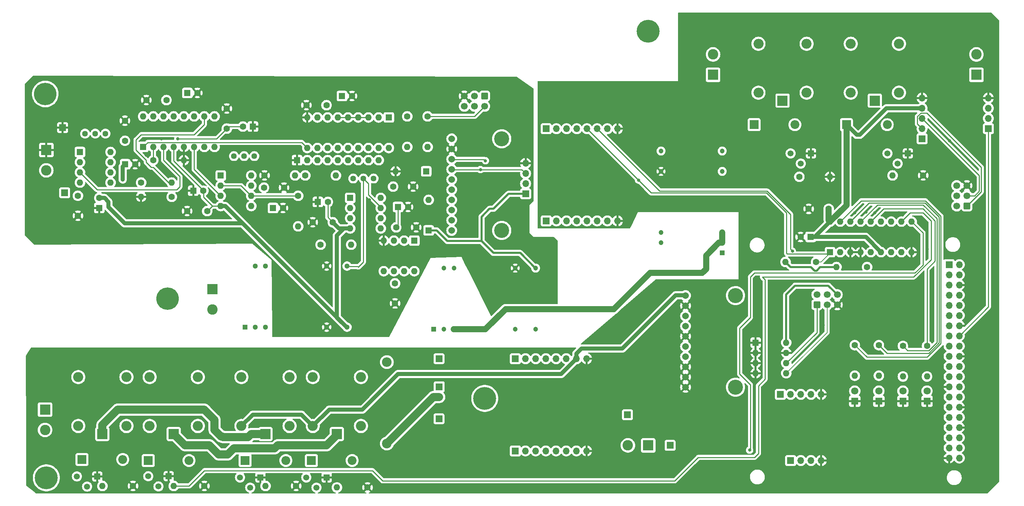
<source format=gbr>
%TF.GenerationSoftware,KiCad,Pcbnew,7.0.6*%
%TF.CreationDate,2023-11-08T16:42:47+01:00*%
%TF.ProjectId,mb.2024.0.2,6d622e32-3032-4342-9e30-2e322e6b6963,rev?*%
%TF.SameCoordinates,Original*%
%TF.FileFunction,Copper,L2,Bot*%
%TF.FilePolarity,Positive*%
%FSLAX46Y46*%
G04 Gerber Fmt 4.6, Leading zero omitted, Abs format (unit mm)*
G04 Created by KiCad (PCBNEW 7.0.6) date 2023-11-08 16:42:47*
%MOMM*%
%LPD*%
G01*
G04 APERTURE LIST*
G04 Aperture macros list*
%AMRoundRect*
0 Rectangle with rounded corners*
0 $1 Rounding radius*
0 $2 $3 $4 $5 $6 $7 $8 $9 X,Y pos of 4 corners*
0 Add a 4 corners polygon primitive as box body*
4,1,4,$2,$3,$4,$5,$6,$7,$8,$9,$2,$3,0*
0 Add four circle primitives for the rounded corners*
1,1,$1+$1,$2,$3*
1,1,$1+$1,$4,$5*
1,1,$1+$1,$6,$7*
1,1,$1+$1,$8,$9*
0 Add four rect primitives between the rounded corners*
20,1,$1+$1,$2,$3,$4,$5,0*
20,1,$1+$1,$4,$5,$6,$7,0*
20,1,$1+$1,$6,$7,$8,$9,0*
20,1,$1+$1,$8,$9,$2,$3,0*%
G04 Aperture macros list end*
%TA.AperFunction,ComponentPad*%
%ADD10R,2.600000X2.600000*%
%TD*%
%TA.AperFunction,ComponentPad*%
%ADD11C,2.600000*%
%TD*%
%TA.AperFunction,ComponentPad*%
%ADD12C,1.600000*%
%TD*%
%TA.AperFunction,ComponentPad*%
%ADD13R,1.700000X1.700000*%
%TD*%
%TA.AperFunction,ComponentPad*%
%ADD14R,1.600000X1.600000*%
%TD*%
%TA.AperFunction,ComponentPad*%
%ADD15O,1.600000X1.600000*%
%TD*%
%TA.AperFunction,ComponentPad*%
%ADD16C,1.440000*%
%TD*%
%TA.AperFunction,ComponentPad*%
%ADD17O,2.500000X2.500000*%
%TD*%
%TA.AperFunction,ComponentPad*%
%ADD18R,2.500000X2.500000*%
%TD*%
%TA.AperFunction,ComponentPad*%
%ADD19R,1.800000X1.800000*%
%TD*%
%TA.AperFunction,ComponentPad*%
%ADD20C,1.800000*%
%TD*%
%TA.AperFunction,ComponentPad*%
%ADD21R,2.200000X2.200000*%
%TD*%
%TA.AperFunction,ComponentPad*%
%ADD22O,2.200000X2.200000*%
%TD*%
%TA.AperFunction,ComponentPad*%
%ADD23O,1.700000X1.700000*%
%TD*%
%TA.AperFunction,ComponentPad*%
%ADD24RoundRect,0.250000X0.600000X0.600000X-0.600000X0.600000X-0.600000X-0.600000X0.600000X-0.600000X0*%
%TD*%
%TA.AperFunction,ComponentPad*%
%ADD25C,1.700000*%
%TD*%
%TA.AperFunction,ComponentPad*%
%ADD26RoundRect,0.250000X0.600000X-0.600000X0.600000X0.600000X-0.600000X0.600000X-0.600000X-0.600000X0*%
%TD*%
%TA.AperFunction,ComponentPad*%
%ADD27C,5.600000*%
%TD*%
%TA.AperFunction,ComponentPad*%
%ADD28R,1.300000X1.300000*%
%TD*%
%TA.AperFunction,ComponentPad*%
%ADD29C,1.300000*%
%TD*%
%TA.AperFunction,ComponentPad*%
%ADD30R,1.500000X1.500000*%
%TD*%
%TA.AperFunction,ComponentPad*%
%ADD31C,1.500000*%
%TD*%
%TA.AperFunction,ComponentPad*%
%ADD32RoundRect,0.250000X-0.600000X0.600000X-0.600000X-0.600000X0.600000X-0.600000X0.600000X0.600000X0*%
%TD*%
%TA.AperFunction,ComponentPad*%
%ADD33C,5.700000*%
%TD*%
%TA.AperFunction,ComponentPad*%
%ADD34C,1.665000*%
%TD*%
%TA.AperFunction,ComponentPad*%
%ADD35C,3.750000*%
%TD*%
%TA.AperFunction,ComponentPad*%
%ADD36R,1.200000X1.200000*%
%TD*%
%TA.AperFunction,ComponentPad*%
%ADD37C,1.200000*%
%TD*%
%TA.AperFunction,ComponentPad*%
%ADD38C,2.400000*%
%TD*%
%TA.AperFunction,ComponentPad*%
%ADD39O,2.400000X2.400000*%
%TD*%
%TA.AperFunction,ViaPad*%
%ADD40C,0.800000*%
%TD*%
%TA.AperFunction,Conductor*%
%ADD41C,2.000000*%
%TD*%
%TA.AperFunction,Conductor*%
%ADD42C,0.250000*%
%TD*%
%TA.AperFunction,Conductor*%
%ADD43C,0.500000*%
%TD*%
%TA.AperFunction,Conductor*%
%ADD44C,1.000000*%
%TD*%
%TA.AperFunction,Conductor*%
%ADD45C,1.500000*%
%TD*%
%TA.AperFunction,Conductor*%
%ADD46C,0.200000*%
%TD*%
G04 APERTURE END LIST*
D10*
%TO.P,J9,1,Pin_1*%
%TO.N,+12V_TX_bat*%
X187695000Y-48545000D03*
D11*
%TO.P,J9,2,Pin_2*%
%TO.N,GND_TX_bat*%
X187695000Y-43465000D03*
%TD*%
D12*
%TO.P,C17,1*%
%TO.N,-12V_A*%
X61682000Y-82550000D03*
%TO.P,C17,2*%
%TO.N,GNDA*%
X56682000Y-82550000D03*
%TD*%
D13*
%TO.P,J18,1,Pin_1*%
%TO.N,/Vmn_measurement/Electrode_M*%
X26162000Y-77978000D03*
%TD*%
D14*
%TO.P,U9,1,VOS*%
%TO.N,Net-(RV3-Pad3)*%
X65034000Y-73670000D03*
D15*
%TO.P,U9,2,-*%
%TO.N,Net-(U9--)*%
X65034000Y-76210000D03*
%TO.P,U9,3,+*%
%TO.N,Net-(U9-+)*%
X65034000Y-78750000D03*
%TO.P,U9,4,V-*%
%TO.N,-12V_A*%
X65034000Y-81290000D03*
%TO.P,U9,5,NC*%
%TO.N,unconnected-(U9-NC-Pad5)*%
X72654000Y-81290000D03*
%TO.P,U9,6*%
%TO.N,Net-(U9--)*%
X72654000Y-78750000D03*
%TO.P,U9,7,V+*%
%TO.N,+12V_A*%
X72654000Y-76210000D03*
%TO.P,U9,8,VOS*%
%TO.N,Net-(RV3-Pad1)*%
X72654000Y-73670000D03*
%TD*%
D14*
%TO.P,C21,1*%
%TO.N,GNDA*%
X73064379Y-61468000D03*
D12*
%TO.P,C21,2*%
%TO.N,-12V_A*%
X70564379Y-61468000D03*
%TD*%
D16*
%TO.P,RV3,1,1*%
%TO.N,Net-(RV3-Pad1)*%
X73406000Y-68834000D03*
%TO.P,RV3,2,2*%
%TO.N,+12V_A*%
X70866000Y-68834000D03*
%TO.P,RV3,3,3*%
%TO.N,Net-(RV3-Pad3)*%
X68326000Y-68834000D03*
%TD*%
D12*
%TO.P,R6,1*%
%TO.N,GNDD*%
X43180000Y-151130000D03*
D15*
%TO.P,R6,2*%
%TO.N,GP1*%
X35560000Y-151130000D03*
%TD*%
D10*
%TO.P,J1,1,Pin_1*%
%TO.N,/Relay_switch_dsp/out_12v_DSP*%
X253305000Y-48545000D03*
D11*
%TO.P,J1,2,Pin_2*%
%TO.N,/Relay_switch_dsp/out_GND_DSP*%
X253305000Y-43465000D03*
%TD*%
D12*
%TO.P,R1,1*%
%TO.N,GNDD*%
X240030000Y-73660000D03*
D15*
%TO.P,R1,2*%
%TO.N,GP2*%
X232410000Y-73660000D03*
%TD*%
D12*
%TO.P,R4,1*%
%TO.N,Net-(U6--)*%
X86106000Y-73660000D03*
D15*
%TO.P,R4,2*%
%TO.N,Net-(D5-A)*%
X93726000Y-73660000D03*
%TD*%
D17*
%TO.P,K6,5*%
%TO.N,5VD*%
X87980000Y-136167500D03*
%TO.P,K6,4*%
%TO.N,unconnected-(K6-Pad4)*%
X87980000Y-123967500D03*
%TO.P,K6,3*%
%TO.N,/Current_injection_and_measurement/B*%
X99980000Y-123967500D03*
%TO.P,K6,2*%
%TO.N,Net-(D12-A)*%
X99980000Y-136167500D03*
D18*
%TO.P,K6,1*%
%TO.N,Net-(J14-Pin_2)*%
X93980000Y-138167500D03*
%TD*%
D19*
%TO.P,LED10-OHMPI-MEASURE,1,K*%
%TO.N,GNDD*%
X235000000Y-130000000D03*
D20*
%TO.P,LED10-OHMPI-MEASURE,2,A*%
%TO.N,Net-(LED10-OHMPI-MEASURE1-A)*%
X235000000Y-127460000D03*
%TD*%
D12*
%TO.P,R3,1*%
%TO.N,Net-(U6-+)*%
X89916000Y-90932000D03*
D15*
%TO.P,R3,2*%
%TO.N,Net-(U7-VOUT)*%
X97536000Y-90932000D03*
%TD*%
D18*
%TO.P,K1,1*%
%TO.N,GND_TX_bat*%
X228000000Y-55000000D03*
D17*
%TO.P,K1,2*%
%TO.N,Net-(D1-A)*%
X234000000Y-53000000D03*
%TO.P,K1,3*%
%TO.N,/Relay_switch_dsp/out_GND_DSP*%
X234000000Y-40800000D03*
%TO.P,K1,4*%
%TO.N,unconnected-(K1-Pad4)*%
X222000000Y-40800000D03*
%TO.P,K1,5*%
%TO.N,5VD*%
X222000000Y-53000000D03*
%TD*%
D13*
%TO.P,J20,1,Pin_1*%
%TO.N,Net-(J14-Pin_2)*%
X119430000Y-134380000D03*
%TD*%
D18*
%TO.P,K4,1*%
%TO.N,/Current_injection_and_measurement/Input_DSP_+_alim*%
X76200000Y-138167500D03*
D17*
%TO.P,K4,2*%
%TO.N,Net-(D10-A)*%
X82200000Y-136167500D03*
%TO.P,K4,3*%
%TO.N,/Current_injection_and_measurement/A*%
X82200000Y-123967500D03*
%TO.P,K4,4*%
%TO.N,unconnected-(K4-Pad4)*%
X70200000Y-123967500D03*
%TO.P,K4,5*%
%TO.N,5VD*%
X70200000Y-136167500D03*
%TD*%
D14*
%TO.P,U7,1,NC*%
%TO.N,unconnected-(U7-NC-Pad1)*%
X113274000Y-89926000D03*
D15*
%TO.P,U7,2,VIN*%
%TO.N,+12V_A*%
X110734000Y-89926000D03*
%TO.P,U7,3,TEMP*%
%TO.N,unconnected-(U7-TEMP-Pad3)*%
X108194000Y-89926000D03*
%TO.P,U7,4,GND*%
%TO.N,GNDA*%
X105654000Y-89926000D03*
%TO.P,U7,5,TRIM*%
%TO.N,unconnected-(U7-TRIM-Pad5)*%
X105654000Y-97546000D03*
%TO.P,U7,6,VOUT*%
%TO.N,Net-(U7-VOUT)*%
X108194000Y-97546000D03*
%TO.P,U7,7,NC*%
%TO.N,unconnected-(U7-NC-Pad7)*%
X110734000Y-97546000D03*
%TO.P,U7,8,NC*%
%TO.N,unconnected-(U7-NC-Pad8)*%
X113274000Y-97546000D03*
%TD*%
D14*
%TO.P,D5,1,K*%
%TO.N,5VA*%
X116840000Y-87376000D03*
D15*
%TO.P,D5,2,A*%
%TO.N,Net-(D5-A)*%
X116840000Y-79756000D03*
%TD*%
D21*
%TO.P,D10,1,K*%
%TO.N,5VD*%
X71120000Y-144780000D03*
D22*
%TO.P,D10,2,A*%
%TO.N,Net-(D10-A)*%
X81280000Y-144780000D03*
%TD*%
D12*
%TO.P,R2,1*%
%TO.N,GP3*%
X209190000Y-74000000D03*
D15*
%TO.P,R2,2*%
%TO.N,GNDD*%
X216810000Y-74000000D03*
%TD*%
D13*
%TO.P,J23,1,Pin_1*%
%TO.N,unconnected-(J23-Pin_1-Pad1)*%
X204475000Y-128270000D03*
D23*
%TO.P,J23,2,Pin_2*%
%TO.N,SCL1*%
X207015000Y-128270000D03*
%TO.P,J23,3,Pin_3*%
%TO.N,SDA1*%
X209555000Y-128270000D03*
%TO.P,J23,4,Pin_4*%
%TO.N,5VD*%
X212095000Y-128270000D03*
%TO.P,J23,5,Pin_5*%
%TO.N,GNDD*%
X214635000Y-128270000D03*
%TD*%
D14*
%TO.P,U2,1,VOS*%
%TO.N,Net-(RV1-Pad3)*%
X29972000Y-67818000D03*
D15*
%TO.P,U2,2,-*%
%TO.N,Net-(U2--)*%
X29972000Y-70358000D03*
%TO.P,U2,3,+*%
%TO.N,/Vmn_measurement/Electrode_M*%
X29972000Y-72898000D03*
%TO.P,U2,4,V-*%
%TO.N,-12V_A*%
X29972000Y-75438000D03*
%TO.P,U2,5,NC*%
%TO.N,unconnected-(U2-NC-Pad5)*%
X37592000Y-75438000D03*
%TO.P,U2,6*%
%TO.N,Net-(U2--)*%
X37592000Y-72898000D03*
%TO.P,U2,7,V+*%
%TO.N,+12V_A*%
X37592000Y-70358000D03*
%TO.P,U2,8,VOS*%
%TO.N,Net-(RV1-Pad1)*%
X37592000Y-67818000D03*
%TD*%
%TO.P,R12,2*%
%TO.N,Net-(LED11-OHMPI-STACK1-A)*%
X229000000Y-123620000D03*
D12*
%TO.P,R12,1*%
%TO.N,GP6*%
X229000000Y-116000000D03*
%TD*%
D10*
%TO.P,J11,1,Pin_1*%
%TO.N,GNDA*%
X21590000Y-67310000D03*
D11*
%TO.P,J11,2,Pin_2*%
%TO.N,/Vmn_measurement/Electrode_M*%
X21590000Y-72390000D03*
%TD*%
D13*
%TO.P,J4,1,Pin_1*%
%TO.N,unconnected-(J4-Pin_1-Pad1)*%
X146125000Y-85000000D03*
D23*
%TO.P,J4,2,Pin_2*%
%TO.N,unconnected-(J4-Pin_2-Pad2)*%
X148665000Y-85000000D03*
%TO.P,J4,3,Pin_3*%
%TO.N,unconnected-(J4-Pin_3-Pad3)*%
X151205000Y-85000000D03*
%TO.P,J4,4,Pin_4*%
%TO.N,unconnected-(J4-Pin_4-Pad4)*%
X153745000Y-85000000D03*
%TO.P,J4,5,Pin_5*%
%TO.N,unconnected-(J4-Pin_5-Pad5)*%
X156285000Y-85000000D03*
%TO.P,J4,6,Pin_6*%
%TO.N,unconnected-(J4-Pin_6-Pad6)*%
X158825000Y-85000000D03*
%TO.P,J4,7,Pin_7*%
%TO.N,unconnected-(J4-Pin_7-Pad7)*%
X161365000Y-85000000D03*
%TO.P,J4,8,Pin_8*%
%TO.N,GNDD*%
X163905000Y-85000000D03*
%TD*%
D12*
%TO.P,R13,1*%
%TO.N,GP7*%
X223000000Y-116000000D03*
D15*
%TO.P,R13,2*%
%TO.N,Net-(LED12-LOW-TX-BATTERY1-A)*%
X223000000Y-123620000D03*
%TD*%
D13*
%TO.P,J6,1,Pin_1*%
%TO.N,unconnected-(J6-Pin_1-Pad1)*%
X146125000Y-62000000D03*
D23*
%TO.P,J6,2,Pin_2*%
%TO.N,unconnected-(J6-Pin_2-Pad2)*%
X148665000Y-62000000D03*
%TO.P,J6,3,Pin_3*%
%TO.N,unconnected-(J6-Pin_3-Pad3)*%
X151205000Y-62000000D03*
%TO.P,J6,4,Pin_4*%
%TO.N,unconnected-(J6-Pin_4-Pad4)*%
X153745000Y-62000000D03*
%TO.P,J6,5,Pin_5*%
%TO.N,SCL1*%
X156285000Y-62000000D03*
%TO.P,J6,6,Pin_6*%
%TO.N,SDA1*%
X158825000Y-62000000D03*
%TO.P,J6,7,Pin_7*%
%TO.N,5VD*%
X161365000Y-62000000D03*
%TO.P,J6,8,Pin_8*%
%TO.N,GNDD*%
X163905000Y-62000000D03*
%TD*%
D13*
%TO.P,J5,1,Pin_1*%
%TO.N,5VA*%
X141000000Y-78250000D03*
D23*
%TO.P,J5,2,Pin_2*%
%TO.N,SCL2*%
X141000000Y-75710000D03*
%TO.P,J5,3,Pin_3*%
%TO.N,SDA2*%
X141000000Y-73170000D03*
%TO.P,J5,4,Pin_4*%
%TO.N,GNDA*%
X141000000Y-70630000D03*
%TD*%
D12*
%TO.P,C4,1*%
%TO.N,-12V_A*%
X29464000Y-78730000D03*
%TO.P,C4,2*%
%TO.N,GNDA*%
X29464000Y-83730000D03*
%TD*%
D24*
%TO.P,J13,1,Pin_1*%
%TO.N,SCL3*%
X250942500Y-81285000D03*
D25*
%TO.P,J13,2,Pin_2*%
%TO.N,unconnected-(J13-Pin_2-Pad2)*%
X248402500Y-81285000D03*
%TO.P,J13,3,Pin_3*%
%TO.N,SDA3*%
X250942500Y-78745000D03*
%TO.P,J13,4,Pin_4*%
%TO.N,unconnected-(J13-Pin_4-Pad4)*%
X248402500Y-78745000D03*
%TO.P,J13,5,Pin_5*%
%TO.N,GNDD*%
X250942500Y-76205000D03*
%TO.P,J13,6,Pin_6*%
%TO.N,5VD*%
X248402500Y-76205000D03*
%TD*%
D14*
%TO.P,U1,1,SCL*%
%TO.N,SCL1*%
X216850000Y-92800000D03*
D15*
%TO.P,U1,2,SDA*%
%TO.N,SDA1*%
X219390000Y-92800000D03*
%TO.P,U1,3,A2*%
%TO.N,GNDD*%
X221930000Y-92800000D03*
%TO.P,U1,4,A1*%
X224470000Y-92800000D03*
%TO.P,U1,5,A0*%
%TO.N,5VD*%
X227010000Y-92800000D03*
%TO.P,U1,6,~{RESET}*%
X229550000Y-92800000D03*
%TO.P,U1,7,NC*%
%TO.N,unconnected-(U1-NC-Pad7)*%
X232090000Y-92800000D03*
%TO.P,U1,8,INT*%
%TO.N,unconnected-(U1-INT-Pad8)*%
X234630000Y-92800000D03*
%TO.P,U1,9,VSS*%
%TO.N,GNDD*%
X237170000Y-92800000D03*
%TO.P,U1,10,GP0*%
%TO.N,GP0*%
X237170000Y-85180000D03*
%TO.P,U1,11,GP1*%
%TO.N,GP1*%
X234630000Y-85180000D03*
%TO.P,U1,12,GP2*%
%TO.N,GP2*%
X232090000Y-85180000D03*
%TO.P,U1,13,GP3*%
%TO.N,GP3*%
X229550000Y-85180000D03*
%TO.P,U1,14,GP4*%
%TO.N,GP4*%
X227010000Y-85180000D03*
%TO.P,U1,15,GP5*%
%TO.N,GP5*%
X224470000Y-85180000D03*
%TO.P,U1,16,GP6*%
%TO.N,GP6*%
X221930000Y-85180000D03*
%TO.P,U1,17,GP7*%
%TO.N,GP7*%
X219390000Y-85180000D03*
%TO.P,U1,18,VDD*%
%TO.N,5VD*%
X216850000Y-85180000D03*
%TD*%
D26*
%TO.P,J8,1,Pin_1*%
%TO.N,SCL1*%
X213560000Y-105937500D03*
D25*
%TO.P,J8,2,Pin_2*%
%TO.N,unconnected-(J8-Pin_2-Pad2)*%
X213560000Y-103397500D03*
%TO.P,J8,3,Pin_3*%
%TO.N,SDA1*%
X216100000Y-105937500D03*
%TO.P,J8,4,Pin_4*%
%TO.N,unconnected-(J8-Pin_4-Pad4)*%
X216100000Y-103397500D03*
%TO.P,J8,5,Pin_5*%
%TO.N,GNDD*%
X218640000Y-105937500D03*
%TO.P,J8,6,Pin_6*%
%TO.N,5VD*%
X218640000Y-103397500D03*
%TD*%
D27*
%TO.P,REF04,1*%
%TO.N,N/C*%
X51816000Y-104394000D03*
%TD*%
D14*
%TO.P,U3,1,A0*%
%TO.N,GNDD*%
X198305000Y-115385000D03*
D15*
%TO.P,U3,2,A1*%
X198305000Y-117925000D03*
%TO.P,U3,3,A2*%
X198305000Y-120465000D03*
%TO.P,U3,4,GND*%
X198305000Y-123005000D03*
%TO.P,U3,5,SDA*%
%TO.N,SDA1*%
X205925000Y-123005000D03*
%TO.P,U3,6,SCL*%
%TO.N,SCL1*%
X205925000Y-120465000D03*
%TO.P,U3,7,WP*%
%TO.N,GNDD*%
X205925000Y-117925000D03*
%TO.P,U3,8,VCC*%
%TO.N,5VD*%
X205925000Y-115385000D03*
%TD*%
D28*
%TO.P,PS1,1,ON/OFF*%
%TO.N,unconnected-(PS1-ON{slash}OFF-Pad1)*%
X71120000Y-111506000D03*
D29*
%TO.P,PS1,2,-VIN(GND)*%
%TO.N,GNDPWR*%
X73660000Y-111506000D03*
%TO.P,PS1,3,-VIN(GND)*%
X76200000Y-111506000D03*
%TO.P,PS1,9,COMMON*%
%TO.N,GNDA*%
X91440000Y-111506000D03*
%TO.P,PS1,11,-VOUT*%
%TO.N,-12V_A*%
X96520000Y-111506000D03*
%TO.P,PS1,14,+VOUT*%
%TO.N,+12V_A*%
X96520000Y-96266000D03*
%TO.P,PS1,16,COMMON*%
%TO.N,GNDA*%
X91440000Y-96266000D03*
%TO.P,PS1,22,+VIN(VCC)*%
%TO.N,+12V*%
X76200000Y-96266000D03*
%TO.P,PS1,23,+VIN(VCC)*%
X73660000Y-96266000D03*
%TD*%
D13*
%TO.P,J14,1,Pin_1*%
%TO.N,/Current_injection_and_measurement/Input_DSP_GND_alim*%
X119475000Y-126395000D03*
D23*
%TO.P,J14,2,Pin_2*%
%TO.N,Net-(J14-Pin_2)*%
X119475000Y-128935000D03*
%TD*%
D12*
%TO.P,R19,1*%
%TO.N,Net-(R19-Pad1)*%
X48245000Y-69860000D03*
D15*
%TO.P,R19,2*%
%TO.N,GNDA*%
X55865000Y-69860000D03*
%TD*%
D30*
%TO.P,Q6,1*%
%TO.N,GNDD*%
X91450000Y-149010000D03*
D31*
%TO.P,Q6,2*%
%TO.N,GP0*%
X88910000Y-151550000D03*
%TO.P,Q6,3*%
%TO.N,Net-(D12-A)*%
X86370000Y-149010000D03*
%TD*%
D32*
%TO.P,J24,1,Pin_1*%
%TO.N,SCL2*%
X130810000Y-53857500D03*
D25*
%TO.P,J24,2,Pin_2*%
%TO.N,SDA2*%
X130810000Y-56397500D03*
%TO.P,J24,3,Pin_3*%
%TO.N,unconnected-(J24-Pin_3-Pad3)*%
X128270000Y-53857500D03*
%TO.P,J24,4,Pin_4*%
%TO.N,unconnected-(J24-Pin_4-Pad4)*%
X128270000Y-56397500D03*
%TO.P,J24,5,Pin_5*%
%TO.N,GNDA*%
X125730000Y-53857500D03*
%TO.P,J24,6,Pin_6*%
%TO.N,5VA*%
X125730000Y-56397500D03*
%TD*%
D14*
%TO.P,C6,1*%
%TO.N,GNDA*%
X34788000Y-81778000D03*
D12*
%TO.P,C6,2*%
%TO.N,-12V_A*%
X34788000Y-79278000D03*
%TD*%
%TO.P,R21,1*%
%TO.N,SCL2*%
X111506000Y-58928000D03*
D15*
%TO.P,R21,2*%
%TO.N,5VA*%
X111506000Y-66548000D03*
%TD*%
D11*
%TO.P,J3,2,Pin_2*%
%TO.N,/Current_injection_and_measurement/B*%
X21285000Y-137155000D03*
D10*
%TO.P,J3,1,Pin_1*%
%TO.N,/Current_injection_and_measurement/A*%
X21285000Y-132075000D03*
%TD*%
D14*
%TO.P,D6,1,K*%
%TO.N,Net-(D5-A)*%
X116232077Y-72644000D03*
D15*
%TO.P,D6,2,A*%
%TO.N,GNDA*%
X108612077Y-72644000D03*
%TD*%
D30*
%TO.P,Q5,1*%
%TO.N,GNDD*%
X52080000Y-148700000D03*
D31*
%TO.P,Q5,2*%
%TO.N,GP1*%
X49540000Y-151240000D03*
%TO.P,Q5,3*%
%TO.N,Net-(D11-A)*%
X47000000Y-148700000D03*
%TD*%
D16*
%TO.P,RV2,1,1*%
%TO.N,Net-(RV2-Pad1)*%
X103124000Y-74422000D03*
%TO.P,RV2,2,2*%
%TO.N,+12V_A*%
X100584000Y-74422000D03*
%TO.P,RV2,3,3*%
%TO.N,Net-(RV2-Pad3)*%
X98044000Y-74422000D03*
%TD*%
D30*
%TO.P,Q1,1*%
%TO.N,GNDD*%
X236230000Y-68160000D03*
D31*
%TO.P,Q1,2*%
%TO.N,GP2*%
X233690000Y-70700000D03*
%TO.P,Q1,3*%
%TO.N,Net-(D1-A)*%
X231150000Y-68160000D03*
%TD*%
D12*
%TO.P,R15,1*%
%TO.N,GNDD*%
X60960000Y-151130000D03*
D15*
%TO.P,R15,2*%
%TO.N,GP1*%
X53340000Y-151130000D03*
%TD*%
D12*
%TO.P,R23,1*%
%TO.N,Net-(U2--)*%
X45212000Y-75438000D03*
D15*
%TO.P,R23,2*%
%TO.N,Net-(R23-Pad2)*%
X52832000Y-75438000D03*
%TD*%
D12*
%TO.P,C15,1*%
%TO.N,+12V_A*%
X75819621Y-76708000D03*
%TO.P,C15,2*%
%TO.N,GNDA*%
X80819621Y-76708000D03*
%TD*%
%TO.P,C5,1*%
%TO.N,+12V_A*%
X41178000Y-65014000D03*
%TO.P,C5,2*%
%TO.N,GNDA*%
X41178000Y-60014000D03*
%TD*%
D14*
%TO.P,C2,1*%
%TO.N,5VD*%
X212000000Y-89000000D03*
D12*
%TO.P,C2,2*%
%TO.N,GNDD*%
X209500000Y-89000000D03*
%TD*%
D10*
%TO.P,J2,1,Pin_1*%
%TO.N,/Current_injection_and_measurement/Input_DSP_+_alim*%
X171545000Y-141000000D03*
D11*
%TO.P,J2,2,Pin_2*%
%TO.N,/Current_injection_and_measurement/Input_DSP_GND_alim*%
X166465000Y-141000000D03*
%TD*%
D14*
%TO.P,C3,1*%
%TO.N,+12V_A*%
X41235621Y-70866000D03*
D12*
%TO.P,C3,2*%
%TO.N,GNDA*%
X43735621Y-70866000D03*
%TD*%
%TO.P,R18,1*%
%TO.N,SDA1*%
X226060000Y-96520000D03*
D15*
%TO.P,R18,2*%
%TO.N,5VD*%
X218440000Y-96520000D03*
%TD*%
D14*
%TO.P,RN1,1,common*%
%TO.N,GNDA*%
X84074000Y-69850000D03*
D15*
%TO.P,RN1,2,R1*%
%TO.N,MNGP0*%
X86614000Y-69850000D03*
%TO.P,RN1,3,R2*%
%TO.N,MNGP1*%
X89154000Y-69850000D03*
%TO.P,RN1,4,R3*%
%TO.N,MNGP2*%
X91694000Y-69850000D03*
%TO.P,RN1,5,R4*%
%TO.N,Net-(RN1-R4)*%
X94234000Y-69850000D03*
%TO.P,RN1,6,R5*%
%TO.N,Net-(RN1-R5)*%
X96774000Y-69850000D03*
%TO.P,RN1,7,R6*%
%TO.N,Net-(RN1-R6)*%
X99314000Y-69850000D03*
%TO.P,RN1,8,R7*%
%TO.N,Net-(RN1-R7)*%
X101854000Y-69850000D03*
%TO.P,RN1,9,R8*%
%TO.N,Net-(RN1-R8)*%
X104394000Y-69850000D03*
%TD*%
D12*
%TO.P,R17,1*%
%TO.N,SCL1*%
X213360000Y-95250000D03*
D15*
%TO.P,R17,2*%
%TO.N,5VD*%
X205740000Y-95250000D03*
%TD*%
D12*
%TO.P,C22,1*%
%TO.N,Net-(U7-VOUT)*%
X108458000Y-100584000D03*
%TO.P,C22,2*%
%TO.N,GNDA*%
X108458000Y-105584000D03*
%TD*%
%TO.P,R5,1*%
%TO.N,Net-(U9--)*%
X84328000Y-78740000D03*
D15*
%TO.P,R5,2*%
%TO.N,Net-(U6-+)*%
X84328000Y-86360000D03*
%TD*%
D27*
%TO.P,REF05,1*%
%TO.N,N/C*%
X21336000Y-53340000D03*
%TD*%
D19*
%TO.P,LED9-OHMPI-RUN,1,K*%
%TO.N,GNDD*%
X241000000Y-130000000D03*
D20*
%TO.P,LED9-OHMPI-RUN,2,A*%
%TO.N,Net-(LED9-OHMPI-RUN-1-A)*%
X241000000Y-127460000D03*
%TD*%
D21*
%TO.P,D11,1,K*%
%TO.N,5VD*%
X46990000Y-144780000D03*
D22*
%TO.P,D11,2,A*%
%TO.N,Net-(D11-A)*%
X57150000Y-144780000D03*
%TD*%
D21*
%TO.P,D2,1,K*%
%TO.N,5VD*%
X197920000Y-61000000D03*
D22*
%TO.P,D2,2,A*%
%TO.N,Net-(D2-A)*%
X208080000Y-61000000D03*
%TD*%
D12*
%TO.P,R7,1*%
%TO.N,GNDD*%
X83820000Y-151130000D03*
D15*
%TO.P,R7,2*%
%TO.N,GP0*%
X76200000Y-151130000D03*
%TD*%
D33*
%TO.P,REF\u002A\u002A,1*%
%TO.N,N/C*%
X21590000Y-149098000D03*
%TD*%
D34*
%TO.P,U5,1,A3*%
%TO.N,GNDD*%
X180848000Y-126492000D03*
%TO.P,U5,2,A2*%
X180848000Y-123952000D03*
%TO.P,U5,3,A1*%
X180848000Y-121412000D03*
%TO.P,U5,4,A0*%
%TO.N,AN*%
X180848000Y-118872000D03*
%TO.P,U5,5,ALRT*%
%TO.N,unconnected-(U5-ALRT-Pad5)*%
X180848000Y-116332000D03*
%TO.P,U5,6,ADDR*%
%TO.N,GNDD*%
X180848000Y-113792000D03*
%TO.P,U5,7,SDA*%
%TO.N,SDA1*%
X180848000Y-111252000D03*
%TO.P,U5,8,SCL*%
%TO.N,SCL1*%
X180848000Y-108712000D03*
%TO.P,U5,9,GND*%
%TO.N,GNDD*%
X180848000Y-106172000D03*
%TO.P,U5,10,VDD*%
%TO.N,5VD*%
X180848000Y-103632000D03*
D35*
%TO.P,U5,MH1,MH1*%
%TO.N,unconnected-(U5-PadMH1)*%
X193294000Y-103632000D03*
%TO.P,U5,MH2,MH2*%
%TO.N,unconnected-(U5-PadMH2)*%
X193294000Y-126492000D03*
%TD*%
D13*
%TO.P,J12,1,Pin_1*%
%TO.N,AN*%
X138430000Y-142380000D03*
D23*
%TO.P,J12,2,Pin_2*%
%TO.N,unconnected-(J12-Pin_2-Pad2)*%
X140970000Y-142380000D03*
%TO.P,J12,3,Pin_3*%
%TO.N,unconnected-(J12-Pin_3-Pad3)*%
X143510000Y-142380000D03*
%TO.P,J12,4,Pin_4*%
%TO.N,unconnected-(J12-Pin_4-Pad4)*%
X146050000Y-142380000D03*
%TO.P,J12,5,Pin_5*%
%TO.N,unconnected-(J12-Pin_5-Pad5)*%
X148590000Y-142380000D03*
%TO.P,J12,6,Pin_6*%
%TO.N,unconnected-(J12-Pin_6-Pad6)*%
X151130000Y-142380000D03*
%TO.P,J12,7,Pin_7*%
%TO.N,unconnected-(J12-Pin_7-Pad7)*%
X153670000Y-142380000D03*
%TO.P,J12,8,Pin_8*%
%TO.N,GNDD*%
X156210000Y-142380000D03*
%TD*%
D14*
%TO.P,C12,1*%
%TO.N,+12V_A*%
X56729621Y-53086000D03*
D12*
%TO.P,C12,2*%
%TO.N,GNDA*%
X59229621Y-53086000D03*
%TD*%
D13*
%TO.P,J17,1,Pin_1*%
%TO.N,/Current_injection_and_measurement/Input_DSP_GND_alim*%
X119430000Y-119380000D03*
%TD*%
D21*
%TO.P,D12,1,K*%
%TO.N,5VD*%
X87630000Y-144780000D03*
D22*
%TO.P,D12,2,A*%
%TO.N,Net-(D12-A)*%
X97790000Y-144780000D03*
%TD*%
D12*
%TO.P,R22,1*%
%TO.N,SDA2*%
X116586000Y-58928000D03*
D15*
%TO.P,R22,2*%
%TO.N,5VA*%
X116586000Y-66548000D03*
%TD*%
D21*
%TO.P,D1,1,K*%
%TO.N,5VD*%
X220920000Y-61000000D03*
D22*
%TO.P,D1,2,A*%
%TO.N,Net-(D1-A)*%
X231080000Y-61000000D03*
%TD*%
D13*
%TO.P,J19,1,Pin_1*%
%TO.N,GNDA*%
X25654000Y-61722000D03*
%TD*%
D36*
%TO.P,PS3,1,REMOTE_ON/OFF*%
%TO.N,unconnected-(PS3-REMOTE_ON{slash}OFF-Pad1)*%
X189992000Y-92964000D03*
D37*
%TO.P,PS3,2,-VIN_(GND)_1*%
%TO.N,GNDPWR*%
X189992000Y-90424000D03*
%TO.P,PS3,3,-VIN_(GND)_2*%
X189992000Y-87884000D03*
%TO.P,PS3,9,NC*%
%TO.N,unconnected-(PS3-NC-Pad9)*%
X189992000Y-72644000D03*
%TO.P,PS3,11,NC.*%
%TO.N,unconnected-(PS3-NC.-Pad11)*%
X189992000Y-67564000D03*
%TO.P,PS3,14,+VOUT*%
%TO.N,5VD*%
X174752000Y-67564000D03*
%TO.P,PS3,16,-VOUT*%
%TO.N,GNDD*%
X174752000Y-72644000D03*
%TO.P,PS3,22,+VIN_(VCC)_1*%
%TO.N,+12V*%
X174752000Y-87884000D03*
%TO.P,PS3,23,+VIN_(VCC)_2*%
X174752000Y-90424000D03*
%TD*%
D15*
%TO.P,U8,18,VDD*%
%TO.N,5VA*%
X106924000Y-66812000D03*
%TO.P,U8,17,GP7*%
%TO.N,Net-(RN1-R8)*%
X104384000Y-66812000D03*
%TO.P,U8,16,GP6*%
%TO.N,Net-(RN1-R7)*%
X101844000Y-66812000D03*
%TO.P,U8,15,GP5*%
%TO.N,Net-(RN1-R6)*%
X99304000Y-66812000D03*
%TO.P,U8,14,GP4*%
%TO.N,Net-(RN1-R5)*%
X96764000Y-66812000D03*
%TO.P,U8,13,GP3*%
%TO.N,Net-(RN1-R4)*%
X94224000Y-66812000D03*
%TO.P,U8,12,GP2*%
%TO.N,MNGP2*%
X91684000Y-66812000D03*
%TO.P,U8,11,GP1*%
%TO.N,MNGP1*%
X89144000Y-66812000D03*
%TO.P,U8,10,GP0*%
%TO.N,MNGP0*%
X86604000Y-66812000D03*
%TO.P,U8,9,VSS*%
%TO.N,GNDA*%
X86604000Y-59192000D03*
%TO.P,U8,8,INT*%
%TO.N,unconnected-(U8-INT-Pad8)*%
X89144000Y-59192000D03*
%TO.P,U8,7,NC*%
%TO.N,unconnected-(U8-NC-Pad7)*%
X91684000Y-59192000D03*
%TO.P,U8,6,~{RESET}*%
%TO.N,5VA*%
X94224000Y-59192000D03*
%TO.P,U8,5,A0*%
X96764000Y-59192000D03*
%TO.P,U8,4,A1*%
X99304000Y-59192000D03*
%TO.P,U8,3,A2*%
X101844000Y-59192000D03*
%TO.P,U8,2,SDA*%
%TO.N,SDA2*%
X104384000Y-59192000D03*
D14*
%TO.P,U8,1,SCL*%
%TO.N,SCL2*%
X106924000Y-59192000D03*
%TD*%
D19*
%TO.P,LED11-OHMPI-STACK,1,K*%
%TO.N,GNDD*%
X229000000Y-130000000D03*
D20*
%TO.P,LED11-OHMPI-STACK,2,A*%
%TO.N,Net-(LED11-OHMPI-STACK1-A)*%
X229000000Y-127460000D03*
%TD*%
D30*
%TO.P,Q4,1*%
%TO.N,GNDD*%
X74940000Y-149010000D03*
D31*
%TO.P,Q4,2*%
%TO.N,GP0*%
X72400000Y-151550000D03*
%TO.P,Q4,3*%
%TO.N,Net-(D10-A)*%
X69860000Y-149010000D03*
%TD*%
D21*
%TO.P,D9,1,K*%
%TO.N,5VD*%
X30480000Y-144517500D03*
D22*
%TO.P,D9,2,A*%
%TO.N,Net-(D9-A)*%
X40640000Y-144517500D03*
%TD*%
D18*
%TO.P,K2,1*%
%TO.N,+12V_TX_bat*%
X205000000Y-55000000D03*
D17*
%TO.P,K2,2*%
%TO.N,Net-(D2-A)*%
X211000000Y-53000000D03*
%TO.P,K2,3*%
%TO.N,/Relay_switch_dsp/out_12v_DSP*%
X211000000Y-40800000D03*
%TO.P,K2,4*%
%TO.N,unconnected-(K2-Pad4)*%
X199000000Y-40800000D03*
%TO.P,K2,5*%
%TO.N,5VD*%
X199000000Y-53000000D03*
%TD*%
D14*
%TO.P,C14,1*%
%TO.N,5VA*%
X95250000Y-53848000D03*
D12*
%TO.P,C14,2*%
%TO.N,GNDA*%
X97750000Y-53848000D03*
%TD*%
D33*
%TO.P,REF\u002A\u002A,1*%
%TO.N,N/C*%
X171480000Y-37690000D03*
%TD*%
D12*
%TO.P,C11,1*%
%TO.N,+12V_A*%
X108752000Y-86614000D03*
%TO.P,C11,2*%
%TO.N,GNDA*%
X113752000Y-86614000D03*
%TD*%
%TO.P,C7,1*%
%TO.N,+12V_A*%
X107990000Y-76454000D03*
%TO.P,C7,2*%
%TO.N,GNDA*%
X112990000Y-76454000D03*
%TD*%
D13*
%TO.P,J26,1,Pin_1*%
%TO.N,unconnected-(J26-Pin_1-Pad1)*%
X239776000Y-64511000D03*
D23*
%TO.P,J26,2,Pin_2*%
%TO.N,SCL3*%
X239776000Y-61971000D03*
%TO.P,J26,3,Pin_3*%
%TO.N,SDA3*%
X239776000Y-59431000D03*
%TO.P,J26,4,Pin_4*%
%TO.N,5VD*%
X239776000Y-56891000D03*
%TO.P,J26,5,Pin_5*%
%TO.N,GNDD*%
X239776000Y-54351000D03*
%TD*%
D14*
%TO.P,C18,1*%
%TO.N,GNDA*%
X58206000Y-77470000D03*
D12*
%TO.P,C18,2*%
%TO.N,-12V_A*%
X60706000Y-77470000D03*
%TD*%
D14*
%TO.P,C9,1*%
%TO.N,+12V_A*%
X109220000Y-81534000D03*
D12*
%TO.P,C9,2*%
%TO.N,GNDA*%
X111720000Y-81534000D03*
%TD*%
%TO.P,C13,1*%
%TO.N,5VA*%
X91400000Y-56134000D03*
%TO.P,C13,2*%
%TO.N,GNDA*%
X86400000Y-56134000D03*
%TD*%
D30*
%TO.P,Q3,1*%
%TO.N,GNDD*%
X34300000Y-148747500D03*
D31*
%TO.P,Q3,2*%
%TO.N,GP1*%
X31760000Y-151287500D03*
%TO.P,Q3,3*%
%TO.N,Net-(D9-A)*%
X29220000Y-148747500D03*
%TD*%
D14*
%TO.P,C16,1*%
%TO.N,+12V_A*%
X78065621Y-81788000D03*
D12*
%TO.P,C16,2*%
%TO.N,GNDA*%
X80565621Y-81788000D03*
%TD*%
D14*
%TO.P,U6,1,VOS*%
%TO.N,Net-(RV2-Pad3)*%
X97292000Y-79258000D03*
D15*
%TO.P,U6,2,-*%
%TO.N,Net-(U6--)*%
X97292000Y-81798000D03*
%TO.P,U6,3,+*%
%TO.N,Net-(U6-+)*%
X97292000Y-84338000D03*
%TO.P,U6,4,V-*%
%TO.N,-12V_A*%
X97292000Y-86878000D03*
%TO.P,U6,5,NC*%
%TO.N,unconnected-(U6-NC-Pad5)*%
X104912000Y-86878000D03*
%TO.P,U6,6*%
%TO.N,Net-(D5-A)*%
X104912000Y-84338000D03*
%TO.P,U6,7,V+*%
%TO.N,+12V_A*%
X104912000Y-81798000D03*
%TO.P,U6,8,VOS*%
%TO.N,Net-(RV2-Pad1)*%
X104912000Y-79258000D03*
%TD*%
D12*
%TO.P,R16,1*%
%TO.N,GNDD*%
X101600000Y-151500000D03*
D15*
%TO.P,R16,2*%
%TO.N,GP0*%
X93980000Y-151500000D03*
%TD*%
D14*
%TO.P,C10,1*%
%TO.N,GNDA*%
X89241621Y-80264000D03*
D12*
%TO.P,C10,2*%
%TO.N,-12V_A*%
X91741621Y-80264000D03*
%TD*%
%TO.P,R10,1*%
%TO.N,GP4*%
X241000000Y-116190000D03*
D15*
%TO.P,R10,2*%
%TO.N,Net-(LED9-OHMPI-RUN-1-A)*%
X241000000Y-123810000D03*
%TD*%
D12*
%TO.P,R24,1*%
%TO.N,Net-(R23-Pad2)*%
X52832000Y-78994000D03*
D15*
%TO.P,R24,2*%
%TO.N,GNDA*%
X45212000Y-78994000D03*
%TD*%
D13*
%TO.P,J10,1,Pin_1*%
%TO.N,/Current_injection_and_measurement/Input_DSP_+_alim*%
X177000000Y-141000000D03*
%TD*%
D19*
%TO.P,LED12-LOW-TX-BATTERY,1,K*%
%TO.N,GNDD*%
X223000000Y-130000000D03*
D20*
%TO.P,LED12-LOW-TX-BATTERY,2,A*%
%TO.N,Net-(LED12-LOW-TX-BATTERY1-A)*%
X223000000Y-127460000D03*
%TD*%
D13*
%TO.P,J22,1,Pin_1*%
%TO.N,SCL1_3V3*%
X207020000Y-144780000D03*
D23*
%TO.P,J22,2,Pin_2*%
%TO.N,SDA1_3V3*%
X209560000Y-144780000D03*
%TO.P,J22,3,Pin_3*%
%TO.N,3V3*%
X212100000Y-144780000D03*
%TO.P,J22,4,Pin_4*%
%TO.N,GNDD*%
X214640000Y-144780000D03*
%TD*%
D13*
%TO.P,J21,1,Pin_1*%
%TO.N,/Current_injection_and_measurement/Input_DSP_GND_alim*%
X166370000Y-133350000D03*
%TD*%
D12*
%TO.P,C19,1*%
%TO.N,+12V_A*%
X51522000Y-54864000D03*
%TO.P,C19,2*%
%TO.N,GNDA*%
X46522000Y-54864000D03*
%TD*%
%TO.P,C8,1*%
%TO.N,-12V_A*%
X92964000Y-85344000D03*
%TO.P,C8,2*%
%TO.N,GNDA*%
X87964000Y-85344000D03*
%TD*%
%TO.P,C20,1*%
%TO.N,-12V_A*%
X66548000Y-61976000D03*
%TO.P,C20,2*%
%TO.N,GNDA*%
X66548000Y-56976000D03*
%TD*%
D10*
%TO.P,J16,1,Pin_1*%
%TO.N,+12V*%
X63000000Y-102000000D03*
D11*
%TO.P,J16,2,Pin_2*%
%TO.N,GNDPWR*%
X63000000Y-107080000D03*
%TD*%
D12*
%TO.P,R26,1*%
%TO.N,GNDA*%
X75946000Y-73660000D03*
D15*
%TO.P,R26,2*%
%TO.N,Net-(U6--)*%
X83566000Y-73660000D03*
%TD*%
D12*
%TO.P,C1,1*%
%TO.N,5VD*%
X216500000Y-82000000D03*
%TO.P,C1,2*%
%TO.N,GNDD*%
X211500000Y-82000000D03*
%TD*%
D17*
%TO.P,K3,5*%
%TO.N,5VD*%
X29560000Y-136167500D03*
%TO.P,K3,4*%
%TO.N,unconnected-(K3-Pad4)*%
X29560000Y-123967500D03*
%TO.P,K3,3*%
%TO.N,/Current_injection_and_measurement/B*%
X41560000Y-123967500D03*
%TO.P,K3,2*%
%TO.N,Net-(D9-A)*%
X41560000Y-136167500D03*
D18*
%TO.P,K3,1*%
%TO.N,/Current_injection_and_measurement/Input_DSP_+_alim*%
X35560000Y-138167500D03*
%TD*%
D38*
%TO.P,SH1,1*%
%TO.N,Net-(J14-Pin_2)*%
X106430000Y-140540000D03*
D39*
%TO.P,SH1,2*%
%TO.N,/Current_injection_and_measurement/Input_DSP_GND_alim*%
X106430000Y-120220000D03*
%TD*%
D16*
%TO.P,RV1,1,1*%
%TO.N,Net-(RV1-Pad1)*%
X36322000Y-63236000D03*
%TO.P,RV1,2,2*%
%TO.N,+12V_A*%
X33782000Y-63236000D03*
%TO.P,RV1,3,3*%
%TO.N,Net-(RV1-Pad3)*%
X31242000Y-63236000D03*
%TD*%
D33*
%TO.P,REF\u002A\u002A,1*%
%TO.N,N/C*%
X130810000Y-129286000D03*
%TD*%
D12*
%TO.P,R11,1*%
%TO.N,GP5*%
X235000000Y-116190000D03*
D15*
%TO.P,R11,2*%
%TO.N,Net-(LED10-OHMPI-MEASURE1-A)*%
X235000000Y-123810000D03*
%TD*%
D34*
%TO.P,U4,1,A3*%
%TO.N,unconnected-(U4-A3-Pad1)*%
X122600000Y-87376000D03*
%TO.P,U4,2,A2*%
%TO.N,unconnected-(U4-A2-Pad2)*%
X122600000Y-84836000D03*
%TO.P,U4,3,A1*%
%TO.N,unconnected-(U4-A1-Pad3)*%
X122600000Y-82296000D03*
%TO.P,U4,4,A0*%
%TO.N,Net-(D5-A)*%
X122600000Y-79756000D03*
%TO.P,U4,5,ALRT*%
%TO.N,unconnected-(U4-ALRT-Pad5)*%
X122600000Y-77216000D03*
%TO.P,U4,6,ADDR*%
%TO.N,5VA*%
X122600000Y-74676000D03*
%TO.P,U4,7,SDA*%
%TO.N,SDA2*%
X122600000Y-72136000D03*
%TO.P,U4,8,SCL*%
%TO.N,SCL2*%
X122600000Y-69596000D03*
%TO.P,U4,9,GND*%
%TO.N,GNDA*%
X122600000Y-67056000D03*
%TO.P,U4,10,VDD*%
%TO.N,5VA*%
X122600000Y-64516000D03*
D35*
%TO.P,U4,MH1,MH1*%
%TO.N,unconnected-(U4-PadMH1)*%
X135046000Y-64516000D03*
%TO.P,U4,MH2,MH2*%
%TO.N,unconnected-(U4-PadMH2)*%
X135046000Y-87376000D03*
%TD*%
D13*
%TO.P,J15,1,Pin_1*%
%TO.N,unconnected-(J15-Pin_1-Pad1)*%
X138430000Y-119380000D03*
D23*
%TO.P,J15,2,Pin_2*%
%TO.N,unconnected-(J15-Pin_2-Pad2)*%
X140970000Y-119380000D03*
%TO.P,J15,3,Pin_3*%
%TO.N,unconnected-(J15-Pin_3-Pad3)*%
X143510000Y-119380000D03*
%TO.P,J15,4,Pin_4*%
%TO.N,unconnected-(J15-Pin_4-Pad4)*%
X146050000Y-119380000D03*
%TO.P,J15,5,Pin_5*%
%TO.N,unconnected-(J15-Pin_5-Pad5)*%
X148590000Y-119380000D03*
%TO.P,J15,6,Pin_6*%
%TO.N,unconnected-(J15-Pin_6-Pad6)*%
X151130000Y-119380000D03*
%TO.P,J15,7,Pin_7*%
%TO.N,5VD*%
X153670000Y-119380000D03*
%TO.P,J15,8,Pin_8*%
%TO.N,GNDD*%
X156210000Y-119380000D03*
%TD*%
D18*
%TO.P,K5,1*%
%TO.N,Net-(J14-Pin_2)*%
X53340000Y-138167500D03*
D17*
%TO.P,K5,2*%
%TO.N,Net-(D11-A)*%
X59340000Y-136167500D03*
%TO.P,K5,3*%
%TO.N,/Current_injection_and_measurement/A*%
X59340000Y-123967500D03*
%TO.P,K5,4*%
%TO.N,unconnected-(K5-Pad4)*%
X47340000Y-123967500D03*
%TO.P,K5,5*%
%TO.N,5VD*%
X47340000Y-136167500D03*
%TD*%
D14*
%TO.P,U10,1*%
%TO.N,MNGP0*%
X45720000Y-66548000D03*
D15*
%TO.P,U10,2*%
%TO.N,Net-(R19-Pad1)*%
X48260000Y-66548000D03*
%TO.P,U10,3*%
%TO.N,/Vmn_measurement/Electrode_M*%
X50800000Y-66548000D03*
%TO.P,U10,4,V-*%
%TO.N,-12V_A*%
X53340000Y-66548000D03*
%TO.P,U10,5,GND*%
%TO.N,GNDA*%
X55880000Y-66548000D03*
%TO.P,U10,6*%
%TO.N,Net-(U9-+)*%
X58420000Y-66548000D03*
%TO.P,U10,7*%
%TO.N,Net-(U2--)*%
X60960000Y-66548000D03*
%TO.P,U10,8*%
%TO.N,MNGP1*%
X63500000Y-66548000D03*
%TO.P,U10,9*%
%TO.N,MNGP2*%
X63500000Y-58928000D03*
%TO.P,U10,10*%
%TO.N,Net-(R23-Pad2)*%
X60960000Y-58928000D03*
%TO.P,U10,11*%
%TO.N,Net-(U9-+)*%
X58420000Y-58928000D03*
%TO.P,U10,12,VL*%
%TO.N,5VA*%
X55880000Y-58928000D03*
%TO.P,U10,13,V+*%
%TO.N,+12V_A*%
X53340000Y-58928000D03*
%TO.P,U10,14*%
%TO.N,unconnected-(U10-Pad14)*%
X50800000Y-58928000D03*
%TO.P,U10,15*%
%TO.N,unconnected-(U10-Pad15)*%
X48260000Y-58928000D03*
%TO.P,U10,16*%
%TO.N,unconnected-(U10-Pad16)*%
X45720000Y-58928000D03*
%TD*%
D36*
%TO.P,PS2,1,REMOTE_ON/OFF*%
%TO.N,unconnected-(PS2-REMOTE_ON{slash}OFF-Pad1)*%
X118110000Y-112014000D03*
D37*
%TO.P,PS2,2,-VIN_(GND)_1*%
%TO.N,GNDPWR*%
X120650000Y-112014000D03*
%TO.P,PS2,3,-VIN_(GND)_2*%
X123190000Y-112014000D03*
%TO.P,PS2,9,NC*%
%TO.N,unconnected-(PS2-NC-Pad9)*%
X138430000Y-112014000D03*
%TO.P,PS2,11,NC.*%
%TO.N,unconnected-(PS2-NC.-Pad11)*%
X143510000Y-112014000D03*
%TO.P,PS2,14,+VOUT*%
%TO.N,5VA*%
X143510000Y-96774000D03*
%TO.P,PS2,16,-VOUT*%
%TO.N,GNDA*%
X138430000Y-96774000D03*
%TO.P,PS2,22,+VIN_(VCC)_1*%
%TO.N,+12V*%
X123190000Y-96774000D03*
%TO.P,PS2,23,+VIN_(VCC)_2*%
X120650000Y-96774000D03*
%TD*%
D30*
%TO.P,Q2,1*%
%TO.N,GNDD*%
X212100000Y-68160000D03*
D31*
%TO.P,Q2,2*%
%TO.N,GP3*%
X209560000Y-70700000D03*
%TO.P,Q2,3*%
%TO.N,Net-(D2-A)*%
X207020000Y-68160000D03*
%TD*%
D13*
%TO.P,J25,1,Pin_1*%
%TO.N,SCL3_3V3*%
X256286000Y-61976000D03*
D23*
%TO.P,J25,2,Pin_2*%
%TO.N,SDA3_3V3*%
X256286000Y-59436000D03*
%TO.P,J25,3,Pin_3*%
%TO.N,3V3*%
X256286000Y-56896000D03*
%TO.P,J25,4,Pin_4*%
%TO.N,GNDD*%
X256286000Y-54356000D03*
%TD*%
D13*
%TO.P,J7,1,3V3*%
%TO.N,3V3*%
X246500000Y-95900000D03*
D23*
%TO.P,J7,2,5V*%
%TO.N,5VD*%
X249040000Y-95900000D03*
%TO.P,J7,3,SDA/GPIO2*%
%TO.N,SDA1_3V3*%
X246500000Y-98440000D03*
%TO.P,J7,4,5V*%
%TO.N,unconnected-(J7-5V-Pad4)*%
X249040000Y-98440000D03*
%TO.P,J7,5,SCL/GPIO3*%
%TO.N,SCL1_3V3*%
X246500000Y-100980000D03*
%TO.P,J7,6,GND*%
%TO.N,GNDD*%
X249040000Y-100980000D03*
%TO.P,J7,7,GCLK0/GPIO4*%
%TO.N,unconnected-(J7-GCLK0{slash}GPIO4-Pad7)*%
X246500000Y-103520000D03*
%TO.P,J7,8,GPIO14/TXD*%
%TO.N,unconnected-(J7-GPIO14{slash}TXD-Pad8)*%
X249040000Y-103520000D03*
%TO.P,J7,9,GND*%
%TO.N,GNDD*%
X246500000Y-106060000D03*
%TO.P,J7,10,GPIO15/RXD*%
%TO.N,unconnected-(J7-GPIO15{slash}RXD-Pad10)*%
X249040000Y-106060000D03*
%TO.P,J7,11,GPIO17*%
%TO.N,unconnected-(J7-GPIO17-Pad11)*%
X246500000Y-108600000D03*
%TO.P,J7,12,GPIO18/PWM0*%
%TO.N,unconnected-(J7-GPIO18{slash}PWM0-Pad12)*%
X249040000Y-108600000D03*
%TO.P,J7,13,GPIO27*%
%TO.N,unconnected-(J7-GPIO27-Pad13)*%
X246500000Y-111140000D03*
%TO.P,J7,14,GND*%
%TO.N,GNDD*%
X249040000Y-111140000D03*
%TO.P,J7,15,GPIO22*%
%TO.N,SDA3_3V3*%
X246500000Y-113680000D03*
%TO.P,J7,16,GPIO23*%
%TO.N,SCL3_3V3*%
X249040000Y-113680000D03*
%TO.P,J7,17,3V3*%
%TO.N,unconnected-(J7-3V3-Pad17)*%
X246500000Y-116220000D03*
%TO.P,J7,18,GPIO24*%
%TO.N,unconnected-(J7-GPIO24-Pad18)*%
X249040000Y-116220000D03*
%TO.P,J7,19,MOSI0/GPIO10*%
%TO.N,unconnected-(J7-MOSI0{slash}GPIO10-Pad19)*%
X246500000Y-118760000D03*
%TO.P,J7,20,GND*%
%TO.N,GNDD*%
X249040000Y-118760000D03*
%TO.P,J7,21,MISO0/GPIO9*%
%TO.N,unconnected-(J7-MISO0{slash}GPIO9-Pad21)*%
X246500000Y-121300000D03*
%TO.P,J7,22,GPIO25*%
%TO.N,unconnected-(J7-GPIO25-Pad22)*%
X249040000Y-121300000D03*
%TO.P,J7,23,SCLK0/GPIO11*%
%TO.N,unconnected-(J7-SCLK0{slash}GPIO11-Pad23)*%
X246500000Y-123840000D03*
%TO.P,J7,24,~{CE0}/GPIO8*%
%TO.N,unconnected-(J7-~{CE0}{slash}GPIO8-Pad24)*%
X249040000Y-123840000D03*
%TO.P,J7,25,GND*%
%TO.N,GNDD*%
X246500000Y-126380000D03*
%TO.P,J7,26,~{CE1}/GPIO7*%
%TO.N,unconnected-(J7-~{CE1}{slash}GPIO7-Pad26)*%
X249040000Y-126380000D03*
%TO.P,J7,27,ID_SD/GPIO0*%
%TO.N,unconnected-(J7-ID_SD{slash}GPIO0-Pad27)*%
X246500000Y-128920000D03*
%TO.P,J7,28,ID_SC/GPIO1*%
%TO.N,unconnected-(J7-ID_SC{slash}GPIO1-Pad28)*%
X249040000Y-128920000D03*
%TO.P,J7,29,GCLK1/GPIO5*%
%TO.N,unconnected-(J7-GCLK1{slash}GPIO5-Pad29)*%
X246500000Y-131460000D03*
%TO.P,J7,30,GND*%
%TO.N,GNDD*%
X249040000Y-131460000D03*
%TO.P,J7,31,GCLK2/GPIO6*%
%TO.N,unconnected-(J7-GCLK2{slash}GPIO6-Pad31)*%
X246500000Y-134000000D03*
%TO.P,J7,32,PWM0/GPIO12*%
%TO.N,unconnected-(J7-PWM0{slash}GPIO12-Pad32)*%
X249040000Y-134000000D03*
%TO.P,J7,33,PWM1/GPIO13*%
%TO.N,unconnected-(J7-PWM1{slash}GPIO13-Pad33)*%
X246500000Y-136540000D03*
%TO.P,J7,34,GND*%
%TO.N,GNDD*%
X249040000Y-136540000D03*
%TO.P,J7,35,GPIO19/MISO1*%
%TO.N,unconnected-(J7-GPIO19{slash}MISO1-Pad35)*%
X246500000Y-139080000D03*
%TO.P,J7,36,GPIO16*%
%TO.N,unconnected-(J7-GPIO16-Pad36)*%
X249040000Y-139080000D03*
%TO.P,J7,37,GPIO26*%
%TO.N,unconnected-(J7-GPIO26-Pad37)*%
X246500000Y-141620000D03*
%TO.P,J7,38,GPIO20/MOSI1*%
%TO.N,unconnected-(J7-GPIO20{slash}MOSI1-Pad38)*%
X249040000Y-141620000D03*
%TO.P,J7,39,GND*%
%TO.N,GNDD*%
X246500000Y-144160000D03*
%TO.P,J7,40,GPIO21/SCLK1*%
%TO.N,unconnected-(J7-GPIO21{slash}SCLK1-Pad40)*%
X249040000Y-144160000D03*
%TD*%
D40*
%TO.N,GNDD*%
X198120000Y-111760000D03*
X220000000Y-97000000D03*
X209296000Y-94742000D03*
X225806000Y-82804000D03*
X232410000Y-107950000D03*
X227965510Y-82955230D03*
X242000000Y-111000000D03*
X209720000Y-123340000D03*
X238506000Y-107696000D03*
X116430000Y-141380000D03*
X246634000Y-65024000D03*
X183000000Y-75000000D03*
X50038000Y-139827000D03*
X202105000Y-118185000D03*
X234000000Y-83000000D03*
X144000000Y-139000000D03*
X215138000Y-110998000D03*
X222997158Y-82955230D03*
X206970000Y-125470000D03*
X218105000Y-109185000D03*
X248920000Y-60198000D03*
X139430000Y-133380000D03*
X241000000Y-92000000D03*
%TO.N,GNDA*%
X50292000Y-64516000D03*
X137000000Y-100000000D03*
X50038000Y-70612000D03*
X33782000Y-70612000D03*
X127000000Y-63500000D03*
X76962000Y-62230000D03*
X138430000Y-74930000D03*
X72136000Y-71120000D03*
X35814000Y-65278000D03*
X132000000Y-104000000D03*
X102108000Y-79756000D03*
X109300000Y-58170000D03*
X118890000Y-68660000D03*
X39116000Y-71628000D03*
X62992000Y-79502000D03*
X106172000Y-62230000D03*
X46482000Y-68580000D03*
%TO.N,SDA1*%
X207460000Y-92540000D03*
%TO.N,SCL1*%
X169142500Y-74857500D03*
%TO.N,SCL2*%
X131000000Y-70000000D03*
%TO.N,SDA2*%
X129740000Y-72190000D03*
%TO.N,-12V_A*%
X54356000Y-64516000D03*
%TO.N,+12V_A*%
X40640000Y-74676000D03*
%TO.N,GP0*%
X196805000Y-142195000D03*
%TD*%
D41*
%TO.N,Net-(J14-Pin_2)*%
X56142500Y-140970000D02*
X53340000Y-138167500D01*
X62230000Y-140970000D02*
X56142500Y-140970000D01*
X66802000Y-143256000D02*
X64516000Y-143256000D01*
X68326000Y-141732000D02*
X66802000Y-143256000D01*
X78486000Y-141732000D02*
X68326000Y-141732000D01*
X79248000Y-140970000D02*
X78486000Y-141732000D01*
X64516000Y-143256000D02*
X62230000Y-140970000D01*
X91440000Y-140970000D02*
X79248000Y-140970000D01*
X93980000Y-138167500D02*
X93980000Y-138430000D01*
X93980000Y-138430000D02*
X91440000Y-140970000D01*
%TO.N,/Current_injection_and_measurement/Input_DSP_+_alim*%
X35560000Y-135890000D02*
X35560000Y-138167500D01*
X39370000Y-132080000D02*
X35560000Y-135890000D01*
X60960000Y-132080000D02*
X39370000Y-132080000D01*
X63500000Y-134620000D02*
X60960000Y-132080000D01*
X65110000Y-138770000D02*
X63500000Y-137160000D01*
X65595270Y-138938000D02*
X65427270Y-138770000D01*
X71882000Y-138938000D02*
X65595270Y-138938000D01*
X72652500Y-138167500D02*
X71882000Y-138938000D01*
X63500000Y-137160000D02*
X63500000Y-134620000D01*
X76200000Y-138167500D02*
X72652500Y-138167500D01*
X65427270Y-138770000D02*
X65110000Y-138770000D01*
D42*
%TO.N,GP1*%
X184000000Y-144000000D02*
X198000000Y-144000000D01*
X53340000Y-151130000D02*
X57150000Y-151130000D01*
X60960000Y-147320000D02*
X102870000Y-147320000D01*
X57150000Y-151130000D02*
X60960000Y-147320000D01*
X102870000Y-147320000D02*
X105410000Y-149860000D01*
X105410000Y-149860000D02*
X178140000Y-149860000D01*
X178140000Y-149860000D02*
X184000000Y-144000000D01*
X198000000Y-144000000D02*
X199000000Y-143000000D01*
X199000000Y-143000000D02*
X199000000Y-126120000D01*
X199000000Y-126120000D02*
X200660000Y-124460000D01*
X200660000Y-124460000D02*
X200660000Y-99660000D01*
X200660000Y-99660000D02*
X200000000Y-99000000D01*
X200000000Y-99000000D02*
X237635717Y-99000000D01*
X237635717Y-99000000D02*
X242000000Y-94635717D01*
X242000000Y-94635717D02*
X242000000Y-85000000D01*
X242000000Y-85000000D02*
X240000000Y-83000000D01*
X240000000Y-83000000D02*
X236810000Y-83000000D01*
X236810000Y-83000000D02*
X234630000Y-85180000D01*
D43*
%TO.N,5VD*%
X205740000Y-95250000D02*
X207010000Y-96520000D01*
D44*
X223466984Y-63546984D02*
X224235016Y-63546984D01*
D43*
X212090000Y-96520000D02*
X212995000Y-97425000D01*
D44*
X225750000Y-89000000D02*
X229550000Y-92800000D01*
D45*
X220920000Y-61000000D02*
X220920000Y-81110000D01*
D43*
X205925000Y-103365000D02*
X208105000Y-101185000D01*
X214390000Y-96520000D02*
X218440000Y-96520000D01*
X212995000Y-97425000D02*
X213485000Y-97425000D01*
D44*
X180571000Y-103570000D02*
X178370000Y-103570000D01*
X92067500Y-132080000D02*
X87980000Y-136167500D01*
X109220000Y-123190000D02*
X100330000Y-132080000D01*
D45*
X216500000Y-82000000D02*
X216500000Y-84830000D01*
D43*
X205925000Y-115385000D02*
X205925000Y-103365000D01*
D44*
X220920000Y-61000000D02*
X223466984Y-63546984D01*
X224235016Y-63546984D02*
X230891000Y-56891000D01*
D43*
X216427500Y-101185000D02*
X218640000Y-103397500D01*
D44*
X153670000Y-118110000D02*
X154940000Y-116840000D01*
D43*
X207010000Y-96520000D02*
X212090000Y-96520000D01*
D44*
X100330000Y-132080000D02*
X92067500Y-132080000D01*
D43*
X208105000Y-101185000D02*
X216427500Y-101185000D01*
D44*
X212000000Y-89000000D02*
X225750000Y-89000000D01*
X85162500Y-133350000D02*
X87980000Y-136167500D01*
X213030000Y-89000000D02*
X216850000Y-85180000D01*
X178370000Y-103570000D02*
X165100000Y-116840000D01*
X154940000Y-116840000D02*
X165100000Y-116840000D01*
X153670000Y-119380000D02*
X149860000Y-123190000D01*
X230891000Y-56891000D02*
X239776000Y-56891000D01*
X149860000Y-123190000D02*
X109220000Y-123190000D01*
X70200000Y-136167500D02*
X73017500Y-133350000D01*
D45*
X216500000Y-84830000D02*
X216850000Y-85180000D01*
D44*
X212000000Y-89000000D02*
X213030000Y-89000000D01*
X73017500Y-133350000D02*
X85162500Y-133350000D01*
X153670000Y-119380000D02*
X153670000Y-118110000D01*
D43*
X213485000Y-97425000D02*
X214390000Y-96520000D01*
D45*
X220920000Y-81110000D02*
X216850000Y-85180000D01*
D46*
%TO.N,SDA1*%
X216100000Y-112830000D02*
X205925000Y-123005000D01*
D42*
X201186198Y-77550480D02*
X207000000Y-83364282D01*
X171912500Y-75087500D02*
X174375480Y-77550480D01*
D46*
X216100000Y-105937500D02*
X216100000Y-112740000D01*
D42*
X174375480Y-77550480D02*
X201186198Y-77550480D01*
D46*
X216100000Y-112740000D02*
X216100000Y-112830000D01*
D42*
X207000000Y-83364282D02*
X207000000Y-92080000D01*
X158825000Y-62000000D02*
X171912500Y-75087500D01*
X207000000Y-92080000D02*
X207460000Y-92540000D01*
%TO.N,SCL1*%
X206184511Y-93264511D02*
X216385489Y-93264511D01*
X213560000Y-112830000D02*
X213560000Y-105937500D01*
D46*
X214630000Y-95250000D02*
X216850000Y-93030000D01*
D42*
X156285000Y-62000000D02*
X169142500Y-74857500D01*
X205925000Y-120465000D02*
X213560000Y-112830000D01*
X169142500Y-74857500D02*
X172285000Y-78000000D01*
X201000000Y-78000000D02*
X206000000Y-83000000D01*
D46*
X216850000Y-93030000D02*
X216850000Y-92800000D01*
X213360000Y-95250000D02*
X214630000Y-95250000D01*
D42*
X206000000Y-93080000D02*
X206184511Y-93264511D01*
X172285000Y-78000000D02*
X201000000Y-78000000D01*
X206000000Y-83000000D02*
X206000000Y-93080000D01*
%TO.N,SCL2*%
X131000000Y-70000000D02*
X130650000Y-69650000D01*
X130650000Y-69650000D02*
X122571000Y-69650000D01*
%TO.N,SDA2*%
X140020000Y-72190000D02*
X141000000Y-73170000D01*
X140020000Y-72190000D02*
X129740000Y-72190000D01*
X128279500Y-58928000D02*
X130810000Y-56397500D01*
X116586000Y-58928000D02*
X128279500Y-58928000D01*
X129740000Y-72190000D02*
X122571000Y-72190000D01*
%TO.N,SDA3*%
X239776000Y-59431000D02*
X254000000Y-73655000D01*
X254000000Y-77591104D02*
X252846104Y-78745000D01*
X252846104Y-78745000D02*
X250942500Y-78745000D01*
X254000000Y-73655000D02*
X254000000Y-77591104D01*
%TO.N,SCL3*%
X240946000Y-58066000D02*
X254508000Y-71628000D01*
X239776000Y-61971000D02*
X238601000Y-60796000D01*
X254508000Y-71628000D02*
X254508000Y-77719500D01*
X239479299Y-58066000D02*
X240946000Y-58066000D01*
X238601000Y-60796000D02*
X238601000Y-58944299D01*
X254508000Y-77719500D02*
X250942500Y-81285000D01*
X238601000Y-58944299D02*
X239479299Y-58066000D01*
%TO.N,/Vmn_measurement/Electrode_M*%
X50800000Y-69850000D02*
X54864000Y-73914000D01*
X54864000Y-73914000D02*
X54864000Y-76454000D01*
X54864000Y-76454000D02*
X54102000Y-77216000D01*
X50800000Y-66548000D02*
X50800000Y-69850000D01*
X54102000Y-77216000D02*
X34290000Y-77216000D01*
X34290000Y-77216000D02*
X29972000Y-72898000D01*
D45*
%TO.N,GNDPWR*%
X190000000Y-87920000D02*
X190000000Y-90460000D01*
X131000000Y-112000000D02*
X123080000Y-112000000D01*
X186000000Y-93611472D02*
X186000000Y-97000000D01*
X136000000Y-107000000D02*
X131000000Y-112000000D01*
X163000000Y-107000000D02*
X136000000Y-107000000D01*
X189151472Y-90460000D02*
X186000000Y-93611472D01*
X185000000Y-98000000D02*
X172000000Y-98000000D01*
X186000000Y-97000000D02*
X185000000Y-98000000D01*
X190000000Y-90460000D02*
X189151472Y-90460000D01*
X172000000Y-98000000D02*
X163000000Y-107000000D01*
D44*
%TO.N,-12V_A*%
X37084000Y-81574000D02*
X37084000Y-80264000D01*
D42*
X91741621Y-84121621D02*
X92964000Y-85344000D01*
D44*
X41108000Y-85598000D02*
X37084000Y-81574000D01*
X96500000Y-111620000D02*
X93980000Y-109100000D01*
D42*
X91741621Y-80264000D02*
X91741621Y-84121621D01*
X67056000Y-61468000D02*
X66548000Y-61976000D01*
D44*
X96500000Y-111620000D02*
X70478000Y-85598000D01*
D42*
X65034000Y-81290000D02*
X62942000Y-81290000D01*
D44*
X95748000Y-86878000D02*
X97292000Y-86878000D01*
D42*
X53340000Y-70056379D02*
X60753621Y-77470000D01*
X70564379Y-61468000D02*
X67056000Y-61468000D01*
X53340000Y-66548000D02*
X53340000Y-70056379D01*
D44*
X66170000Y-81290000D02*
X65034000Y-81290000D01*
X36098000Y-79278000D02*
X34788000Y-79278000D01*
D42*
X64008000Y-64516000D02*
X54356000Y-64516000D01*
D44*
X37084000Y-80264000D02*
X36098000Y-79278000D01*
D42*
X66548000Y-61976000D02*
X64008000Y-64516000D01*
X60753621Y-79101621D02*
X62942000Y-81290000D01*
D44*
X93980000Y-88646000D02*
X95748000Y-86878000D01*
X93980000Y-109100000D02*
X93980000Y-88646000D01*
D42*
X60753621Y-77470000D02*
X60753621Y-79101621D01*
D44*
X70478000Y-85598000D02*
X41108000Y-85598000D01*
X97292000Y-86878000D02*
X94498000Y-86878000D01*
X94498000Y-86878000D02*
X92964000Y-85344000D01*
X70478000Y-85598000D02*
X66170000Y-81290000D01*
D42*
X62942000Y-81290000D02*
X61682000Y-82550000D01*
%TO.N,+12V_A*%
X109220000Y-86146000D02*
X108752000Y-86614000D01*
X99314000Y-96520000D02*
X99174000Y-96380000D01*
D44*
X40640000Y-74676000D02*
X40640000Y-71461621D01*
D42*
X100584000Y-95250000D02*
X99314000Y-96520000D01*
X101854000Y-75692000D02*
X100584000Y-74422000D01*
X101854000Y-78476695D02*
X101854000Y-75692000D01*
X100584000Y-92296000D02*
X100584000Y-74422000D01*
X99174000Y-96380000D02*
X96500000Y-96380000D01*
X109220000Y-81534000D02*
X109220000Y-86146000D01*
D44*
X40640000Y-71461621D02*
X41235621Y-70866000D01*
D42*
X104912000Y-81534695D02*
X101854000Y-78476695D01*
X100584000Y-92296000D02*
X100584000Y-95250000D01*
X104912000Y-81798000D02*
X104912000Y-81534695D01*
D43*
%TO.N,5VA*%
X136750000Y-78250000D02*
X141000000Y-78250000D01*
X132000000Y-82000000D02*
X133000000Y-82000000D01*
X118872000Y-87376000D02*
X116840000Y-87376000D01*
X133000000Y-82000000D02*
X136750000Y-78250000D01*
X139640000Y-93000000D02*
X143400000Y-96760000D01*
X130000000Y-90000000D02*
X130000000Y-84000000D01*
X133000000Y-93000000D02*
X130000000Y-90000000D01*
D42*
X94224000Y-59192000D02*
X96764000Y-59192000D01*
D43*
X133000000Y-93000000D02*
X139640000Y-93000000D01*
X121496000Y-90000000D02*
X118872000Y-87376000D01*
X130000000Y-90000000D02*
X121496000Y-90000000D01*
D42*
X99304000Y-59192000D02*
X101844000Y-59192000D01*
X99304000Y-59192000D02*
X96764000Y-59192000D01*
D43*
X130000000Y-84000000D02*
X132000000Y-82000000D01*
D42*
%TO.N,GP0*%
X194310000Y-111760000D02*
X194310000Y-123190000D01*
X197000000Y-99000000D02*
X197000000Y-109070000D01*
X238000000Y-98000000D02*
X198000000Y-98000000D01*
X237170000Y-85180000D02*
X240000000Y-88010000D01*
X197000000Y-125880000D02*
X197000000Y-142000000D01*
X198000000Y-98000000D02*
X197000000Y-99000000D01*
X240000000Y-88010000D02*
X240000000Y-96000000D01*
X197000000Y-142000000D02*
X196805000Y-142195000D01*
X240000000Y-96000000D02*
X238000000Y-98000000D01*
X197000000Y-109070000D02*
X194310000Y-111760000D01*
X194310000Y-123190000D02*
X197000000Y-125880000D01*
D41*
%TO.N,Net-(J14-Pin_2)*%
X119475000Y-128935000D02*
X118035000Y-128935000D01*
X118035000Y-128935000D02*
X106430000Y-140540000D01*
D42*
%TO.N,GP4*%
X243000000Y-85000000D02*
X243000000Y-95000000D01*
X243000000Y-95000000D02*
X241000000Y-97000000D01*
X240000000Y-82000000D02*
X243000000Y-85000000D01*
X227010000Y-85180000D02*
X230190000Y-82000000D01*
X241000000Y-97000000D02*
X241000000Y-116190000D01*
X230190000Y-82000000D02*
X240000000Y-82000000D01*
%TO.N,GP5*%
X243449520Y-84449520D02*
X243449520Y-115330780D01*
X241465789Y-117314511D02*
X236124511Y-117314511D01*
X224470000Y-85180000D02*
X228650000Y-81000000D01*
X228650000Y-81000000D02*
X240000000Y-81000000D01*
X240000000Y-81000000D02*
X243449520Y-84449520D01*
X236124511Y-117314511D02*
X235000000Y-116190000D01*
X243449520Y-115330780D02*
X241465789Y-117314511D01*
%TO.N,GP6*%
X226559520Y-80550480D02*
X240550480Y-80550480D01*
X241416017Y-118000000D02*
X231000000Y-118000000D01*
X221930000Y-85180000D02*
X226559520Y-80550480D01*
X231000000Y-118000000D02*
X229000000Y-116000000D01*
X244000000Y-84000000D02*
X244000000Y-115416017D01*
X244000000Y-115416017D02*
X241416017Y-118000000D01*
X240550480Y-80550480D02*
X244000000Y-84000000D01*
%TO.N,GP7*%
X244449520Y-83813803D02*
X244449520Y-115602215D01*
X241051734Y-119000000D02*
X226000000Y-119000000D01*
X244186197Y-115865537D02*
X241051734Y-119000000D01*
X224570000Y-80000000D02*
X240635717Y-80000000D01*
X240635717Y-80000000D02*
X244449520Y-83813803D01*
X244449520Y-115602215D02*
X244186197Y-115865537D01*
X219390000Y-85180000D02*
X224570000Y-80000000D01*
X226000000Y-119000000D02*
X223000000Y-116000000D01*
%TO.N,Net-(U9--)*%
X70114000Y-76210000D02*
X72654000Y-78750000D01*
X65034000Y-76210000D02*
X70114000Y-76210000D01*
X72664000Y-78740000D02*
X84328000Y-78740000D01*
X72654000Y-78750000D02*
X72664000Y-78740000D01*
%TO.N,Net-(R23-Pad2)*%
X52832000Y-75438000D02*
X52070000Y-75438000D01*
X45212000Y-63500000D02*
X58420000Y-63500000D01*
X48260000Y-71628000D02*
X47752000Y-71628000D01*
X52070000Y-75438000D02*
X48260000Y-71628000D01*
X47752000Y-71628000D02*
X46482000Y-70358000D01*
X46482000Y-70358000D02*
X46482000Y-69850000D01*
X43942000Y-64770000D02*
X45212000Y-63500000D01*
X46482000Y-69850000D02*
X43942000Y-67310000D01*
X60960000Y-60960000D02*
X60960000Y-58928000D01*
X58420000Y-63500000D02*
X60960000Y-60960000D01*
X43942000Y-67310000D02*
X43942000Y-64770000D01*
%TO.N,MNGP0*%
X46845000Y-65423000D02*
X45720000Y-66548000D01*
X85215000Y-65423000D02*
X46845000Y-65423000D01*
X86604000Y-66812000D02*
X85215000Y-65423000D01*
%TO.N,SCL3_3V3*%
X249040000Y-113680000D02*
X256286000Y-106434000D01*
X256286000Y-106434000D02*
X256286000Y-61976000D01*
%TO.N,Net-(R19-Pad1)*%
X48260000Y-66548000D02*
X48260000Y-69845000D01*
X48260000Y-69845000D02*
X48245000Y-69860000D01*
%TO.N,Net-(U9-+)*%
X58420000Y-66548000D02*
X58420000Y-72136000D01*
X58420000Y-72136000D02*
X65034000Y-78750000D01*
%TD*%
%TA.AperFunction,Conductor*%
%TO.N,GNDA*%
G36*
X52138958Y-67113337D02*
G01*
X52184195Y-67165543D01*
X52202477Y-67204749D01*
X52242033Y-67261240D01*
X52308958Y-67356820D01*
X52333802Y-67392300D01*
X52495700Y-67554198D01*
X52495703Y-67554200D01*
X52495708Y-67554204D01*
X52652770Y-67664180D01*
X52697099Y-67719637D01*
X52706500Y-67767393D01*
X52706500Y-69972525D01*
X52704751Y-69988367D01*
X52705044Y-69988395D01*
X52704298Y-69996286D01*
X52704298Y-69996288D01*
X52704961Y-70017367D01*
X52706500Y-70066336D01*
X52706500Y-70096230D01*
X52706501Y-70096251D01*
X52707378Y-70103199D01*
X52707844Y-70109111D01*
X52709326Y-70156267D01*
X52709327Y-70156272D01*
X52714977Y-70175718D01*
X52718986Y-70195076D01*
X52721525Y-70215172D01*
X52721526Y-70215178D01*
X52738893Y-70259041D01*
X52740816Y-70264658D01*
X52753982Y-70309972D01*
X52764294Y-70327410D01*
X52772988Y-70345158D01*
X52780444Y-70363988D01*
X52780450Y-70363999D01*
X52808177Y-70402162D01*
X52811437Y-70407125D01*
X52835460Y-70447744D01*
X52849779Y-70462063D01*
X52862617Y-70477093D01*
X52872156Y-70490222D01*
X52874528Y-70493486D01*
X52890610Y-70506790D01*
X52910886Y-70523564D01*
X52915267Y-70527550D01*
X54298217Y-71910500D01*
X58423094Y-76035378D01*
X58457120Y-76097690D01*
X58459999Y-76124473D01*
X58459999Y-77158313D01*
X58444045Y-77142359D01*
X58331148Y-77084835D01*
X58237481Y-77070000D01*
X58174519Y-77070000D01*
X58080852Y-77084835D01*
X57967955Y-77142359D01*
X57952000Y-77158314D01*
X57952000Y-76162000D01*
X57357402Y-76162000D01*
X57296906Y-76168505D01*
X57160035Y-76219555D01*
X57160034Y-76219555D01*
X57043095Y-76307095D01*
X56955555Y-76424034D01*
X56955555Y-76424035D01*
X56904505Y-76560906D01*
X56898000Y-76621402D01*
X56898000Y-77216000D01*
X57894314Y-77216000D01*
X57878359Y-77231955D01*
X57820835Y-77344852D01*
X57801014Y-77470000D01*
X57820835Y-77595148D01*
X57878359Y-77708045D01*
X57894314Y-77724000D01*
X56898000Y-77724000D01*
X56898000Y-78318597D01*
X56904505Y-78379093D01*
X56955555Y-78515964D01*
X56955555Y-78515965D01*
X57043095Y-78632904D01*
X57160034Y-78720444D01*
X57296906Y-78771494D01*
X57357402Y-78777999D01*
X57357415Y-78778000D01*
X57952000Y-78778000D01*
X57952000Y-77781686D01*
X57967955Y-77797641D01*
X58080852Y-77855165D01*
X58174519Y-77870000D01*
X58237481Y-77870000D01*
X58331148Y-77855165D01*
X58444045Y-77797641D01*
X58460000Y-77781685D01*
X58460000Y-78778000D01*
X59054585Y-78778000D01*
X59054597Y-78777999D01*
X59115093Y-78771494D01*
X59251964Y-78720444D01*
X59251965Y-78720444D01*
X59368904Y-78632904D01*
X59456444Y-78515965D01*
X59508822Y-78375534D01*
X59551369Y-78318698D01*
X59617889Y-78293887D01*
X59687263Y-78308978D01*
X59715972Y-78330471D01*
X59861700Y-78476198D01*
X59861703Y-78476200D01*
X60049253Y-78607525D01*
X60054015Y-78610274D01*
X60053163Y-78611749D01*
X60100650Y-78653553D01*
X60120121Y-78720841D01*
X60120121Y-79017767D01*
X60118372Y-79033609D01*
X60118665Y-79033637D01*
X60117919Y-79041528D01*
X60117919Y-79041530D01*
X60119791Y-79101095D01*
X60120121Y-79111578D01*
X60120121Y-79141472D01*
X60120122Y-79141493D01*
X60120999Y-79148441D01*
X60121465Y-79154353D01*
X60122947Y-79201509D01*
X60122948Y-79201514D01*
X60128598Y-79220960D01*
X60132607Y-79240318D01*
X60135146Y-79260414D01*
X60135147Y-79260420D01*
X60152514Y-79304283D01*
X60154437Y-79309900D01*
X60167603Y-79355214D01*
X60177915Y-79372652D01*
X60186609Y-79390400D01*
X60194065Y-79409230D01*
X60194071Y-79409241D01*
X60221798Y-79447404D01*
X60225058Y-79452367D01*
X60249081Y-79492986D01*
X60263400Y-79507305D01*
X60276238Y-79522335D01*
X60280291Y-79527913D01*
X60288149Y-79538728D01*
X60302847Y-79550887D01*
X60324507Y-79568806D01*
X60328888Y-79572792D01*
X61056282Y-80300186D01*
X61777589Y-81021493D01*
X61811615Y-81083805D01*
X61806550Y-81154620D01*
X61764003Y-81211456D01*
X61697483Y-81236267D01*
X61687501Y-81236192D01*
X61687501Y-81236502D01*
X61682006Y-81236502D01*
X61682002Y-81236502D01*
X61682000Y-81236502D01*
X61468681Y-81255165D01*
X61453913Y-81256457D01*
X61232759Y-81315715D01*
X61232753Y-81315717D01*
X61025250Y-81412477D01*
X60837703Y-81543799D01*
X60837697Y-81543804D01*
X60675804Y-81705697D01*
X60675799Y-81705703D01*
X60544477Y-81893250D01*
X60447717Y-82100753D01*
X60447715Y-82100759D01*
X60404541Y-82261888D01*
X60388457Y-82321913D01*
X60368502Y-82550000D01*
X60388457Y-82778087D01*
X60414452Y-82875100D01*
X60447715Y-82999240D01*
X60447717Y-82999246D01*
X60544477Y-83206749D01*
X60630778Y-83330000D01*
X60675802Y-83394300D01*
X60837700Y-83556198D01*
X61025251Y-83687523D01*
X61232757Y-83784284D01*
X61453913Y-83843543D01*
X61682000Y-83863498D01*
X61910087Y-83843543D01*
X62131243Y-83784284D01*
X62338749Y-83687523D01*
X62526300Y-83556198D01*
X62688198Y-83394300D01*
X62819523Y-83206749D01*
X62916284Y-82999243D01*
X62975543Y-82778087D01*
X62995498Y-82550000D01*
X62975543Y-82321913D01*
X62958540Y-82258458D01*
X62960230Y-82187483D01*
X62991152Y-82136752D01*
X63167501Y-81960404D01*
X63229813Y-81926379D01*
X63256596Y-81923500D01*
X63814606Y-81923500D01*
X63882727Y-81943502D01*
X63917819Y-81977229D01*
X64014737Y-82115641D01*
X64027802Y-82134300D01*
X64189700Y-82296198D01*
X64377251Y-82427523D01*
X64584757Y-82524284D01*
X64805913Y-82583543D01*
X65034000Y-82603498D01*
X65262087Y-82583543D01*
X65483243Y-82524284D01*
X65690749Y-82427523D01*
X65716210Y-82409694D01*
X65783482Y-82387005D01*
X65852343Y-82404288D01*
X65877577Y-82423811D01*
X67828171Y-84374405D01*
X67862197Y-84436717D01*
X67857132Y-84507532D01*
X67814585Y-84564368D01*
X67748065Y-84589179D01*
X67739076Y-84589500D01*
X41577924Y-84589500D01*
X41509803Y-84569498D01*
X41488829Y-84552595D01*
X39486234Y-82550000D01*
X55369004Y-82550000D01*
X55388951Y-82778002D01*
X55448186Y-82999068D01*
X55448188Y-82999073D01*
X55544913Y-83206501D01*
X55594899Y-83277888D01*
X56283272Y-82589515D01*
X56296835Y-82675148D01*
X56354359Y-82788045D01*
X56443955Y-82877641D01*
X56556852Y-82935165D01*
X56642482Y-82948727D01*
X55954110Y-83637098D01*
X55954110Y-83637100D01*
X56025498Y-83687086D01*
X56232926Y-83783811D01*
X56232931Y-83783813D01*
X56453999Y-83843048D01*
X56453995Y-83843048D01*
X56681999Y-83862995D01*
X56910002Y-83843048D01*
X57131068Y-83783813D01*
X57131073Y-83783811D01*
X57338497Y-83687088D01*
X57409888Y-83637099D01*
X57409888Y-83637097D01*
X56721518Y-82948727D01*
X56807148Y-82935165D01*
X56920045Y-82877641D01*
X57009641Y-82788045D01*
X57067165Y-82675148D01*
X57080727Y-82589518D01*
X57769097Y-83277888D01*
X57769099Y-83277888D01*
X57819088Y-83206497D01*
X57915811Y-82999073D01*
X57915813Y-82999068D01*
X57975048Y-82778002D01*
X57994995Y-82550000D01*
X57975048Y-82321997D01*
X57915813Y-82100931D01*
X57915811Y-82100926D01*
X57819086Y-81893498D01*
X57769100Y-81822110D01*
X57769098Y-81822110D01*
X57080727Y-82510481D01*
X57067165Y-82424852D01*
X57009641Y-82311955D01*
X56920045Y-82222359D01*
X56807148Y-82164835D01*
X56721515Y-82151272D01*
X57409888Y-81462899D01*
X57409888Y-81462898D01*
X57338501Y-81412913D01*
X57131073Y-81316188D01*
X57131068Y-81316186D01*
X56910000Y-81256951D01*
X56910004Y-81256951D01*
X56681999Y-81237004D01*
X56453997Y-81256951D01*
X56232931Y-81316186D01*
X56232926Y-81316188D01*
X56025500Y-81412913D01*
X55954109Y-81462899D01*
X56642482Y-82151272D01*
X56556852Y-82164835D01*
X56443955Y-82222359D01*
X56354359Y-82311955D01*
X56296835Y-82424852D01*
X56283272Y-82510482D01*
X55594899Y-81822109D01*
X55544913Y-81893500D01*
X55448188Y-82100926D01*
X55448186Y-82100931D01*
X55388951Y-82321997D01*
X55369004Y-82550000D01*
X39486234Y-82550000D01*
X38129405Y-81193171D01*
X38095379Y-81130859D01*
X38092500Y-81104076D01*
X38092500Y-80316643D01*
X38092804Y-80310464D01*
X38097380Y-80264002D01*
X38097380Y-80263995D01*
X38077910Y-80066307D01*
X38077909Y-80066305D01*
X38077909Y-80066300D01*
X38020242Y-79876197D01*
X37946853Y-79738896D01*
X37926595Y-79700996D01*
X37839032Y-79594300D01*
X37837922Y-79592947D01*
X37831454Y-79585065D01*
X37831448Y-79585059D01*
X37800567Y-79547431D01*
X37800565Y-79547429D01*
X37769881Y-79522248D01*
X37764474Y-79517810D01*
X37759893Y-79513658D01*
X36848340Y-78602106D01*
X36844185Y-78597521D01*
X36841295Y-78594000D01*
X36814568Y-78561432D01*
X36804091Y-78552834D01*
X36661004Y-78435405D01*
X36485805Y-78341759D01*
X36479334Y-78339796D01*
X36470943Y-78337251D01*
X36295701Y-78284091D01*
X36295692Y-78284089D01*
X36098004Y-78264620D01*
X36097997Y-78264620D01*
X36051535Y-78269196D01*
X36045356Y-78269500D01*
X35668740Y-78269500D01*
X35600619Y-78249498D01*
X35596470Y-78246713D01*
X35444749Y-78140477D01*
X35444747Y-78140476D01*
X35335846Y-78089695D01*
X35282561Y-78042778D01*
X35263100Y-77974501D01*
X35283642Y-77906541D01*
X35337664Y-77860475D01*
X35389096Y-77849500D01*
X44202519Y-77849500D01*
X44270640Y-77869502D01*
X44317133Y-77923158D01*
X44327237Y-77993432D01*
X44297743Y-78058012D01*
X44291614Y-78064595D01*
X44206189Y-78150019D01*
X44206184Y-78150025D01*
X44074912Y-78337501D01*
X43978188Y-78544926D01*
X43978186Y-78544931D01*
X43925917Y-78740000D01*
X44900314Y-78740000D01*
X44884359Y-78755955D01*
X44826835Y-78868852D01*
X44807014Y-78994000D01*
X44826835Y-79119148D01*
X44884359Y-79232045D01*
X44900314Y-79248000D01*
X43925918Y-79248000D01*
X43978186Y-79443068D01*
X43978188Y-79443073D01*
X44074912Y-79650498D01*
X44206184Y-79837974D01*
X44206189Y-79837980D01*
X44368019Y-79999810D01*
X44368025Y-79999815D01*
X44555501Y-80131087D01*
X44762926Y-80227811D01*
X44762931Y-80227813D01*
X44958000Y-80280081D01*
X44958000Y-79305686D01*
X44973955Y-79321641D01*
X45086852Y-79379165D01*
X45180519Y-79394000D01*
X45243481Y-79394000D01*
X45337148Y-79379165D01*
X45450045Y-79321641D01*
X45466000Y-79305685D01*
X45466000Y-80280081D01*
X45661068Y-80227813D01*
X45661073Y-80227811D01*
X45868498Y-80131087D01*
X46055974Y-79999815D01*
X46055980Y-79999810D01*
X46217810Y-79837980D01*
X46217815Y-79837974D01*
X46349087Y-79650498D01*
X46445811Y-79443073D01*
X46445813Y-79443068D01*
X46498082Y-79248000D01*
X45523686Y-79248000D01*
X45539641Y-79232045D01*
X45597165Y-79119148D01*
X45616986Y-78994000D01*
X45597165Y-78868852D01*
X45539641Y-78755955D01*
X45523686Y-78740000D01*
X46498082Y-78740000D01*
X46445813Y-78544931D01*
X46445811Y-78544926D01*
X46349087Y-78337501D01*
X46217815Y-78150025D01*
X46217810Y-78150019D01*
X46132386Y-78064595D01*
X46098360Y-78002283D01*
X46103425Y-77931468D01*
X46145972Y-77874632D01*
X46212492Y-77849821D01*
X46221481Y-77849500D01*
X51821812Y-77849500D01*
X51889933Y-77869502D01*
X51936426Y-77923158D01*
X51946530Y-77993432D01*
X51917036Y-78058012D01*
X51910907Y-78064595D01*
X51825804Y-78149697D01*
X51825799Y-78149703D01*
X51694477Y-78337250D01*
X51597717Y-78544753D01*
X51597715Y-78544759D01*
X51560908Y-78682125D01*
X51538457Y-78765913D01*
X51518502Y-78994000D01*
X51538457Y-79222087D01*
X51567370Y-79329990D01*
X51597715Y-79443240D01*
X51597717Y-79443246D01*
X51694477Y-79650749D01*
X51734032Y-79707240D01*
X51825802Y-79838300D01*
X51987700Y-80000198D01*
X52175251Y-80131523D01*
X52382757Y-80228284D01*
X52603913Y-80287543D01*
X52832000Y-80307498D01*
X53060087Y-80287543D01*
X53281243Y-80228284D01*
X53488749Y-80131523D01*
X53676300Y-80000198D01*
X53838198Y-79838300D01*
X53969523Y-79650749D01*
X54066284Y-79443243D01*
X54125543Y-79222087D01*
X54145498Y-78994000D01*
X54125543Y-78765913D01*
X54066284Y-78544757D01*
X53969523Y-78337251D01*
X53838198Y-78149700D01*
X53753093Y-78064595D01*
X53719067Y-78002283D01*
X53724132Y-77931468D01*
X53766679Y-77874632D01*
X53833199Y-77849821D01*
X53842188Y-77849500D01*
X54018147Y-77849500D01*
X54033988Y-77851249D01*
X54034016Y-77850956D01*
X54041902Y-77851700D01*
X54041909Y-77851702D01*
X54111958Y-77849500D01*
X54141856Y-77849500D01*
X54148818Y-77848619D01*
X54154719Y-77848154D01*
X54201889Y-77846673D01*
X54221347Y-77841019D01*
X54240694Y-77837013D01*
X54260797Y-77834474D01*
X54304679Y-77817099D01*
X54310274Y-77815183D01*
X54338816Y-77806891D01*
X54355591Y-77802019D01*
X54355595Y-77802017D01*
X54373026Y-77791708D01*
X54390780Y-77783009D01*
X54409617Y-77775552D01*
X54447786Y-77747818D01*
X54452744Y-77744562D01*
X54493362Y-77720542D01*
X54507685Y-77706218D01*
X54522724Y-77693374D01*
X54524431Y-77692134D01*
X54539107Y-77681472D01*
X54569193Y-77645103D01*
X54573161Y-77640741D01*
X55252657Y-76961245D01*
X55265097Y-76951282D01*
X55264908Y-76951054D01*
X55271019Y-76945999D01*
X55318984Y-76894920D01*
X55340128Y-76873777D01*
X55340128Y-76873776D01*
X55340135Y-76873770D01*
X55344445Y-76868212D01*
X55348274Y-76863729D01*
X55380586Y-76829321D01*
X55390346Y-76811565D01*
X55401195Y-76795050D01*
X55413614Y-76779041D01*
X55432363Y-76735710D01*
X55434953Y-76730423D01*
X55457695Y-76689060D01*
X55462733Y-76669434D01*
X55469137Y-76650732D01*
X55477180Y-76632147D01*
X55477179Y-76632147D01*
X55477181Y-76632145D01*
X55484561Y-76585547D01*
X55485762Y-76579740D01*
X55497500Y-76534030D01*
X55497500Y-76513775D01*
X55499051Y-76494063D01*
X55502220Y-76474057D01*
X55499397Y-76444195D01*
X55497780Y-76427080D01*
X55497500Y-76421148D01*
X55497500Y-73997853D01*
X55499249Y-73982011D01*
X55498956Y-73981984D01*
X55499702Y-73974091D01*
X55497500Y-73904028D01*
X55497500Y-73874150D01*
X55497500Y-73874144D01*
X55496620Y-73867182D01*
X55496156Y-73861293D01*
X55494674Y-73814111D01*
X55489017Y-73794642D01*
X55485012Y-73775298D01*
X55482474Y-73755203D01*
X55465100Y-73711322D01*
X55463181Y-73705716D01*
X55458675Y-73690207D01*
X55450018Y-73660407D01*
X55439706Y-73642970D01*
X55431010Y-73625221D01*
X55423552Y-73606383D01*
X55395812Y-73568203D01*
X55392564Y-73563258D01*
X55368542Y-73522638D01*
X55354214Y-73508310D01*
X55341384Y-73493289D01*
X55329472Y-73476893D01*
X55329469Y-73476891D01*
X55329469Y-73476890D01*
X55293107Y-73446808D01*
X55288726Y-73442822D01*
X51470402Y-69624497D01*
X51436378Y-69562188D01*
X51433500Y-69535414D01*
X51433500Y-67767393D01*
X51453502Y-67699272D01*
X51487230Y-67664180D01*
X51553724Y-67617620D01*
X51644300Y-67554198D01*
X51806198Y-67392300D01*
X51937523Y-67204749D01*
X51955804Y-67165543D01*
X52002721Y-67112258D01*
X52070998Y-67092796D01*
X52138958Y-67113337D01*
G37*
%TD.AperFunction*%
%TA.AperFunction,Conductor*%
G36*
X62015714Y-76628715D02*
G01*
X62026138Y-76638042D01*
X63724847Y-78336751D01*
X63758873Y-78399063D01*
X63757459Y-78458456D01*
X63740458Y-78521907D01*
X63740457Y-78521910D01*
X63740457Y-78521913D01*
X63720502Y-78750000D01*
X63740457Y-78978087D01*
X63768343Y-79082158D01*
X63799715Y-79199240D01*
X63799717Y-79199246D01*
X63896477Y-79406749D01*
X64021335Y-79585065D01*
X64027802Y-79594300D01*
X64189700Y-79756198D01*
X64377251Y-79887523D01*
X64412359Y-79903894D01*
X64416457Y-79905805D01*
X64469742Y-79952722D01*
X64489203Y-80020999D01*
X64468661Y-80088959D01*
X64416457Y-80134195D01*
X64377250Y-80152477D01*
X64189703Y-80283799D01*
X64189697Y-80283804D01*
X64027804Y-80445697D01*
X64027799Y-80445703D01*
X63917819Y-80602771D01*
X63862362Y-80647099D01*
X63814606Y-80656500D01*
X63256595Y-80656500D01*
X63188474Y-80636498D01*
X63167500Y-80619595D01*
X61424026Y-78876121D01*
X61390000Y-78813809D01*
X61387121Y-78787026D01*
X61387121Y-78656048D01*
X61407123Y-78587927D01*
X61440848Y-78552836D01*
X61550300Y-78476198D01*
X61712198Y-78314300D01*
X61843523Y-78126749D01*
X61940284Y-77919243D01*
X61999543Y-77698087D01*
X62019498Y-77470000D01*
X61999543Y-77241913D01*
X61940284Y-77020757D01*
X61843523Y-76813251D01*
X61833830Y-76799408D01*
X61811142Y-76732135D01*
X61828427Y-76663274D01*
X61880196Y-76614690D01*
X61950014Y-76601806D01*
X62015714Y-76628715D01*
G37*
%TD.AperFunction*%
%TA.AperFunction,Conductor*%
G36*
X56134000Y-67834081D02*
G01*
X56329068Y-67781813D01*
X56329073Y-67781811D01*
X56536498Y-67685087D01*
X56723974Y-67553815D01*
X56723980Y-67553810D01*
X56885810Y-67391980D01*
X56885815Y-67391974D01*
X57017087Y-67204498D01*
X57035529Y-67164951D01*
X57082446Y-67111666D01*
X57150723Y-67092205D01*
X57218683Y-67112747D01*
X57263919Y-67164951D01*
X57282477Y-67204749D01*
X57388958Y-67356820D01*
X57413802Y-67392300D01*
X57575700Y-67554198D01*
X57575703Y-67554200D01*
X57575708Y-67554204D01*
X57732770Y-67664180D01*
X57777099Y-67719637D01*
X57786500Y-67767393D01*
X57786500Y-72052146D01*
X57784751Y-72067988D01*
X57785044Y-72068016D01*
X57784298Y-72075907D01*
X57784298Y-72075909D01*
X57785442Y-72112285D01*
X57786500Y-72145957D01*
X57786500Y-72175851D01*
X57786501Y-72175872D01*
X57787378Y-72182820D01*
X57787844Y-72188732D01*
X57789326Y-72235888D01*
X57789327Y-72235893D01*
X57794977Y-72255339D01*
X57798986Y-72274697D01*
X57801525Y-72294793D01*
X57801526Y-72294799D01*
X57818893Y-72338662D01*
X57820816Y-72344279D01*
X57833982Y-72389593D01*
X57844294Y-72407031D01*
X57852988Y-72424779D01*
X57860444Y-72443609D01*
X57860450Y-72443620D01*
X57888177Y-72481783D01*
X57891437Y-72486746D01*
X57915460Y-72527365D01*
X57929779Y-72541684D01*
X57942617Y-72556714D01*
X57952156Y-72569843D01*
X57954528Y-72573107D01*
X57982682Y-72596398D01*
X57990886Y-72603185D01*
X57995267Y-72607171D01*
X59767296Y-74379200D01*
X61537957Y-76149861D01*
X61571983Y-76212173D01*
X61566918Y-76282988D01*
X61524371Y-76339824D01*
X61457851Y-76364635D01*
X61388477Y-76349544D01*
X61376592Y-76342169D01*
X61362752Y-76332478D01*
X61155246Y-76235717D01*
X61155240Y-76235715D01*
X60990582Y-76191595D01*
X60934087Y-76176457D01*
X60706000Y-76156502D01*
X60477913Y-76176457D01*
X60477910Y-76176457D01*
X60477907Y-76176458D01*
X60452010Y-76183396D01*
X60381033Y-76181703D01*
X60330309Y-76150783D01*
X55551111Y-71371585D01*
X55517085Y-71309273D01*
X55522150Y-71238458D01*
X55563502Y-71182527D01*
X55611000Y-71146080D01*
X55610999Y-70171686D01*
X55626955Y-70187641D01*
X55739852Y-70245165D01*
X55833519Y-70260000D01*
X55896481Y-70260000D01*
X55990148Y-70245165D01*
X56103045Y-70187641D01*
X56119000Y-70171686D01*
X56119000Y-71146081D01*
X56314068Y-71093813D01*
X56314073Y-71093811D01*
X56521498Y-70997087D01*
X56708974Y-70865815D01*
X56708980Y-70865810D01*
X56870810Y-70703980D01*
X56870815Y-70703974D01*
X57002087Y-70516498D01*
X57098811Y-70309073D01*
X57098813Y-70309068D01*
X57151082Y-70114000D01*
X56176686Y-70114000D01*
X56192641Y-70098045D01*
X56250165Y-69985148D01*
X56269986Y-69860000D01*
X56250165Y-69734852D01*
X56192641Y-69621955D01*
X56176686Y-69606000D01*
X57151082Y-69606000D01*
X57098813Y-69410931D01*
X57098811Y-69410926D01*
X57002087Y-69203501D01*
X56870815Y-69016025D01*
X56870810Y-69016019D01*
X56708980Y-68854189D01*
X56708974Y-68854184D01*
X56521498Y-68722912D01*
X56314073Y-68626188D01*
X56314071Y-68626187D01*
X56119000Y-68573917D01*
X56119000Y-69548314D01*
X56103045Y-69532359D01*
X55990148Y-69474835D01*
X55896481Y-69460000D01*
X55833519Y-69460000D01*
X55739852Y-69474835D01*
X55626955Y-69532359D01*
X55610999Y-69548314D01*
X55610999Y-68573917D01*
X55415928Y-68626187D01*
X55415926Y-68626188D01*
X55208501Y-68722912D01*
X55021025Y-68854184D01*
X55021019Y-68854189D01*
X54859189Y-69016019D01*
X54859184Y-69016025D01*
X54727912Y-69203501D01*
X54631188Y-69410926D01*
X54631186Y-69410931D01*
X54578917Y-69606000D01*
X55553314Y-69606000D01*
X55537359Y-69621955D01*
X55479835Y-69734852D01*
X55460014Y-69860000D01*
X55479835Y-69985148D01*
X55537359Y-70098045D01*
X55553314Y-70114000D01*
X54578918Y-70114000D01*
X54542471Y-70161498D01*
X54485133Y-70203365D01*
X54414262Y-70207586D01*
X54353414Y-70173888D01*
X54010405Y-69830879D01*
X53976379Y-69768567D01*
X53973500Y-69741784D01*
X53973500Y-67767393D01*
X53993502Y-67699272D01*
X54027230Y-67664180D01*
X54093724Y-67617620D01*
X54184300Y-67554198D01*
X54346198Y-67392300D01*
X54477523Y-67204749D01*
X54496081Y-67164950D01*
X54542995Y-67111667D01*
X54611272Y-67092205D01*
X54679232Y-67112745D01*
X54724469Y-67164949D01*
X54742911Y-67204497D01*
X54874184Y-67391974D01*
X54874189Y-67391980D01*
X55036019Y-67553810D01*
X55036025Y-67553815D01*
X55223501Y-67685087D01*
X55430926Y-67781811D01*
X55430931Y-67781813D01*
X55626000Y-67834081D01*
X55626000Y-66859686D01*
X55641955Y-66875641D01*
X55754852Y-66933165D01*
X55848519Y-66948000D01*
X55911481Y-66948000D01*
X56005148Y-66933165D01*
X56118045Y-66875641D01*
X56134000Y-66859685D01*
X56134000Y-67834081D01*
G37*
%TD.AperFunction*%
%TA.AperFunction,Conductor*%
G36*
X49598958Y-67113337D02*
G01*
X49644195Y-67165543D01*
X49662477Y-67204749D01*
X49702033Y-67261240D01*
X49768958Y-67356820D01*
X49793802Y-67392300D01*
X49955700Y-67554198D01*
X49955703Y-67554200D01*
X49955708Y-67554204D01*
X50112770Y-67664180D01*
X50157099Y-67719637D01*
X50166500Y-67767393D01*
X50166499Y-69766146D01*
X50164751Y-69781988D01*
X50165044Y-69782016D01*
X50164298Y-69789907D01*
X50164298Y-69789909D01*
X50165551Y-69829755D01*
X50166500Y-69859957D01*
X50166500Y-69889851D01*
X50166501Y-69889872D01*
X50167378Y-69896820D01*
X50167844Y-69902732D01*
X50169326Y-69949888D01*
X50169327Y-69949893D01*
X50174977Y-69969339D01*
X50178986Y-69988697D01*
X50181525Y-70008793D01*
X50181526Y-70008799D01*
X50198893Y-70052662D01*
X50200816Y-70058279D01*
X50213982Y-70103593D01*
X50224294Y-70121031D01*
X50232988Y-70138779D01*
X50240444Y-70157609D01*
X50240450Y-70157620D01*
X50268177Y-70195783D01*
X50271437Y-70200746D01*
X50295460Y-70241365D01*
X50309779Y-70255684D01*
X50322617Y-70270714D01*
X50325111Y-70274146D01*
X50334528Y-70287107D01*
X50349198Y-70299243D01*
X50370886Y-70317185D01*
X50375267Y-70321171D01*
X52286475Y-72232379D01*
X54193595Y-74139499D01*
X54227621Y-74201811D01*
X54230500Y-74228594D01*
X54230500Y-74772568D01*
X54210498Y-74840689D01*
X54156842Y-74887182D01*
X54086568Y-74897286D01*
X54021988Y-74867792D01*
X53990305Y-74825818D01*
X53981773Y-74807522D01*
X53969523Y-74781251D01*
X53838198Y-74593700D01*
X53676300Y-74431802D01*
X53675847Y-74431485D01*
X53488749Y-74300477D01*
X53281246Y-74203717D01*
X53281240Y-74203715D01*
X53144225Y-74167002D01*
X53060087Y-74144457D01*
X52832000Y-74124502D01*
X52603913Y-74144457D01*
X52382759Y-74203715D01*
X52382753Y-74203717D01*
X52175250Y-74300477D01*
X52057841Y-74382688D01*
X51990567Y-74405376D01*
X51921706Y-74388091D01*
X51896475Y-74368570D01*
X48772344Y-71244439D01*
X48738318Y-71182127D01*
X48743383Y-71111312D01*
X48785930Y-71054476D01*
X48808179Y-71041154D01*
X48901749Y-70997523D01*
X49089300Y-70866198D01*
X49251198Y-70704300D01*
X49382523Y-70516749D01*
X49479284Y-70309243D01*
X49538543Y-70088087D01*
X49558498Y-69860000D01*
X49538543Y-69631913D01*
X49479284Y-69410757D01*
X49382523Y-69203251D01*
X49251198Y-69015700D01*
X49089300Y-68853802D01*
X49089296Y-68853799D01*
X48947229Y-68754322D01*
X48902901Y-68698865D01*
X48893500Y-68651109D01*
X48893500Y-68217400D01*
X48893500Y-67767389D01*
X48913501Y-67699272D01*
X48947227Y-67664181D01*
X49104300Y-67554198D01*
X49266198Y-67392300D01*
X49397523Y-67204749D01*
X49415804Y-67165543D01*
X49462721Y-67112258D01*
X49530998Y-67092796D01*
X49598958Y-67113337D01*
G37*
%TD.AperFunction*%
%TA.AperFunction,Conductor*%
G36*
X47240490Y-67375405D02*
G01*
X47251487Y-67388995D01*
X47253796Y-67392292D01*
X47253802Y-67392300D01*
X47415700Y-67554198D01*
X47415703Y-67554200D01*
X47415708Y-67554204D01*
X47572770Y-67664180D01*
X47617099Y-67719637D01*
X47626500Y-67767393D01*
X47626500Y-68630103D01*
X47606498Y-68698224D01*
X47572771Y-68733316D01*
X47400703Y-68853799D01*
X47400697Y-68853804D01*
X47238804Y-69015697D01*
X47238799Y-69015703D01*
X47107477Y-69203250D01*
X47063850Y-69296810D01*
X47016933Y-69350095D01*
X46948656Y-69369556D01*
X46880696Y-69349014D01*
X46860560Y-69332655D01*
X45599500Y-68071595D01*
X45565474Y-68009283D01*
X45570539Y-67938468D01*
X45613086Y-67881632D01*
X45679606Y-67856821D01*
X45688595Y-67856500D01*
X46568632Y-67856500D01*
X46568638Y-67856500D01*
X46568645Y-67856499D01*
X46568649Y-67856499D01*
X46629196Y-67849990D01*
X46629199Y-67849989D01*
X46629201Y-67849989D01*
X46766204Y-67798889D01*
X46788389Y-67782282D01*
X46883261Y-67711261D01*
X46970887Y-67594207D01*
X46970887Y-67594206D01*
X46970889Y-67594204D01*
X47021989Y-67457201D01*
X47022998Y-67447808D01*
X47050163Y-67382215D01*
X47108478Y-67341721D01*
X47179429Y-67339182D01*
X47240490Y-67375405D01*
G37*
%TD.AperFunction*%
%TA.AperFunction,Conductor*%
G36*
X53419725Y-64153502D02*
G01*
X53466218Y-64207158D01*
X53476322Y-64277432D01*
X53471437Y-64298436D01*
X53462457Y-64326071D01*
X53442496Y-64516000D01*
X53456614Y-64650330D01*
X53443841Y-64720168D01*
X53395339Y-64772015D01*
X53331304Y-64789500D01*
X46928853Y-64789500D01*
X46913011Y-64787750D01*
X46912984Y-64788044D01*
X46905092Y-64787298D01*
X46905091Y-64787298D01*
X46835042Y-64789500D01*
X46805144Y-64789500D01*
X46805140Y-64789500D01*
X46805130Y-64789501D01*
X46798179Y-64790379D01*
X46792267Y-64790844D01*
X46745112Y-64792326D01*
X46745110Y-64792327D01*
X46725655Y-64797978D01*
X46706302Y-64801986D01*
X46686210Y-64804524D01*
X46686202Y-64804526D01*
X46642336Y-64821893D01*
X46636721Y-64823816D01*
X46591407Y-64836982D01*
X46591402Y-64836984D01*
X46573963Y-64847297D01*
X46556218Y-64855990D01*
X46537380Y-64863449D01*
X46523704Y-64873386D01*
X46499212Y-64891180D01*
X46494261Y-64894433D01*
X46453640Y-64918455D01*
X46439307Y-64932787D01*
X46424281Y-64945620D01*
X46407895Y-64957526D01*
X46407894Y-64957526D01*
X46377822Y-64993875D01*
X46373827Y-64998266D01*
X46169500Y-65202595D01*
X46107188Y-65236620D01*
X46080404Y-65239500D01*
X44871350Y-65239500D01*
X44810803Y-65246009D01*
X44810799Y-65246010D01*
X44745532Y-65270354D01*
X44674716Y-65275418D01*
X44612404Y-65241393D01*
X44578379Y-65179081D01*
X44575500Y-65152298D01*
X44575500Y-65084593D01*
X44595502Y-65016472D01*
X44612396Y-64995507D01*
X45437501Y-64170402D01*
X45499811Y-64136379D01*
X45526594Y-64133500D01*
X53351604Y-64133500D01*
X53419725Y-64153502D01*
G37*
%TD.AperFunction*%
%TA.AperFunction,Conductor*%
G36*
X126853076Y-54621367D02*
G01*
X126853077Y-54621366D01*
X126894218Y-54558398D01*
X126948222Y-54512310D01*
X127018570Y-54502735D01*
X127082927Y-54532713D01*
X127105183Y-54558398D01*
X127194279Y-54694770D01*
X127322539Y-54834095D01*
X127328395Y-54840457D01*
X127346762Y-54860408D01*
X127390183Y-54894204D01*
X127524424Y-54998689D01*
X127557153Y-55016401D01*
X127557680Y-55016686D01*
X127608071Y-55066700D01*
X127623423Y-55136016D01*
X127598862Y-55202629D01*
X127557680Y-55238313D01*
X127524426Y-55256310D01*
X127524424Y-55256311D01*
X127346762Y-55394591D01*
X127194279Y-55560229D01*
X127105483Y-55696143D01*
X127051479Y-55742231D01*
X126981131Y-55751806D01*
X126916774Y-55721829D01*
X126894517Y-55696143D01*
X126805720Y-55560229D01*
X126653237Y-55394591D01*
X126548721Y-55313243D01*
X126475576Y-55256311D01*
X126441792Y-55238028D01*
X126391402Y-55188016D01*
X126376050Y-55118699D01*
X126400610Y-55052086D01*
X126441793Y-55016401D01*
X126475299Y-54998268D01*
X126475302Y-54998266D01*
X126495689Y-54982398D01*
X125857588Y-54344297D01*
X125872315Y-54342180D01*
X126003100Y-54282452D01*
X126111761Y-54188298D01*
X126189493Y-54067344D01*
X126214360Y-53982651D01*
X126853076Y-54621367D01*
G37*
%TD.AperFunction*%
%TA.AperFunction,Conductor*%
G36*
X138644143Y-49021915D02*
G01*
X138712218Y-49042061D01*
X138716543Y-49044982D01*
X142946685Y-52032349D01*
X142990790Y-52087983D01*
X143000000Y-52135270D01*
X143000000Y-79947809D01*
X142979998Y-80015930D01*
X142963095Y-80036904D01*
X142000000Y-80999998D01*
X142000000Y-88000001D01*
X142999998Y-88999999D01*
X143000000Y-89000000D01*
X147947810Y-89000000D01*
X148015931Y-89020002D01*
X148036905Y-89036905D01*
X148963095Y-89963095D01*
X148997121Y-90025407D01*
X149000000Y-90052190D01*
X149000000Y-105615500D01*
X148979998Y-105683621D01*
X148926342Y-105730114D01*
X148874000Y-105741500D01*
X136074221Y-105741500D01*
X136067163Y-105741104D01*
X136028352Y-105736731D01*
X135959731Y-105741357D01*
X135955493Y-105741500D01*
X135943471Y-105741500D01*
X135901244Y-105745300D01*
X135802336Y-105751969D01*
X135802324Y-105751971D01*
X135798148Y-105753023D01*
X135778681Y-105756331D01*
X135774379Y-105756718D01*
X135734239Y-105767796D01*
X135678799Y-105783097D01*
X135640284Y-105792801D01*
X135582666Y-105807319D01*
X135582656Y-105807323D01*
X135578724Y-105809109D01*
X135560177Y-105815833D01*
X135556016Y-105816982D01*
X135556008Y-105816985D01*
X135556007Y-105816986D01*
X135545502Y-105822045D01*
X135466680Y-105860003D01*
X135376409Y-105901006D01*
X135376406Y-105901007D01*
X135372868Y-105903459D01*
X135355793Y-105913403D01*
X135351912Y-105915272D01*
X135351906Y-105915275D01*
X135271693Y-105973554D01*
X135190195Y-106030014D01*
X135187139Y-106033071D01*
X135172136Y-106045885D01*
X135168642Y-106048424D01*
X135168639Y-106048426D01*
X135100119Y-106120092D01*
X132530350Y-108689860D01*
X132468038Y-108723886D01*
X132397223Y-108718821D01*
X132340387Y-108676274D01*
X132328557Y-108657114D01*
X132328557Y-108657113D01*
X126858107Y-97716214D01*
X137846994Y-97716214D01*
X137934002Y-97770087D01*
X137934011Y-97770092D01*
X138125474Y-97844266D01*
X138125477Y-97844267D01*
X138327331Y-97882000D01*
X138532669Y-97882000D01*
X138734522Y-97844267D01*
X138734525Y-97844266D01*
X138925988Y-97770092D01*
X138925997Y-97770087D01*
X139013004Y-97716214D01*
X138430000Y-97133210D01*
X138429999Y-97133210D01*
X137846994Y-97716214D01*
X126858107Y-97716214D01*
X126387002Y-96774004D01*
X137317253Y-96774004D01*
X137336199Y-96978461D01*
X137336199Y-96978465D01*
X137392391Y-97175962D01*
X137392394Y-97175970D01*
X137483925Y-97359789D01*
X137484386Y-97360400D01*
X137484387Y-97360400D01*
X138041486Y-96803302D01*
X138076372Y-96803302D01*
X138105047Y-96916538D01*
X138168936Y-97014327D01*
X138261115Y-97086072D01*
X138371595Y-97124000D01*
X138459005Y-97124000D01*
X138545216Y-97109614D01*
X138647947Y-97054019D01*
X138727060Y-96968079D01*
X138773982Y-96861108D01*
X138781200Y-96773999D01*
X138789210Y-96773999D01*
X139375611Y-97360400D01*
X139375612Y-97360400D01*
X139376074Y-97359789D01*
X139376077Y-97359785D01*
X139467605Y-97175970D01*
X139467608Y-97175962D01*
X139523800Y-96978465D01*
X139523800Y-96978461D01*
X139542747Y-96774004D01*
X139542747Y-96773995D01*
X139523800Y-96569538D01*
X139523800Y-96569534D01*
X139467608Y-96372037D01*
X139467605Y-96372029D01*
X139376076Y-96188213D01*
X139375612Y-96187598D01*
X139375610Y-96187598D01*
X138789210Y-96773998D01*
X138789210Y-96773999D01*
X138781200Y-96773999D01*
X138783628Y-96744698D01*
X138754953Y-96631462D01*
X138691064Y-96533673D01*
X138598885Y-96461928D01*
X138488405Y-96424000D01*
X138400995Y-96424000D01*
X138314784Y-96438386D01*
X138212053Y-96493981D01*
X138132940Y-96579921D01*
X138086018Y-96686892D01*
X138076372Y-96803302D01*
X138041486Y-96803302D01*
X138070789Y-96773999D01*
X137484387Y-96187597D01*
X137484386Y-96187597D01*
X137483926Y-96188208D01*
X137392394Y-96372029D01*
X137392391Y-96372037D01*
X137336199Y-96569534D01*
X137336199Y-96569538D01*
X137317253Y-96773995D01*
X137317253Y-96774004D01*
X126387002Y-96774004D01*
X125915892Y-95831784D01*
X137846994Y-95831784D01*
X138429999Y-96414789D01*
X138430000Y-96414789D01*
X139013003Y-95831784D01*
X138925995Y-95777910D01*
X138925988Y-95777907D01*
X138734525Y-95703733D01*
X138734522Y-95703732D01*
X138532669Y-95666000D01*
X138327331Y-95666000D01*
X138125477Y-95703732D01*
X138125474Y-95703733D01*
X137934012Y-95777907D01*
X137934000Y-95777913D01*
X137846994Y-95831784D01*
X125915892Y-95831784D01*
X125000000Y-94000000D01*
X124999999Y-93999999D01*
X117347999Y-94233999D01*
X107035369Y-113932440D01*
X106986053Y-113983513D01*
X106923741Y-114000000D01*
X78028827Y-114000000D01*
X77960706Y-113979998D01*
X77914213Y-113926342D01*
X77902833Y-113875178D01*
X77894751Y-113010538D01*
X77880689Y-111506004D01*
X90277039Y-111506004D01*
X90296840Y-111719688D01*
X90296840Y-111719692D01*
X90355570Y-111926109D01*
X90355571Y-111926111D01*
X90451232Y-112118221D01*
X90458690Y-112128097D01*
X90458691Y-112128097D01*
X91041272Y-111545515D01*
X91054835Y-111631148D01*
X91112359Y-111744045D01*
X91201955Y-111833641D01*
X91314852Y-111891165D01*
X91400482Y-111904727D01*
X90820674Y-112484534D01*
X90921623Y-112547039D01*
X90921630Y-112547042D01*
X91121736Y-112624564D01*
X91121735Y-112624564D01*
X91332697Y-112664000D01*
X91547303Y-112664000D01*
X91758264Y-112624564D01*
X91958370Y-112547042D01*
X91958379Y-112547037D01*
X92059325Y-112484534D01*
X91479518Y-111904727D01*
X91565148Y-111891165D01*
X91678045Y-111833641D01*
X91767641Y-111744045D01*
X91825165Y-111631148D01*
X91838727Y-111545516D01*
X92421308Y-112128097D01*
X92428769Y-112118219D01*
X92524429Y-111926107D01*
X92583159Y-111719692D01*
X92583159Y-111719688D01*
X92602960Y-111506004D01*
X92602960Y-111505995D01*
X92583159Y-111292311D01*
X92583159Y-111292307D01*
X92524429Y-111085890D01*
X92524428Y-111085888D01*
X92428768Y-110893779D01*
X92421308Y-110883901D01*
X91838727Y-111466481D01*
X91825165Y-111380852D01*
X91767641Y-111267955D01*
X91678045Y-111178359D01*
X91565148Y-111120835D01*
X91479517Y-111107272D01*
X92059324Y-110527464D01*
X91958376Y-110464960D01*
X91958369Y-110464957D01*
X91758263Y-110387435D01*
X91758264Y-110387435D01*
X91547303Y-110348000D01*
X91332697Y-110348000D01*
X91121735Y-110387435D01*
X90921630Y-110464957D01*
X90921618Y-110464963D01*
X90820673Y-110527464D01*
X91400481Y-111107272D01*
X91314852Y-111120835D01*
X91201955Y-111178359D01*
X91112359Y-111267955D01*
X91054835Y-111380852D01*
X91041272Y-111466482D01*
X90458690Y-110883901D01*
X90451232Y-110893777D01*
X90451232Y-110893778D01*
X90355571Y-111085888D01*
X90355570Y-111085890D01*
X90296840Y-111292307D01*
X90296840Y-111292311D01*
X90277039Y-111505995D01*
X90277039Y-111506004D01*
X77880689Y-111506004D01*
X77724000Y-94742000D01*
X72898000Y-90678000D01*
X18594534Y-90931754D01*
X18526320Y-90912070D01*
X18504850Y-90894850D01*
X16292905Y-88682905D01*
X16258879Y-88620593D01*
X16256000Y-88593810D01*
X16256000Y-83730000D01*
X28151004Y-83730000D01*
X28170951Y-83958002D01*
X28230186Y-84179068D01*
X28230188Y-84179073D01*
X28326913Y-84386501D01*
X28376899Y-84457888D01*
X29065272Y-83769516D01*
X29078835Y-83855148D01*
X29136359Y-83968045D01*
X29225955Y-84057641D01*
X29338852Y-84115165D01*
X29424482Y-84128727D01*
X28736110Y-84817098D01*
X28736110Y-84817100D01*
X28807498Y-84867086D01*
X29014926Y-84963811D01*
X29014931Y-84963813D01*
X29235999Y-85023048D01*
X29235995Y-85023048D01*
X29464000Y-85042995D01*
X29692002Y-85023048D01*
X29913068Y-84963813D01*
X29913073Y-84963811D01*
X30120497Y-84867088D01*
X30191888Y-84817099D01*
X30191888Y-84817097D01*
X29503518Y-84128727D01*
X29589148Y-84115165D01*
X29702045Y-84057641D01*
X29791641Y-83968045D01*
X29849165Y-83855148D01*
X29862727Y-83769517D01*
X30551098Y-84457888D01*
X30551099Y-84457888D01*
X30601088Y-84386497D01*
X30697811Y-84179073D01*
X30697813Y-84179068D01*
X30757048Y-83958002D01*
X30776995Y-83730000D01*
X30757048Y-83501997D01*
X30697813Y-83280931D01*
X30697811Y-83280926D01*
X30601086Y-83073498D01*
X30551100Y-83002110D01*
X30551097Y-83002110D01*
X29862726Y-83690480D01*
X29849165Y-83604852D01*
X29791641Y-83491955D01*
X29702045Y-83402359D01*
X29589148Y-83344835D01*
X29503517Y-83331272D01*
X30191888Y-82642899D01*
X30191888Y-82642898D01*
X30120501Y-82592913D01*
X29913073Y-82496188D01*
X29913068Y-82496186D01*
X29692000Y-82436951D01*
X29692004Y-82436951D01*
X29464000Y-82417004D01*
X29235997Y-82436951D01*
X29014931Y-82496186D01*
X29014926Y-82496188D01*
X28807500Y-82592913D01*
X28736109Y-82642900D01*
X29424481Y-83331272D01*
X29338852Y-83344835D01*
X29225955Y-83402359D01*
X29136359Y-83491955D01*
X29078835Y-83604852D01*
X29065272Y-83690481D01*
X28376900Y-83002109D01*
X28326913Y-83073500D01*
X28230188Y-83280926D01*
X28230186Y-83280931D01*
X28170951Y-83501997D01*
X28151004Y-83730000D01*
X16256000Y-83730000D01*
X16256000Y-78876649D01*
X24803500Y-78876649D01*
X24810009Y-78937196D01*
X24810011Y-78937204D01*
X24861110Y-79074202D01*
X24861112Y-79074207D01*
X24948738Y-79191261D01*
X25065792Y-79278887D01*
X25065794Y-79278888D01*
X25065796Y-79278889D01*
X25110586Y-79295595D01*
X25202795Y-79329988D01*
X25202803Y-79329990D01*
X25263350Y-79336499D01*
X25263355Y-79336499D01*
X25263362Y-79336500D01*
X25263368Y-79336500D01*
X27060632Y-79336500D01*
X27060638Y-79336500D01*
X27060645Y-79336499D01*
X27060649Y-79336499D01*
X27121196Y-79329990D01*
X27121199Y-79329989D01*
X27121201Y-79329989D01*
X27258204Y-79278889D01*
X27282879Y-79260418D01*
X27375261Y-79191261D01*
X27462887Y-79074207D01*
X27462887Y-79074206D01*
X27462889Y-79074204D01*
X27513989Y-78937201D01*
X27515229Y-78925675D01*
X27520499Y-78876649D01*
X27520500Y-78876632D01*
X27520500Y-78730000D01*
X28150502Y-78730000D01*
X28170457Y-78958087D01*
X28203702Y-79082158D01*
X28229715Y-79179240D01*
X28229717Y-79179246D01*
X28326477Y-79386749D01*
X28438986Y-79547429D01*
X28457802Y-79574300D01*
X28619700Y-79736198D01*
X28807251Y-79867523D01*
X29014757Y-79964284D01*
X29235913Y-80023543D01*
X29464000Y-80043498D01*
X29692087Y-80023543D01*
X29913243Y-79964284D01*
X30120749Y-79867523D01*
X30308300Y-79736198D01*
X30470198Y-79574300D01*
X30601523Y-79386749D01*
X30698284Y-79179243D01*
X30757543Y-78958087D01*
X30777498Y-78730000D01*
X30757543Y-78501913D01*
X30698284Y-78280757D01*
X30601523Y-78073251D01*
X30470198Y-77885700D01*
X30308300Y-77723802D01*
X30303644Y-77720542D01*
X30120749Y-77592477D01*
X29913246Y-77495717D01*
X29913240Y-77495715D01*
X29780689Y-77460198D01*
X29692087Y-77436457D01*
X29464000Y-77416502D01*
X29235913Y-77436457D01*
X29014759Y-77495715D01*
X29014753Y-77495717D01*
X28807250Y-77592477D01*
X28619703Y-77723799D01*
X28619697Y-77723804D01*
X28457804Y-77885697D01*
X28457799Y-77885703D01*
X28326477Y-78073250D01*
X28229717Y-78280753D01*
X28229715Y-78280759D01*
X28188735Y-78433700D01*
X28170457Y-78501913D01*
X28150502Y-78730000D01*
X27520500Y-78730000D01*
X27520500Y-77079367D01*
X27520499Y-77079350D01*
X27513990Y-77018803D01*
X27513988Y-77018795D01*
X27471996Y-76906213D01*
X27462889Y-76881796D01*
X27462888Y-76881794D01*
X27462887Y-76881792D01*
X27375261Y-76764738D01*
X27258207Y-76677112D01*
X27258202Y-76677110D01*
X27121204Y-76626011D01*
X27121196Y-76626009D01*
X27060649Y-76619500D01*
X27060638Y-76619500D01*
X25263362Y-76619500D01*
X25263350Y-76619500D01*
X25202803Y-76626009D01*
X25202795Y-76626011D01*
X25065797Y-76677110D01*
X25065792Y-76677112D01*
X24948738Y-76764738D01*
X24861112Y-76881792D01*
X24861110Y-76881797D01*
X24810011Y-77018795D01*
X24810009Y-77018803D01*
X24803500Y-77079350D01*
X24803500Y-78876649D01*
X16256000Y-78876649D01*
X16256000Y-75438000D01*
X28658502Y-75438000D01*
X28678457Y-75666087D01*
X28704141Y-75761941D01*
X28737715Y-75887240D01*
X28737717Y-75887246D01*
X28834477Y-76094749D01*
X28919346Y-76215955D01*
X28965802Y-76282300D01*
X29127700Y-76444198D01*
X29315251Y-76575523D01*
X29522757Y-76672284D01*
X29743913Y-76731543D01*
X29972000Y-76751498D01*
X30200087Y-76731543D01*
X30421243Y-76672284D01*
X30628749Y-76575523D01*
X30816300Y-76444198D01*
X30978198Y-76282300D01*
X31109523Y-76094749D01*
X31206284Y-75887243D01*
X31265543Y-75666087D01*
X31285498Y-75438000D01*
X31283973Y-75420570D01*
X31297960Y-75350966D01*
X31347358Y-75299973D01*
X31416484Y-75283781D01*
X31483390Y-75307532D01*
X31498588Y-75320492D01*
X33782753Y-77604657D01*
X33792720Y-77617097D01*
X33792947Y-77616910D01*
X33797999Y-77623017D01*
X33849095Y-77670999D01*
X33870225Y-77692130D01*
X33875768Y-77696430D01*
X33880281Y-77700285D01*
X33914679Y-77732586D01*
X33914680Y-77732586D01*
X33914682Y-77732588D01*
X33932429Y-77742344D01*
X33948959Y-77753202D01*
X33964959Y-77765613D01*
X33987925Y-77775551D01*
X34008251Y-77784347D01*
X34013585Y-77786959D01*
X34054940Y-77809695D01*
X34074562Y-77814733D01*
X34093263Y-77821135D01*
X34105814Y-77826567D01*
X34111852Y-77829180D01*
X34111853Y-77829180D01*
X34111855Y-77829181D01*
X34158477Y-77836564D01*
X34164262Y-77837763D01*
X34176956Y-77841023D01*
X34217651Y-77851473D01*
X34217042Y-77853840D01*
X34270991Y-77877364D01*
X34310397Y-77936420D01*
X34311619Y-78007406D01*
X34274270Y-78067785D01*
X34243380Y-78088190D01*
X34131250Y-78140477D01*
X33943703Y-78271799D01*
X33943697Y-78271804D01*
X33781804Y-78433697D01*
X33781799Y-78433703D01*
X33650477Y-78621250D01*
X33553717Y-78828753D01*
X33553715Y-78828759D01*
X33499816Y-79029913D01*
X33494457Y-79049913D01*
X33474502Y-79278000D01*
X33494457Y-79506087D01*
X33506461Y-79550887D01*
X33553715Y-79727240D01*
X33553717Y-79727246D01*
X33650477Y-79934749D01*
X33781799Y-80122296D01*
X33781804Y-80122302D01*
X33927528Y-80268026D01*
X33961554Y-80330338D01*
X33956489Y-80401153D01*
X33913942Y-80457989D01*
X33882466Y-80475176D01*
X33742039Y-80527553D01*
X33742034Y-80527555D01*
X33625095Y-80615095D01*
X33537555Y-80732034D01*
X33537555Y-80732035D01*
X33486505Y-80868906D01*
X33480000Y-80929402D01*
X33480000Y-81524000D01*
X34476314Y-81524000D01*
X34460359Y-81539955D01*
X34402835Y-81652852D01*
X34383014Y-81778000D01*
X34402835Y-81903148D01*
X34460359Y-82016045D01*
X34476314Y-82032000D01*
X33480000Y-82032000D01*
X33480000Y-82626597D01*
X33486505Y-82687093D01*
X33537555Y-82823964D01*
X33537555Y-82823965D01*
X33625095Y-82940904D01*
X33742034Y-83028444D01*
X33878906Y-83079494D01*
X33939402Y-83085999D01*
X33939415Y-83086000D01*
X34534000Y-83086000D01*
X34534000Y-82089686D01*
X34549955Y-82105641D01*
X34662852Y-82163165D01*
X34756519Y-82178000D01*
X34819481Y-82178000D01*
X34913148Y-82163165D01*
X35026045Y-82105641D01*
X35042000Y-82089686D01*
X35042000Y-83086000D01*
X35636585Y-83086000D01*
X35636597Y-83085999D01*
X35697093Y-83079494D01*
X35833964Y-83028444D01*
X35833965Y-83028444D01*
X35950904Y-82940904D01*
X36038444Y-82823965D01*
X36038444Y-82823964D01*
X36089494Y-82687093D01*
X36095999Y-82626597D01*
X36096000Y-82626585D01*
X36096000Y-82311973D01*
X36116002Y-82243852D01*
X36169658Y-82197359D01*
X36239932Y-82187255D01*
X36304512Y-82216749D01*
X36319394Y-82232034D01*
X36367432Y-82290568D01*
X36403531Y-82320194D01*
X36408100Y-82324334D01*
X40357659Y-86273893D01*
X40361801Y-86278463D01*
X40391432Y-86314568D01*
X40472453Y-86381060D01*
X40544996Y-86440595D01*
X40720196Y-86534241D01*
X40910299Y-86591908D01*
X40910303Y-86591908D01*
X40910305Y-86591909D01*
X41107997Y-86611380D01*
X41108000Y-86611380D01*
X41108002Y-86611380D01*
X41154461Y-86606804D01*
X41160641Y-86606500D01*
X70008076Y-86606500D01*
X70076197Y-86626502D01*
X70097171Y-86643405D01*
X93229659Y-109775893D01*
X93233801Y-109780463D01*
X93263432Y-109816568D01*
X93299531Y-109846194D01*
X93304100Y-109850334D01*
X94397015Y-110943249D01*
X95475162Y-112021396D01*
X95498857Y-112054328D01*
X95530800Y-112118479D01*
X95530804Y-112118484D01*
X95660191Y-112289821D01*
X95818854Y-112434462D01*
X95818856Y-112434463D01*
X95818857Y-112434464D01*
X96001400Y-112547489D01*
X96001408Y-112547492D01*
X96201598Y-112625047D01*
X96201603Y-112625049D01*
X96412649Y-112664500D01*
X96412651Y-112664500D01*
X96627349Y-112664500D01*
X96627351Y-112664500D01*
X96838397Y-112625049D01*
X97038600Y-112547489D01*
X97221143Y-112434464D01*
X97379810Y-112289820D01*
X97509196Y-112118484D01*
X97604897Y-111926291D01*
X97663653Y-111719786D01*
X97683463Y-111506000D01*
X97663653Y-111292214D01*
X97659441Y-111277412D01*
X97604899Y-111085716D01*
X97604898Y-111085715D01*
X97604897Y-111085709D01*
X97509196Y-110893516D01*
X97379810Y-110722180D01*
X97256531Y-110609796D01*
X97221145Y-110577537D01*
X97038598Y-110464510D01*
X97038591Y-110464507D01*
X96838401Y-110386952D01*
X96838394Y-110386950D01*
X96698150Y-110360733D01*
X96634865Y-110328554D01*
X96632208Y-110325974D01*
X95025405Y-108719171D01*
X94991379Y-108656859D01*
X94988500Y-108630076D01*
X94988500Y-105584000D01*
X107145004Y-105584000D01*
X107164951Y-105812002D01*
X107224186Y-106033068D01*
X107224187Y-106033071D01*
X107320913Y-106240501D01*
X107370899Y-106311888D01*
X108059272Y-105623515D01*
X108072835Y-105709148D01*
X108130359Y-105822045D01*
X108219955Y-105911641D01*
X108332852Y-105969165D01*
X108418482Y-105982727D01*
X107730110Y-106671098D01*
X107730110Y-106671100D01*
X107801498Y-106721086D01*
X108008926Y-106817811D01*
X108008931Y-106817813D01*
X108229999Y-106877048D01*
X108229995Y-106877048D01*
X108457999Y-106896995D01*
X108686002Y-106877048D01*
X108907068Y-106817813D01*
X108907073Y-106817811D01*
X109114497Y-106721088D01*
X109185888Y-106671099D01*
X109185888Y-106671097D01*
X108497518Y-105982727D01*
X108583148Y-105969165D01*
X108696045Y-105911641D01*
X108785641Y-105822045D01*
X108843165Y-105709148D01*
X108856727Y-105623518D01*
X109545097Y-106311888D01*
X109545099Y-106311888D01*
X109595088Y-106240497D01*
X109691813Y-106033071D01*
X109691813Y-106033068D01*
X109751048Y-105812002D01*
X109770995Y-105584000D01*
X109751048Y-105355997D01*
X109691813Y-105134931D01*
X109691811Y-105134926D01*
X109595086Y-104927498D01*
X109545100Y-104856110D01*
X109545098Y-104856110D01*
X108856727Y-105544481D01*
X108843165Y-105458852D01*
X108785641Y-105345955D01*
X108696045Y-105256359D01*
X108583148Y-105198835D01*
X108497517Y-105185272D01*
X109185888Y-104496899D01*
X109185888Y-104496898D01*
X109114501Y-104446913D01*
X108907073Y-104350188D01*
X108907068Y-104350186D01*
X108686000Y-104290951D01*
X108686004Y-104290951D01*
X108457999Y-104271004D01*
X108229997Y-104290951D01*
X108008931Y-104350186D01*
X108008926Y-104350188D01*
X107801500Y-104446913D01*
X107730109Y-104496900D01*
X108418481Y-105185272D01*
X108332852Y-105198835D01*
X108219955Y-105256359D01*
X108130359Y-105345955D01*
X108072835Y-105458852D01*
X108059272Y-105544482D01*
X107370899Y-104856109D01*
X107320913Y-104927500D01*
X107224188Y-105134926D01*
X107224186Y-105134931D01*
X107164951Y-105355997D01*
X107145004Y-105584000D01*
X94988500Y-105584000D01*
X94988500Y-100584000D01*
X107144502Y-100584000D01*
X107164457Y-100812086D01*
X107223715Y-101033240D01*
X107223717Y-101033246D01*
X107266171Y-101124289D01*
X107320477Y-101240749D01*
X107451802Y-101428300D01*
X107613700Y-101590198D01*
X107801251Y-101721523D01*
X108008757Y-101818284D01*
X108229913Y-101877543D01*
X108458000Y-101897498D01*
X108686087Y-101877543D01*
X108907243Y-101818284D01*
X109114749Y-101721523D01*
X109302300Y-101590198D01*
X109464198Y-101428300D01*
X109595523Y-101240749D01*
X109692284Y-101033243D01*
X109751543Y-100812087D01*
X109771498Y-100584000D01*
X109751543Y-100355913D01*
X109692284Y-100134757D01*
X109595523Y-99927251D01*
X109464198Y-99739700D01*
X109302300Y-99577802D01*
X109114749Y-99446477D01*
X109114748Y-99446477D01*
X108907246Y-99349717D01*
X108907240Y-99349715D01*
X108813771Y-99324670D01*
X108686087Y-99290457D01*
X108458000Y-99270502D01*
X108229913Y-99290457D01*
X108008759Y-99349715D01*
X108008753Y-99349717D01*
X107801250Y-99446477D01*
X107613703Y-99577799D01*
X107613697Y-99577804D01*
X107451804Y-99739697D01*
X107451799Y-99739703D01*
X107320477Y-99927250D01*
X107223717Y-100134753D01*
X107223715Y-100134759D01*
X107164457Y-100355913D01*
X107144502Y-100584000D01*
X94988500Y-100584000D01*
X94988500Y-97546000D01*
X104340502Y-97546000D01*
X104360457Y-97774087D01*
X104419716Y-97995243D01*
X104516477Y-98202749D01*
X104647802Y-98390300D01*
X104809700Y-98552198D01*
X104997251Y-98683523D01*
X105204757Y-98780284D01*
X105425913Y-98839543D01*
X105654000Y-98859498D01*
X105882087Y-98839543D01*
X106103243Y-98780284D01*
X106310749Y-98683523D01*
X106498300Y-98552198D01*
X106660198Y-98390300D01*
X106791523Y-98202749D01*
X106809804Y-98163543D01*
X106856721Y-98110258D01*
X106924998Y-98090796D01*
X106992958Y-98111337D01*
X107038195Y-98163543D01*
X107056477Y-98202749D01*
X107187802Y-98390300D01*
X107349700Y-98552198D01*
X107537251Y-98683523D01*
X107744757Y-98780284D01*
X107965913Y-98839543D01*
X108194000Y-98859498D01*
X108422087Y-98839543D01*
X108643243Y-98780284D01*
X108850749Y-98683523D01*
X109038300Y-98552198D01*
X109200198Y-98390300D01*
X109331523Y-98202749D01*
X109349804Y-98163543D01*
X109396721Y-98110258D01*
X109464998Y-98090796D01*
X109532958Y-98111337D01*
X109578195Y-98163543D01*
X109596477Y-98202749D01*
X109727802Y-98390300D01*
X109889700Y-98552198D01*
X110077251Y-98683523D01*
X110284757Y-98780284D01*
X110505913Y-98839543D01*
X110734000Y-98859498D01*
X110962087Y-98839543D01*
X111183243Y-98780284D01*
X111390749Y-98683523D01*
X111578300Y-98552198D01*
X111740198Y-98390300D01*
X111871523Y-98202749D01*
X111889805Y-98163542D01*
X111936718Y-98110259D01*
X112004995Y-98090796D01*
X112072955Y-98111336D01*
X112118193Y-98163541D01*
X112136475Y-98202747D01*
X112267799Y-98390296D01*
X112267802Y-98390300D01*
X112429700Y-98552198D01*
X112617251Y-98683523D01*
X112824757Y-98780284D01*
X113045913Y-98839543D01*
X113274000Y-98859498D01*
X113502087Y-98839543D01*
X113723243Y-98780284D01*
X113930749Y-98683523D01*
X114118300Y-98552198D01*
X114280198Y-98390300D01*
X114411523Y-98202749D01*
X114508284Y-97995243D01*
X114567543Y-97774087D01*
X114587498Y-97546000D01*
X114567543Y-97317913D01*
X114508284Y-97096757D01*
X114411523Y-96889251D01*
X114280198Y-96701700D01*
X114118300Y-96539802D01*
X113930749Y-96408477D01*
X113852603Y-96372037D01*
X113723246Y-96311717D01*
X113723240Y-96311715D01*
X113629771Y-96286670D01*
X113502087Y-96252457D01*
X113274000Y-96232502D01*
X113045913Y-96252457D01*
X112824759Y-96311715D01*
X112824753Y-96311717D01*
X112617250Y-96408477D01*
X112429703Y-96539799D01*
X112429697Y-96539804D01*
X112267804Y-96701697D01*
X112267799Y-96701703D01*
X112136477Y-96889250D01*
X112118195Y-96928457D01*
X112071278Y-96981742D01*
X112003001Y-97001203D01*
X111935041Y-96980661D01*
X111889805Y-96928457D01*
X111884247Y-96916538D01*
X111871523Y-96889251D01*
X111740198Y-96701700D01*
X111578300Y-96539802D01*
X111390749Y-96408477D01*
X111312603Y-96372037D01*
X111183246Y-96311717D01*
X111183240Y-96311715D01*
X111089771Y-96286670D01*
X110962087Y-96252457D01*
X110734000Y-96232502D01*
X110733999Y-96232502D01*
X110505913Y-96252457D01*
X110284759Y-96311715D01*
X110284753Y-96311717D01*
X110077250Y-96408477D01*
X109889703Y-96539799D01*
X109889697Y-96539804D01*
X109727804Y-96701697D01*
X109727799Y-96701703D01*
X109596477Y-96889250D01*
X109578195Y-96928457D01*
X109531278Y-96981742D01*
X109463001Y-97001203D01*
X109395041Y-96980661D01*
X109349805Y-96928457D01*
X109344247Y-96916538D01*
X109331523Y-96889251D01*
X109200198Y-96701700D01*
X109038300Y-96539802D01*
X108850749Y-96408477D01*
X108772603Y-96372037D01*
X108643246Y-96311717D01*
X108643240Y-96311715D01*
X108549771Y-96286670D01*
X108422087Y-96252457D01*
X108194000Y-96232502D01*
X107965913Y-96252457D01*
X107744759Y-96311715D01*
X107744753Y-96311717D01*
X107537250Y-96408477D01*
X107349703Y-96539799D01*
X107349697Y-96539804D01*
X107187804Y-96701697D01*
X107187799Y-96701703D01*
X107056477Y-96889250D01*
X107038195Y-96928457D01*
X106991278Y-96981742D01*
X106923001Y-97001203D01*
X106855041Y-96980661D01*
X106809805Y-96928457D01*
X106804247Y-96916538D01*
X106791523Y-96889251D01*
X106660198Y-96701700D01*
X106498300Y-96539802D01*
X106310749Y-96408477D01*
X106232603Y-96372037D01*
X106103246Y-96311717D01*
X106103240Y-96311715D01*
X106009771Y-96286670D01*
X105882087Y-96252457D01*
X105654000Y-96232502D01*
X105653999Y-96232502D01*
X105425913Y-96252457D01*
X105204759Y-96311715D01*
X105204753Y-96311717D01*
X104997250Y-96408477D01*
X104809703Y-96539799D01*
X104809697Y-96539804D01*
X104647804Y-96701697D01*
X104647799Y-96701703D01*
X104516477Y-96889250D01*
X104419717Y-97096753D01*
X104419715Y-97096759D01*
X104398444Y-97176144D01*
X104360457Y-97317913D01*
X104340502Y-97546000D01*
X94988500Y-97546000D01*
X94988500Y-96265999D01*
X95356537Y-96265999D01*
X95376347Y-96479789D01*
X95435100Y-96686283D01*
X95435103Y-96686291D01*
X95530804Y-96878484D01*
X95647868Y-97033502D01*
X95660191Y-97049821D01*
X95818854Y-97194462D01*
X95818856Y-97194463D01*
X95818857Y-97194464D01*
X96001400Y-97307489D01*
X96200351Y-97384564D01*
X96201598Y-97385047D01*
X96201603Y-97385049D01*
X96412649Y-97424500D01*
X96412651Y-97424500D01*
X96627349Y-97424500D01*
X96627351Y-97424500D01*
X96838397Y-97385049D01*
X97038600Y-97307489D01*
X97221143Y-97194464D01*
X97379810Y-97049820D01*
X97379812Y-97049817D01*
X97383577Y-97046385D01*
X97447394Y-97015274D01*
X97468463Y-97013500D01*
X98868210Y-97013500D01*
X98936331Y-97033502D01*
X98951528Y-97044979D01*
X98955090Y-97048120D01*
X98962427Y-97051858D01*
X98982449Y-97064564D01*
X98988959Y-97069614D01*
X99026992Y-97086072D01*
X99042318Y-97092704D01*
X99045880Y-97094379D01*
X99097704Y-97120785D01*
X99099476Y-97121181D01*
X99105741Y-97122582D01*
X99128291Y-97129908D01*
X99135852Y-97133180D01*
X99135853Y-97133180D01*
X99135855Y-97133181D01*
X99193280Y-97142275D01*
X99197138Y-97143011D01*
X99253909Y-97155702D01*
X99262134Y-97155443D01*
X99285816Y-97156932D01*
X99293943Y-97158220D01*
X99351832Y-97152746D01*
X99355762Y-97152499D01*
X99413889Y-97150673D01*
X99421789Y-97148377D01*
X99445089Y-97143932D01*
X99453292Y-97143157D01*
X99508024Y-97123452D01*
X99511735Y-97122245D01*
X99567593Y-97106018D01*
X99574683Y-97101824D01*
X99596137Y-97091729D01*
X99603889Y-97088939D01*
X99651983Y-97056252D01*
X99655312Y-97054140D01*
X99705362Y-97024542D01*
X99711185Y-97018718D01*
X99729458Y-97003601D01*
X99736271Y-96998972D01*
X99774746Y-96955329D01*
X99777406Y-96952496D01*
X100972657Y-95757245D01*
X100985092Y-95747284D01*
X100984905Y-95747057D01*
X100991009Y-95742005D01*
X100991018Y-95742000D01*
X101038999Y-95690904D01*
X101060134Y-95669770D01*
X101064429Y-95664232D01*
X101068271Y-95659731D01*
X101100586Y-95625321D01*
X101110345Y-95607567D01*
X101121197Y-95591046D01*
X101133613Y-95575041D01*
X101152347Y-95531748D01*
X101154961Y-95526412D01*
X101177694Y-95485061D01*
X101177695Y-95485060D01*
X101182733Y-95465435D01*
X101189138Y-95446730D01*
X101197181Y-95428145D01*
X101204561Y-95381547D01*
X101205762Y-95375740D01*
X101217500Y-95330030D01*
X101217500Y-95309775D01*
X101219051Y-95290063D01*
X101219463Y-95287464D01*
X101222220Y-95270057D01*
X101219629Y-95242651D01*
X101217780Y-95223080D01*
X101217500Y-95217148D01*
X101217500Y-89672000D01*
X104367917Y-89672000D01*
X105342314Y-89672000D01*
X105326359Y-89687955D01*
X105268835Y-89800852D01*
X105249014Y-89926000D01*
X105268835Y-90051148D01*
X105326359Y-90164045D01*
X105342314Y-90180000D01*
X104367918Y-90180000D01*
X104420186Y-90375068D01*
X104420188Y-90375073D01*
X104516912Y-90582498D01*
X104648184Y-90769974D01*
X104648189Y-90769980D01*
X104810019Y-90931810D01*
X104810025Y-90931815D01*
X104997501Y-91063087D01*
X105204926Y-91159811D01*
X105204931Y-91159813D01*
X105400000Y-91212081D01*
X105400000Y-90237686D01*
X105415955Y-90253641D01*
X105528852Y-90311165D01*
X105622519Y-90326000D01*
X105685481Y-90326000D01*
X105779148Y-90311165D01*
X105892045Y-90253641D01*
X105908000Y-90237686D01*
X105908000Y-91212081D01*
X106103068Y-91159813D01*
X106103073Y-91159811D01*
X106310498Y-91063087D01*
X106497974Y-90931815D01*
X106497980Y-90931810D01*
X106659810Y-90769980D01*
X106659815Y-90769974D01*
X106791087Y-90582498D01*
X106809529Y-90542951D01*
X106856446Y-90489666D01*
X106924723Y-90470205D01*
X106992683Y-90490747D01*
X107037919Y-90542951D01*
X107056477Y-90582749D01*
X107181120Y-90760758D01*
X107187802Y-90770300D01*
X107349700Y-90932198D01*
X107537251Y-91063523D01*
X107744757Y-91160284D01*
X107965913Y-91219543D01*
X108194000Y-91239498D01*
X108422087Y-91219543D01*
X108643243Y-91160284D01*
X108850749Y-91063523D01*
X109038300Y-90932198D01*
X109200198Y-90770300D01*
X109331523Y-90582749D01*
X109349804Y-90543543D01*
X109396721Y-90490258D01*
X109464998Y-90470796D01*
X109532958Y-90491337D01*
X109578195Y-90543543D01*
X109596477Y-90582749D01*
X109643542Y-90649965D01*
X109721120Y-90760758D01*
X109727802Y-90770300D01*
X109889700Y-90932198D01*
X110077251Y-91063523D01*
X110284757Y-91160284D01*
X110505913Y-91219543D01*
X110734000Y-91239498D01*
X110962087Y-91219543D01*
X111183243Y-91160284D01*
X111390749Y-91063523D01*
X111578300Y-90932198D01*
X111740198Y-90770300D01*
X111742505Y-90767004D01*
X111797961Y-90722673D01*
X111868580Y-90715361D01*
X111931942Y-90747389D01*
X111967929Y-90808588D01*
X111971000Y-90825802D01*
X111972009Y-90835196D01*
X111972011Y-90835204D01*
X112023110Y-90972202D01*
X112023112Y-90972207D01*
X112110738Y-91089261D01*
X112227792Y-91176887D01*
X112227794Y-91176888D01*
X112227796Y-91176889D01*
X112286875Y-91198924D01*
X112364795Y-91227988D01*
X112364803Y-91227990D01*
X112425350Y-91234499D01*
X112425355Y-91234499D01*
X112425362Y-91234500D01*
X112425368Y-91234500D01*
X114122632Y-91234500D01*
X114122638Y-91234500D01*
X114122645Y-91234499D01*
X114122649Y-91234499D01*
X114183196Y-91227990D01*
X114183199Y-91227989D01*
X114183201Y-91227989D01*
X114320204Y-91176889D01*
X114342043Y-91160541D01*
X114437261Y-91089261D01*
X114524887Y-90972207D01*
X114524887Y-90972206D01*
X114524889Y-90972204D01*
X114575989Y-90835201D01*
X114577000Y-90825802D01*
X114582499Y-90774649D01*
X114582500Y-90774632D01*
X114582500Y-89077367D01*
X114582499Y-89077350D01*
X114575990Y-89016803D01*
X114575988Y-89016795D01*
X114539811Y-88919804D01*
X114524889Y-88879796D01*
X114524888Y-88879794D01*
X114524887Y-88879792D01*
X114437261Y-88762738D01*
X114320207Y-88675112D01*
X114320202Y-88675110D01*
X114183204Y-88624011D01*
X114183196Y-88624009D01*
X114122649Y-88617500D01*
X114122638Y-88617500D01*
X112425362Y-88617500D01*
X112425350Y-88617500D01*
X112364803Y-88624009D01*
X112364795Y-88624011D01*
X112227797Y-88675110D01*
X112227792Y-88675112D01*
X112110738Y-88762738D01*
X112023112Y-88879792D01*
X112023110Y-88879797D01*
X111972011Y-89016795D01*
X111972009Y-89016803D01*
X111971000Y-89026197D01*
X111943831Y-89091790D01*
X111885513Y-89132281D01*
X111814562Y-89134815D01*
X111753504Y-89098588D01*
X111742510Y-89085001D01*
X111740203Y-89081706D01*
X111740195Y-89081697D01*
X111578302Y-88919804D01*
X111578296Y-88919799D01*
X111390749Y-88788477D01*
X111183246Y-88691717D01*
X111183240Y-88691715D01*
X111012637Y-88646002D01*
X110962087Y-88632457D01*
X110734000Y-88612502D01*
X110505913Y-88632457D01*
X110284759Y-88691715D01*
X110284753Y-88691717D01*
X110077250Y-88788477D01*
X109889703Y-88919799D01*
X109889697Y-88919804D01*
X109727804Y-89081697D01*
X109727799Y-89081703D01*
X109596477Y-89269250D01*
X109578195Y-89308457D01*
X109531278Y-89361742D01*
X109463001Y-89381203D01*
X109395041Y-89360661D01*
X109349805Y-89308457D01*
X109332346Y-89271017D01*
X109331523Y-89269251D01*
X109200198Y-89081700D01*
X109038300Y-88919802D01*
X108850749Y-88788477D01*
X108850748Y-88788477D01*
X108643246Y-88691717D01*
X108643240Y-88691715D01*
X108472637Y-88646002D01*
X108422087Y-88632457D01*
X108194000Y-88612502D01*
X107965913Y-88632457D01*
X107744759Y-88691715D01*
X107744753Y-88691717D01*
X107537250Y-88788477D01*
X107349703Y-88919799D01*
X107349697Y-88919804D01*
X107187804Y-89081697D01*
X107187799Y-89081703D01*
X107056475Y-89269252D01*
X107037918Y-89309049D01*
X106991001Y-89362333D01*
X106922724Y-89381794D01*
X106854764Y-89361252D01*
X106809530Y-89309049D01*
X106791089Y-89269503D01*
X106659815Y-89082025D01*
X106659810Y-89082019D01*
X106497980Y-88920189D01*
X106497974Y-88920184D01*
X106310498Y-88788912D01*
X106103073Y-88692188D01*
X106103071Y-88692187D01*
X105908000Y-88639917D01*
X105908000Y-89614314D01*
X105892045Y-89598359D01*
X105779148Y-89540835D01*
X105685481Y-89526000D01*
X105622519Y-89526000D01*
X105528852Y-89540835D01*
X105415955Y-89598359D01*
X105399999Y-89614314D01*
X105399999Y-88639917D01*
X105204928Y-88692187D01*
X105204926Y-88692188D01*
X104997501Y-88788912D01*
X104810025Y-88920184D01*
X104810019Y-88920189D01*
X104648189Y-89082019D01*
X104648184Y-89082025D01*
X104516912Y-89269501D01*
X104420188Y-89476926D01*
X104420186Y-89476931D01*
X104367917Y-89672000D01*
X101217500Y-89672000D01*
X101217500Y-88224649D01*
X115531500Y-88224649D01*
X115538009Y-88285196D01*
X115538011Y-88285204D01*
X115589110Y-88422202D01*
X115589112Y-88422207D01*
X115676738Y-88539261D01*
X115793792Y-88626887D01*
X115793794Y-88626888D01*
X115793796Y-88626889D01*
X115852875Y-88648924D01*
X115930795Y-88677988D01*
X115930803Y-88677990D01*
X115991350Y-88684499D01*
X115991355Y-88684499D01*
X115991362Y-88684500D01*
X115991368Y-88684500D01*
X117688632Y-88684500D01*
X117688638Y-88684500D01*
X117688645Y-88684499D01*
X117688649Y-88684499D01*
X117749196Y-88677990D01*
X117749199Y-88677989D01*
X117749201Y-88677989D01*
X117756915Y-88675112D01*
X117784532Y-88664811D01*
X117886204Y-88626889D01*
X117890052Y-88624009D01*
X118003261Y-88539261D01*
X118090887Y-88422207D01*
X118090887Y-88422206D01*
X118090889Y-88422204D01*
X118141989Y-88285201D01*
X118141990Y-88285196D01*
X118146093Y-88247032D01*
X118173262Y-88181439D01*
X118231580Y-88140948D01*
X118271371Y-88134500D01*
X118505629Y-88134500D01*
X118573750Y-88154502D01*
X118594724Y-88171405D01*
X120914092Y-90490773D01*
X120926065Y-90504627D01*
X120940531Y-90524058D01*
X120963752Y-90543543D01*
X120980975Y-90557994D01*
X120985021Y-90561702D01*
X120990899Y-90567580D01*
X121016896Y-90588136D01*
X121076360Y-90638032D01*
X121076366Y-90638035D01*
X121082495Y-90642067D01*
X121082457Y-90642123D01*
X121088813Y-90646172D01*
X121088849Y-90646115D01*
X121095089Y-90649963D01*
X121095094Y-90649967D01*
X121165453Y-90682775D01*
X121234812Y-90717609D01*
X121234819Y-90717610D01*
X121241707Y-90720118D01*
X121241684Y-90720180D01*
X121248810Y-90722657D01*
X121248831Y-90722595D01*
X121255788Y-90724899D01*
X121255793Y-90724902D01*
X121331822Y-90740600D01*
X121360466Y-90747389D01*
X121407343Y-90758500D01*
X121414632Y-90759352D01*
X121414624Y-90759418D01*
X121422122Y-90760184D01*
X121422128Y-90760118D01*
X121429435Y-90760756D01*
X121429442Y-90760758D01*
X121507045Y-90758500D01*
X129633629Y-90758500D01*
X129701750Y-90778502D01*
X129722724Y-90795405D01*
X132418092Y-93490773D01*
X132430065Y-93504627D01*
X132444530Y-93524057D01*
X132484975Y-93557994D01*
X132489021Y-93561702D01*
X132494900Y-93567581D01*
X132520895Y-93588135D01*
X132580360Y-93638032D01*
X132580366Y-93638035D01*
X132586495Y-93642067D01*
X132586458Y-93642122D01*
X132592811Y-93646169D01*
X132592847Y-93646113D01*
X132599092Y-93649965D01*
X132599095Y-93649967D01*
X132669452Y-93682775D01*
X132738812Y-93717609D01*
X132738813Y-93717609D01*
X132738817Y-93717611D01*
X132745713Y-93720121D01*
X132745689Y-93720185D01*
X132752805Y-93722659D01*
X132752827Y-93722595D01*
X132759791Y-93724903D01*
X132835849Y-93740607D01*
X132869866Y-93748669D01*
X132911344Y-93758500D01*
X132911350Y-93758500D01*
X132918633Y-93759352D01*
X132918625Y-93759419D01*
X132926122Y-93760185D01*
X132926128Y-93760119D01*
X132933435Y-93760757D01*
X132933442Y-93760759D01*
X133011080Y-93758500D01*
X139273629Y-93758500D01*
X139341750Y-93778502D01*
X139362724Y-93795405D01*
X142370241Y-96802922D01*
X142404267Y-96865234D01*
X142406608Y-96880390D01*
X142415705Y-96978557D01*
X142471923Y-97176144D01*
X142471929Y-97176160D01*
X142563493Y-97360045D01*
X142563497Y-97360050D01*
X142687297Y-97523990D01*
X142839116Y-97662391D01*
X142839118Y-97662392D01*
X143013782Y-97770540D01*
X143205345Y-97844751D01*
X143407282Y-97882500D01*
X143407285Y-97882500D01*
X143612715Y-97882500D01*
X143612718Y-97882500D01*
X143814655Y-97844751D01*
X144006218Y-97770540D01*
X144180882Y-97662392D01*
X144332701Y-97523991D01*
X144456503Y-97360050D01*
X144456504Y-97360046D01*
X144456506Y-97360045D01*
X144548070Y-97176160D01*
X144548069Y-97176160D01*
X144548074Y-97176152D01*
X144604294Y-96978559D01*
X144623249Y-96774000D01*
X144604294Y-96569441D01*
X144548125Y-96372029D01*
X144548076Y-96371855D01*
X144548075Y-96371854D01*
X144548074Y-96371848D01*
X144548070Y-96371839D01*
X144456506Y-96187954D01*
X144456502Y-96187949D01*
X144332702Y-96024009D01*
X144180883Y-95885608D01*
X144006223Y-95777463D01*
X144006222Y-95777462D01*
X144006218Y-95777460D01*
X143888867Y-95731998D01*
X143814656Y-95703249D01*
X143748616Y-95690904D01*
X143612718Y-95665500D01*
X143430371Y-95665500D01*
X143362250Y-95645498D01*
X143341276Y-95628595D01*
X140221908Y-92509227D01*
X140209936Y-92495375D01*
X140195469Y-92475942D01*
X140195467Y-92475940D01*
X140155024Y-92442003D01*
X140150970Y-92438289D01*
X140145107Y-92432425D01*
X140119104Y-92411864D01*
X140059636Y-92361965D01*
X140053506Y-92357933D01*
X140053541Y-92357878D01*
X140047187Y-92353829D01*
X140047153Y-92353886D01*
X140040906Y-92350033D01*
X139970540Y-92317220D01*
X139970540Y-92317219D01*
X139901188Y-92282391D01*
X139901186Y-92282390D01*
X139901183Y-92282389D01*
X139894289Y-92279880D01*
X139894311Y-92279817D01*
X139887189Y-92277341D01*
X139887169Y-92277404D01*
X139880209Y-92275097D01*
X139804150Y-92259392D01*
X139728652Y-92241499D01*
X139721367Y-92240648D01*
X139721374Y-92240580D01*
X139713877Y-92239814D01*
X139713872Y-92239881D01*
X139706559Y-92239241D01*
X139706558Y-92239241D01*
X139628920Y-92241500D01*
X133366371Y-92241500D01*
X133298250Y-92221498D01*
X133277276Y-92204595D01*
X130795405Y-89722724D01*
X130761379Y-89660412D01*
X130758500Y-89633629D01*
X130758500Y-87376003D01*
X132657386Y-87376003D01*
X132677820Y-87687772D01*
X132677822Y-87687787D01*
X132738776Y-87994217D01*
X132738778Y-87994227D01*
X132839205Y-88290075D01*
X132839211Y-88290089D01*
X132977397Y-88570304D01*
X133150982Y-88830092D01*
X133150985Y-88830096D01*
X133175250Y-88857765D01*
X133356994Y-89065005D01*
X133433708Y-89132281D01*
X133591904Y-89271015D01*
X133591907Y-89271017D01*
X133851695Y-89444602D01*
X134016755Y-89526000D01*
X134131917Y-89582792D01*
X134427781Y-89683224D01*
X134692668Y-89735913D01*
X134734212Y-89744177D01*
X134734214Y-89744177D01*
X134734223Y-89744179D01*
X134912381Y-89755856D01*
X135045997Y-89764614D01*
X135046000Y-89764614D01*
X135046003Y-89764614D01*
X135162916Y-89756950D01*
X135357777Y-89744179D01*
X135664219Y-89683224D01*
X135960083Y-89582792D01*
X136174757Y-89476926D01*
X136240304Y-89444602D01*
X136334303Y-89381794D01*
X136500096Y-89271015D01*
X136735005Y-89065005D01*
X136941015Y-88830096D01*
X137114600Y-88570307D01*
X137114600Y-88570306D01*
X137114602Y-88570304D01*
X137187635Y-88422207D01*
X137252792Y-88290083D01*
X137353224Y-87994219D01*
X137414179Y-87687777D01*
X137434614Y-87376000D01*
X137433971Y-87366195D01*
X137414179Y-87064227D01*
X137414179Y-87064223D01*
X137413983Y-87063240D01*
X137384616Y-86915601D01*
X137353224Y-86757781D01*
X137252792Y-86461917D01*
X137197698Y-86350198D01*
X137114602Y-86181695D01*
X136941017Y-85921907D01*
X136941015Y-85921904D01*
X136807538Y-85769703D01*
X136735005Y-85686994D01*
X136552451Y-85526899D01*
X136500096Y-85480985D01*
X136494002Y-85476913D01*
X136240304Y-85307397D01*
X135960089Y-85169211D01*
X135960083Y-85169208D01*
X135960078Y-85169206D01*
X135960075Y-85169205D01*
X135664227Y-85068778D01*
X135664221Y-85068776D01*
X135664219Y-85068776D01*
X135552240Y-85046502D01*
X135357787Y-85007822D01*
X135357772Y-85007820D01*
X135046003Y-84987386D01*
X135045997Y-84987386D01*
X134734227Y-85007820D01*
X134734212Y-85007822D01*
X134471729Y-85060034D01*
X134427781Y-85068776D01*
X134427779Y-85068776D01*
X134427772Y-85068778D01*
X134131924Y-85169205D01*
X134131910Y-85169211D01*
X133851695Y-85307397D01*
X133591907Y-85480982D01*
X133356994Y-85686994D01*
X133150982Y-85921907D01*
X132977397Y-86181695D01*
X132839211Y-86461910D01*
X132839205Y-86461924D01*
X132738778Y-86757772D01*
X132738776Y-86757782D01*
X132677822Y-87064212D01*
X132677820Y-87064227D01*
X132657386Y-87375996D01*
X132657386Y-87376003D01*
X130758500Y-87376003D01*
X130758500Y-84366370D01*
X130778502Y-84298249D01*
X130795405Y-84277275D01*
X132277276Y-82795405D01*
X132339588Y-82761379D01*
X132366371Y-82758500D01*
X132935559Y-82758500D01*
X132953819Y-82759830D01*
X132958715Y-82760547D01*
X132977789Y-82763341D01*
X133011146Y-82760422D01*
X133030385Y-82758740D01*
X133035878Y-82758500D01*
X133044176Y-82758500D01*
X133044180Y-82758500D01*
X133070512Y-82755421D01*
X133077096Y-82754652D01*
X133083860Y-82754060D01*
X133154426Y-82747887D01*
X133154432Y-82747884D01*
X133161618Y-82746402D01*
X133161631Y-82746468D01*
X133168987Y-82744836D01*
X133168972Y-82744771D01*
X133176104Y-82743079D01*
X133176113Y-82743079D01*
X133249065Y-82716526D01*
X133322738Y-82692114D01*
X133322740Y-82692112D01*
X133329389Y-82689012D01*
X133329418Y-82689074D01*
X133336203Y-82685789D01*
X133336173Y-82685729D01*
X133342728Y-82682436D01*
X133342732Y-82682435D01*
X133407605Y-82639766D01*
X133473651Y-82599030D01*
X133473660Y-82599020D01*
X133479408Y-82594477D01*
X133479450Y-82594531D01*
X133485289Y-82589775D01*
X133485246Y-82589723D01*
X133490865Y-82585006D01*
X133490874Y-82585001D01*
X133544163Y-82528517D01*
X135285494Y-80787186D01*
X137027276Y-79045405D01*
X137089588Y-79011379D01*
X137116371Y-79008500D01*
X139515500Y-79008500D01*
X139583621Y-79028502D01*
X139630114Y-79082158D01*
X139641500Y-79134500D01*
X139641500Y-79148649D01*
X139648009Y-79209196D01*
X139648011Y-79209204D01*
X139699110Y-79346202D01*
X139699112Y-79346207D01*
X139786738Y-79463261D01*
X139903792Y-79550887D01*
X139903794Y-79550888D01*
X139903796Y-79550889D01*
X139951833Y-79568806D01*
X140040795Y-79601988D01*
X140040803Y-79601990D01*
X140101350Y-79608499D01*
X140101355Y-79608499D01*
X140101362Y-79608500D01*
X140101368Y-79608500D01*
X141898632Y-79608500D01*
X141898638Y-79608500D01*
X141898645Y-79608499D01*
X141898649Y-79608499D01*
X141959196Y-79601990D01*
X141959199Y-79601989D01*
X141959201Y-79601989D01*
X142096204Y-79550889D01*
X142100824Y-79547431D01*
X142213261Y-79463261D01*
X142300887Y-79346207D01*
X142300887Y-79346206D01*
X142300889Y-79346204D01*
X142351989Y-79209201D01*
X142352816Y-79201514D01*
X142358499Y-79148649D01*
X142358500Y-79148632D01*
X142358500Y-77351367D01*
X142358499Y-77351350D01*
X142351990Y-77290803D01*
X142351988Y-77290795D01*
X142311367Y-77181888D01*
X142300889Y-77153796D01*
X142300888Y-77153794D01*
X142300887Y-77153792D01*
X142213261Y-77036738D01*
X142096207Y-76949112D01*
X142096203Y-76949110D01*
X141981192Y-76906213D01*
X141924356Y-76863667D01*
X141899546Y-76797146D01*
X141914638Y-76727772D01*
X141932525Y-76702820D01*
X142075714Y-76547277D01*
X142075724Y-76547265D01*
X142106256Y-76500532D01*
X142198860Y-76358791D01*
X142289296Y-76152616D01*
X142344564Y-75934368D01*
X142363156Y-75710000D01*
X142344564Y-75485632D01*
X142341666Y-75474188D01*
X142289297Y-75267387D01*
X142289296Y-75267386D01*
X142289296Y-75267384D01*
X142198860Y-75061209D01*
X142166742Y-75012049D01*
X142075724Y-74872734D01*
X142075720Y-74872729D01*
X141931626Y-74716204D01*
X141923240Y-74707094D01*
X141923239Y-74707093D01*
X141923237Y-74707091D01*
X141832081Y-74636141D01*
X141745576Y-74568811D01*
X141712319Y-74550813D01*
X141661929Y-74500802D01*
X141646576Y-74431485D01*
X141671136Y-74364872D01*
X141712320Y-74329186D01*
X141745576Y-74311189D01*
X141923240Y-74172906D01*
X142075722Y-74007268D01*
X142198860Y-73818791D01*
X142289296Y-73612616D01*
X142344564Y-73394368D01*
X142363156Y-73170000D01*
X142344564Y-72945632D01*
X142313095Y-72821362D01*
X142289297Y-72727387D01*
X142289296Y-72727386D01*
X142289296Y-72727384D01*
X142198860Y-72521209D01*
X142148167Y-72443617D01*
X142075724Y-72332734D01*
X142075720Y-72332729D01*
X141951258Y-72197529D01*
X141923240Y-72167094D01*
X141923239Y-72167093D01*
X141923237Y-72167091D01*
X141815196Y-72082999D01*
X141745576Y-72028811D01*
X141711792Y-72010528D01*
X141661402Y-71960516D01*
X141646050Y-71891199D01*
X141670610Y-71824586D01*
X141711793Y-71788901D01*
X141745300Y-71770767D01*
X141745301Y-71770767D01*
X141922902Y-71632534D01*
X142075325Y-71466958D01*
X142198419Y-71278548D01*
X142288820Y-71072456D01*
X142288823Y-71072449D01*
X142336544Y-70884000D01*
X141431116Y-70884000D01*
X141459493Y-70839844D01*
X141500000Y-70701889D01*
X141500000Y-70558111D01*
X141459493Y-70420156D01*
X141431116Y-70376000D01*
X142336544Y-70376000D01*
X142336544Y-70375999D01*
X142288823Y-70187550D01*
X142288820Y-70187543D01*
X142198419Y-69981451D01*
X142075325Y-69793041D01*
X141922902Y-69627465D01*
X141745301Y-69489232D01*
X141745300Y-69489231D01*
X141547371Y-69382117D01*
X141547369Y-69382116D01*
X141334512Y-69309043D01*
X141334501Y-69309040D01*
X141254000Y-69295606D01*
X141254000Y-70196325D01*
X141142315Y-70145320D01*
X141035763Y-70130000D01*
X140964237Y-70130000D01*
X140857685Y-70145320D01*
X140746000Y-70196325D01*
X140746000Y-69295607D01*
X140745999Y-69295606D01*
X140665498Y-69309040D01*
X140665487Y-69309043D01*
X140452630Y-69382116D01*
X140452628Y-69382117D01*
X140254699Y-69489231D01*
X140254698Y-69489232D01*
X140077097Y-69627465D01*
X139924674Y-69793041D01*
X139801580Y-69981451D01*
X139711179Y-70187543D01*
X139711176Y-70187550D01*
X139663455Y-70375999D01*
X139663456Y-70376000D01*
X140568884Y-70376000D01*
X140540507Y-70420156D01*
X140500000Y-70558111D01*
X140500000Y-70701889D01*
X140540507Y-70839844D01*
X140568884Y-70884000D01*
X139663455Y-70884000D01*
X139711176Y-71072449D01*
X139711179Y-71072456D01*
X139801581Y-71278551D01*
X139855830Y-71361585D01*
X139876343Y-71429553D01*
X139856854Y-71497822D01*
X139803549Y-71544717D01*
X139750347Y-71556500D01*
X130448200Y-71556500D01*
X130380079Y-71536498D01*
X130354563Y-71514810D01*
X130351252Y-71511133D01*
X130196752Y-71398882D01*
X130022288Y-71321206D01*
X129835487Y-71281500D01*
X129644513Y-71281500D01*
X129457711Y-71321206D01*
X129283247Y-71398882D01*
X129128747Y-71511133D01*
X129125437Y-71514810D01*
X129064991Y-71552050D01*
X129031800Y-71556500D01*
X123889675Y-71556500D01*
X123821554Y-71536498D01*
X123775480Y-71483749D01*
X123765776Y-71462940D01*
X123765776Y-71462939D01*
X123631189Y-71270729D01*
X123465271Y-71104811D01*
X123459034Y-71100444D01*
X123312048Y-70997523D01*
X123273061Y-70970224D01*
X123273060Y-70970223D01*
X123271617Y-70969213D01*
X123227289Y-70913756D01*
X123219980Y-70843137D01*
X123252011Y-70779776D01*
X123271617Y-70762787D01*
X123276893Y-70759093D01*
X123465271Y-70627189D01*
X123631189Y-70461271D01*
X123694705Y-70370561D01*
X123718044Y-70337230D01*
X123773501Y-70292901D01*
X123821257Y-70283500D01*
X130045317Y-70283500D01*
X130113438Y-70303502D01*
X130159931Y-70357158D01*
X130165149Y-70370561D01*
X130165470Y-70371549D01*
X130165473Y-70371557D01*
X130260958Y-70536941D01*
X130260965Y-70536951D01*
X130388744Y-70678864D01*
X130426356Y-70706191D01*
X130543248Y-70791118D01*
X130717712Y-70868794D01*
X130904513Y-70908500D01*
X131095487Y-70908500D01*
X131282288Y-70868794D01*
X131456752Y-70791118D01*
X131611253Y-70678866D01*
X131623180Y-70665620D01*
X131739034Y-70536951D01*
X131739035Y-70536949D01*
X131739040Y-70536944D01*
X131834527Y-70371556D01*
X131893542Y-70189928D01*
X131913504Y-70000000D01*
X131893542Y-69810072D01*
X131834527Y-69628444D01*
X131739040Y-69463056D01*
X131739038Y-69463054D01*
X131739034Y-69463048D01*
X131611255Y-69321135D01*
X131456752Y-69208882D01*
X131282288Y-69131206D01*
X131095487Y-69091500D01*
X130981430Y-69091500D01*
X130920729Y-69075914D01*
X130885061Y-69056305D01*
X130865436Y-69051266D01*
X130846736Y-69044864D01*
X130828145Y-69036819D01*
X130828143Y-69036818D01*
X130828142Y-69036818D01*
X130781542Y-69029437D01*
X130775729Y-69028233D01*
X130730030Y-69016500D01*
X130709776Y-69016500D01*
X130690066Y-69014949D01*
X130670057Y-69011780D01*
X130670056Y-69011780D01*
X130623083Y-69016220D01*
X130617150Y-69016500D01*
X123889675Y-69016500D01*
X123821554Y-68996498D01*
X123775480Y-68943749D01*
X123765776Y-68922940D01*
X123765776Y-68922939D01*
X123631189Y-68730729D01*
X123465271Y-68564811D01*
X123465267Y-68564808D01*
X123271181Y-68428907D01*
X123226853Y-68373450D01*
X123219544Y-68302830D01*
X123251575Y-68239470D01*
X123271181Y-68222481D01*
X123351223Y-68166434D01*
X123351223Y-68166432D01*
X122771425Y-67586634D01*
X122891080Y-67534661D01*
X123009427Y-67438379D01*
X123097409Y-67313737D01*
X123128753Y-67225542D01*
X123710433Y-67807223D01*
X123710434Y-67807223D01*
X123765341Y-67728809D01*
X123864467Y-67516232D01*
X123864469Y-67516227D01*
X123925176Y-67289662D01*
X123945619Y-67055999D01*
X123925176Y-66822337D01*
X123864469Y-66595772D01*
X123864467Y-66595767D01*
X123765341Y-66383191D01*
X123765340Y-66383189D01*
X123710435Y-66304775D01*
X123710432Y-66304775D01*
X123131130Y-66884076D01*
X123127872Y-66868394D01*
X123057681Y-66732933D01*
X122953547Y-66621433D01*
X122823191Y-66542162D01*
X122769633Y-66527155D01*
X123351223Y-65945566D01*
X123351223Y-65945564D01*
X123271181Y-65889518D01*
X123226853Y-65834061D01*
X123219544Y-65763442D01*
X123251575Y-65700081D01*
X123271182Y-65683092D01*
X123369349Y-65614354D01*
X123465271Y-65547189D01*
X123631189Y-65381271D01*
X123765776Y-65189061D01*
X123864941Y-64976401D01*
X123925671Y-64749752D01*
X123946122Y-64516003D01*
X132657386Y-64516003D01*
X132677820Y-64827772D01*
X132677822Y-64827787D01*
X132738776Y-65134217D01*
X132738778Y-65134227D01*
X132839205Y-65430075D01*
X132839211Y-65430089D01*
X132977397Y-65710304D01*
X133145176Y-65961402D01*
X133150985Y-65970096D01*
X133194925Y-66020200D01*
X133356994Y-66205005D01*
X133470761Y-66304775D01*
X133591904Y-66411015D01*
X133591907Y-66411017D01*
X133851695Y-66584602D01*
X134032209Y-66673621D01*
X134131917Y-66722792D01*
X134427781Y-66823224D01*
X134691300Y-66875641D01*
X134734212Y-66884177D01*
X134734214Y-66884177D01*
X134734223Y-66884179D01*
X134912381Y-66895856D01*
X135045997Y-66904614D01*
X135046000Y-66904614D01*
X135046003Y-66904614D01*
X135162916Y-66896950D01*
X135357777Y-66884179D01*
X135664219Y-66823224D01*
X135960083Y-66722792D01*
X136217663Y-66595767D01*
X136240304Y-66584602D01*
X136241344Y-66583907D01*
X136500096Y-66411015D01*
X136735005Y-66205005D01*
X136941015Y-65970096D01*
X137114600Y-65710307D01*
X137114600Y-65710306D01*
X137114602Y-65710304D01*
X137160664Y-65616898D01*
X137252792Y-65430083D01*
X137353224Y-65134219D01*
X137414179Y-64827777D01*
X137429642Y-64591852D01*
X137434614Y-64516003D01*
X137434614Y-64515996D01*
X137419015Y-64278001D01*
X137414179Y-64204223D01*
X137353224Y-63897781D01*
X137252792Y-63601917D01*
X137195040Y-63484808D01*
X137114602Y-63321695D01*
X136941017Y-63061907D01*
X136941015Y-63061904D01*
X136820337Y-62924297D01*
X136735005Y-62826994D01*
X136562101Y-62675362D01*
X136500096Y-62620985D01*
X136500092Y-62620982D01*
X136240304Y-62447397D01*
X135960089Y-62309211D01*
X135960083Y-62309208D01*
X135960078Y-62309206D01*
X135960075Y-62309205D01*
X135664227Y-62208778D01*
X135664221Y-62208776D01*
X135664219Y-62208776D01*
X135576322Y-62191292D01*
X135357787Y-62147822D01*
X135357772Y-62147820D01*
X135046003Y-62127386D01*
X135045997Y-62127386D01*
X134734227Y-62147820D01*
X134734212Y-62147822D01*
X134471729Y-62200034D01*
X134427781Y-62208776D01*
X134427779Y-62208776D01*
X134427772Y-62208778D01*
X134131924Y-62309205D01*
X134131910Y-62309211D01*
X133851695Y-62447397D01*
X133591907Y-62620982D01*
X133356994Y-62826994D01*
X133150982Y-63061907D01*
X132977397Y-63321695D01*
X132839211Y-63601910D01*
X132839205Y-63601924D01*
X132738778Y-63897772D01*
X132738776Y-63897782D01*
X132677822Y-64204212D01*
X132677820Y-64204227D01*
X132657386Y-64515996D01*
X132657386Y-64516003D01*
X123946122Y-64516003D01*
X123946122Y-64516000D01*
X123925671Y-64282248D01*
X123864941Y-64055599D01*
X123765776Y-63842939D01*
X123631189Y-63650729D01*
X123465271Y-63484811D01*
X123273061Y-63350224D01*
X123060404Y-63251060D01*
X123060398Y-63251058D01*
X122833755Y-63190329D01*
X122658438Y-63174990D01*
X122600000Y-63169878D01*
X122599999Y-63169878D01*
X122366244Y-63190329D01*
X122139601Y-63251058D01*
X122139595Y-63251060D01*
X121926938Y-63350224D01*
X121734732Y-63484808D01*
X121734726Y-63484813D01*
X121568813Y-63650726D01*
X121568808Y-63650732D01*
X121434224Y-63842938D01*
X121335060Y-64055595D01*
X121335058Y-64055601D01*
X121274329Y-64282244D01*
X121253878Y-64516000D01*
X121274329Y-64749755D01*
X121335058Y-64976398D01*
X121335060Y-64976404D01*
X121434224Y-65189061D01*
X121471352Y-65242086D01*
X121568811Y-65381271D01*
X121734729Y-65547189D01*
X121778325Y-65577715D01*
X121928818Y-65683092D01*
X121973146Y-65738549D01*
X121980455Y-65809169D01*
X121948424Y-65872529D01*
X121928818Y-65889518D01*
X121848775Y-65945565D01*
X122428575Y-66525364D01*
X122308920Y-66577339D01*
X122190573Y-66673621D01*
X122102591Y-66798263D01*
X122071246Y-66886455D01*
X121489565Y-66304774D01*
X121434659Y-66383189D01*
X121335532Y-66595767D01*
X121335530Y-66595772D01*
X121274823Y-66822337D01*
X121254380Y-67056000D01*
X121274823Y-67289662D01*
X121335530Y-67516227D01*
X121335532Y-67516232D01*
X121434659Y-67728810D01*
X121489564Y-67807223D01*
X121489565Y-67807223D01*
X122068868Y-67227919D01*
X122072128Y-67243606D01*
X122142319Y-67379067D01*
X122246453Y-67490567D01*
X122376809Y-67569838D01*
X122430365Y-67584843D01*
X121848775Y-68166433D01*
X121848775Y-68166435D01*
X121928818Y-68222481D01*
X121973147Y-68277938D01*
X121980456Y-68348557D01*
X121948426Y-68411917D01*
X121928819Y-68428907D01*
X121734732Y-68564808D01*
X121734726Y-68564813D01*
X121568813Y-68730726D01*
X121568808Y-68730732D01*
X121434224Y-68922938D01*
X121335060Y-69135595D01*
X121335058Y-69135601D01*
X121274329Y-69362244D01*
X121253878Y-69596000D01*
X121274329Y-69829755D01*
X121335058Y-70056398D01*
X121335060Y-70056404D01*
X121434224Y-70269061D01*
X121568804Y-70461262D01*
X121568811Y-70461271D01*
X121734729Y-70627189D01*
X121734732Y-70627191D01*
X121928382Y-70762787D01*
X121972710Y-70818244D01*
X121980019Y-70888864D01*
X121947988Y-70952224D01*
X121928382Y-70969213D01*
X121734732Y-71104808D01*
X121734726Y-71104813D01*
X121568813Y-71270726D01*
X121568808Y-71270732D01*
X121434224Y-71462938D01*
X121335060Y-71675595D01*
X121335058Y-71675601D01*
X121274329Y-71902244D01*
X121259135Y-72075909D01*
X121253878Y-72136000D01*
X121255901Y-72159122D01*
X121274329Y-72369755D01*
X121335058Y-72596398D01*
X121335060Y-72596404D01*
X121434224Y-72809061D01*
X121568804Y-73001262D01*
X121568811Y-73001271D01*
X121734729Y-73167189D01*
X121762555Y-73186673D01*
X121928382Y-73302787D01*
X121972710Y-73358244D01*
X121980019Y-73428864D01*
X121947988Y-73492224D01*
X121928382Y-73509213D01*
X121734732Y-73644808D01*
X121734726Y-73644813D01*
X121568813Y-73810726D01*
X121568808Y-73810732D01*
X121434224Y-74002938D01*
X121335060Y-74215595D01*
X121335058Y-74215601D01*
X121274329Y-74442244D01*
X121254735Y-74666200D01*
X121253878Y-74676000D01*
X121256598Y-74707091D01*
X121274329Y-74909755D01*
X121335058Y-75136398D01*
X121335060Y-75136404D01*
X121434224Y-75349061D01*
X121529846Y-75485624D01*
X121568811Y-75541271D01*
X121734729Y-75707189D01*
X121734732Y-75707191D01*
X121928382Y-75842787D01*
X121972710Y-75898244D01*
X121980019Y-75968864D01*
X121947988Y-76032224D01*
X121928382Y-76049213D01*
X121734732Y-76184808D01*
X121734726Y-76184813D01*
X121568813Y-76350726D01*
X121568808Y-76350732D01*
X121434224Y-76542938D01*
X121335060Y-76755595D01*
X121335058Y-76755601D01*
X121274329Y-76982244D01*
X121253878Y-77216000D01*
X121274329Y-77449755D01*
X121335058Y-77676398D01*
X121335060Y-77676404D01*
X121434224Y-77889061D01*
X121563194Y-78073250D01*
X121568811Y-78081271D01*
X121734729Y-78247189D01*
X121734732Y-78247191D01*
X121928382Y-78382787D01*
X121972710Y-78438244D01*
X121980019Y-78508864D01*
X121947988Y-78572224D01*
X121928382Y-78589213D01*
X121734732Y-78724808D01*
X121734726Y-78724813D01*
X121568813Y-78890726D01*
X121568808Y-78890732D01*
X121434224Y-79082938D01*
X121335060Y-79295595D01*
X121335058Y-79295601D01*
X121274329Y-79522244D01*
X121253878Y-79756000D01*
X121274329Y-79989755D01*
X121335058Y-80216398D01*
X121335060Y-80216404D01*
X121434224Y-80429061D01*
X121564486Y-80615095D01*
X121568811Y-80621271D01*
X121734729Y-80787189D01*
X121741313Y-80791799D01*
X121928382Y-80922787D01*
X121972710Y-80978244D01*
X121980019Y-81048864D01*
X121947988Y-81112224D01*
X121928382Y-81129213D01*
X121734732Y-81264808D01*
X121734726Y-81264813D01*
X121568813Y-81430726D01*
X121568808Y-81430732D01*
X121434224Y-81622938D01*
X121335060Y-81835595D01*
X121335058Y-81835601D01*
X121274329Y-82062244D01*
X121253878Y-82296000D01*
X121274329Y-82529755D01*
X121335058Y-82756398D01*
X121335060Y-82756404D01*
X121434224Y-82969061D01*
X121551787Y-83136959D01*
X121568811Y-83161271D01*
X121734729Y-83327189D01*
X121734732Y-83327191D01*
X121928382Y-83462787D01*
X121972710Y-83518244D01*
X121980019Y-83588864D01*
X121947988Y-83652224D01*
X121928382Y-83669213D01*
X121734732Y-83804808D01*
X121734726Y-83804813D01*
X121568813Y-83970726D01*
X121568808Y-83970732D01*
X121434224Y-84162938D01*
X121335060Y-84375595D01*
X121335058Y-84375601D01*
X121274329Y-84602244D01*
X121253878Y-84835999D01*
X121274329Y-85069755D01*
X121335058Y-85296398D01*
X121335060Y-85296404D01*
X121434224Y-85509061D01*
X121551787Y-85676959D01*
X121568811Y-85701271D01*
X121734729Y-85867189D01*
X121740273Y-85871071D01*
X121928382Y-86002787D01*
X121972710Y-86058244D01*
X121980019Y-86128864D01*
X121947988Y-86192224D01*
X121928382Y-86209213D01*
X121734732Y-86344808D01*
X121734726Y-86344813D01*
X121568813Y-86510726D01*
X121568808Y-86510732D01*
X121434224Y-86702938D01*
X121335060Y-86915595D01*
X121335058Y-86915601D01*
X121274329Y-87142244D01*
X121253878Y-87376000D01*
X121274329Y-87609755D01*
X121335058Y-87836398D01*
X121335060Y-87836404D01*
X121434224Y-88049061D01*
X121533959Y-88191498D01*
X121568811Y-88241271D01*
X121734729Y-88407189D01*
X121926939Y-88541776D01*
X122139599Y-88640941D01*
X122366248Y-88701671D01*
X122600000Y-88722122D01*
X122833752Y-88701671D01*
X123060401Y-88640941D01*
X123273061Y-88541776D01*
X123465271Y-88407189D01*
X123631189Y-88241271D01*
X123765776Y-88049061D01*
X123864941Y-87836401D01*
X123925671Y-87609752D01*
X123946122Y-87376000D01*
X123925671Y-87142248D01*
X123864941Y-86915599D01*
X123765776Y-86702939D01*
X123631189Y-86510729D01*
X123465271Y-86344811D01*
X123443827Y-86329796D01*
X123271617Y-86209213D01*
X123227289Y-86153756D01*
X123219980Y-86083137D01*
X123252011Y-86019776D01*
X123271617Y-86002787D01*
X123274882Y-86000501D01*
X123465271Y-85867189D01*
X123631189Y-85701271D01*
X123765776Y-85509061D01*
X123864941Y-85296401D01*
X123925671Y-85069752D01*
X123946122Y-84836000D01*
X123925671Y-84602248D01*
X123864941Y-84375599D01*
X123765776Y-84162939D01*
X123631189Y-83970729D01*
X123465271Y-83804811D01*
X123439462Y-83786739D01*
X123271617Y-83669212D01*
X123227289Y-83613755D01*
X123219980Y-83543135D01*
X123252011Y-83479775D01*
X123271618Y-83462786D01*
X123273059Y-83461776D01*
X123273061Y-83461776D01*
X123465271Y-83327189D01*
X123631189Y-83161271D01*
X123765776Y-82969061D01*
X123864941Y-82756401D01*
X123925671Y-82529752D01*
X123946122Y-82296000D01*
X123925671Y-82062248D01*
X123864941Y-81835599D01*
X123765776Y-81622939D01*
X123631189Y-81430729D01*
X123465271Y-81264811D01*
X123453340Y-81256457D01*
X123271617Y-81129213D01*
X123227289Y-81073756D01*
X123219980Y-81003137D01*
X123252011Y-80939776D01*
X123271617Y-80922787D01*
X123313412Y-80893522D01*
X123465271Y-80787189D01*
X123631189Y-80621271D01*
X123765776Y-80429061D01*
X123864941Y-80216401D01*
X123925671Y-79989752D01*
X123946122Y-79756000D01*
X123925671Y-79522248D01*
X123864941Y-79295599D01*
X123765776Y-79082939D01*
X123631189Y-78890729D01*
X123465271Y-78724811D01*
X123459601Y-78720841D01*
X123297769Y-78607525D01*
X123273061Y-78590224D01*
X123273060Y-78590223D01*
X123271617Y-78589213D01*
X123227289Y-78533756D01*
X123219980Y-78463137D01*
X123252011Y-78399776D01*
X123271617Y-78382787D01*
X123320157Y-78348799D01*
X123465271Y-78247189D01*
X123631189Y-78081271D01*
X123765776Y-77889061D01*
X123864941Y-77676401D01*
X123925671Y-77449752D01*
X123946122Y-77216000D01*
X123925671Y-76982248D01*
X123864941Y-76755599D01*
X123765776Y-76542939D01*
X123631189Y-76350729D01*
X123465271Y-76184811D01*
X123463250Y-76183396D01*
X123271617Y-76049212D01*
X123227289Y-75993755D01*
X123219980Y-75923135D01*
X123252011Y-75859775D01*
X123271618Y-75842786D01*
X123273059Y-75841776D01*
X123273061Y-75841776D01*
X123465271Y-75707189D01*
X123631189Y-75541271D01*
X123765776Y-75349061D01*
X123864941Y-75136401D01*
X123925671Y-74909752D01*
X123946122Y-74676000D01*
X123925671Y-74442248D01*
X123864941Y-74215599D01*
X123765776Y-74002939D01*
X123631189Y-73810729D01*
X123465271Y-73644811D01*
X123437286Y-73625216D01*
X123290790Y-73522638D01*
X123273061Y-73510224D01*
X123273060Y-73510223D01*
X123271617Y-73509213D01*
X123227289Y-73453756D01*
X123219980Y-73383137D01*
X123252011Y-73319776D01*
X123271617Y-73302787D01*
X123274886Y-73300498D01*
X123465271Y-73167189D01*
X123631189Y-73001271D01*
X123684903Y-72924560D01*
X123718044Y-72877230D01*
X123773501Y-72832901D01*
X123821257Y-72823500D01*
X129031800Y-72823500D01*
X129099921Y-72843502D01*
X129125437Y-72865190D01*
X129128747Y-72868866D01*
X129283248Y-72981118D01*
X129457712Y-73058794D01*
X129644513Y-73098500D01*
X129835487Y-73098500D01*
X130022288Y-73058794D01*
X130196752Y-72981118D01*
X130351253Y-72868866D01*
X130354562Y-72865190D01*
X130415009Y-72827950D01*
X130448200Y-72823500D01*
X139528684Y-72823500D01*
X139596805Y-72843502D01*
X139643298Y-72897158D01*
X139654253Y-72959902D01*
X139636844Y-73170000D01*
X139654505Y-73383137D01*
X139655437Y-73394375D01*
X139710702Y-73612612D01*
X139710703Y-73612613D01*
X139710704Y-73612616D01*
X139797604Y-73810729D01*
X139801141Y-73818793D01*
X139924275Y-74007265D01*
X139924279Y-74007270D01*
X140076762Y-74172908D01*
X140117732Y-74204796D01*
X140254424Y-74311189D01*
X140287680Y-74329186D01*
X140338071Y-74379200D01*
X140353423Y-74448516D01*
X140328862Y-74515129D01*
X140287680Y-74550813D01*
X140254426Y-74568810D01*
X140254424Y-74568811D01*
X140076762Y-74707091D01*
X139924279Y-74872729D01*
X139924275Y-74872734D01*
X139801141Y-75061206D01*
X139710703Y-75267386D01*
X139710702Y-75267387D01*
X139655437Y-75485624D01*
X139655436Y-75485630D01*
X139655436Y-75485632D01*
X139636844Y-75710000D01*
X139654505Y-75923135D01*
X139655437Y-75934375D01*
X139710702Y-76152612D01*
X139710703Y-76152613D01*
X139710704Y-76152616D01*
X139797604Y-76350729D01*
X139801141Y-76358793D01*
X139924275Y-76547265D01*
X139924280Y-76547270D01*
X140067475Y-76702820D01*
X140098896Y-76766485D01*
X140090909Y-76837031D01*
X140046051Y-76892060D01*
X140018807Y-76906213D01*
X139903797Y-76949110D01*
X139903792Y-76949112D01*
X139786738Y-77036738D01*
X139699112Y-77153792D01*
X139699110Y-77153797D01*
X139648011Y-77290795D01*
X139648009Y-77290803D01*
X139641500Y-77351350D01*
X139641500Y-77365500D01*
X139621498Y-77433621D01*
X139567842Y-77480114D01*
X139515500Y-77491500D01*
X136814441Y-77491500D01*
X136796182Y-77490170D01*
X136772212Y-77486659D01*
X136772211Y-77486659D01*
X136765773Y-77487222D01*
X136719615Y-77491260D01*
X136714122Y-77491500D01*
X136705817Y-77491500D01*
X136672904Y-77495347D01*
X136595574Y-77502112D01*
X136588389Y-77503596D01*
X136588376Y-77503533D01*
X136581003Y-77505168D01*
X136581018Y-77505231D01*
X136573881Y-77506922D01*
X136518088Y-77527229D01*
X136500934Y-77533473D01*
X136477927Y-77541097D01*
X136427261Y-77557886D01*
X136420612Y-77560987D01*
X136420583Y-77560926D01*
X136413792Y-77564214D01*
X136413822Y-77564273D01*
X136407269Y-77567563D01*
X136342394Y-77610232D01*
X136276351Y-77650968D01*
X136270588Y-77655525D01*
X136270547Y-77655473D01*
X136264704Y-77660233D01*
X136264746Y-77660283D01*
X136259128Y-77664996D01*
X136220235Y-77706220D01*
X136205836Y-77721482D01*
X134464058Y-79463261D01*
X132722724Y-81204595D01*
X132660412Y-81238620D01*
X132633629Y-81241500D01*
X132064441Y-81241500D01*
X132046181Y-81240170D01*
X132022211Y-81236659D01*
X131969615Y-81241260D01*
X131964122Y-81241500D01*
X131955818Y-81241500D01*
X131933876Y-81244064D01*
X131922905Y-81245347D01*
X131913732Y-81246149D01*
X131845577Y-81252112D01*
X131838386Y-81253597D01*
X131838372Y-81253532D01*
X131831008Y-81255165D01*
X131831024Y-81255229D01*
X131823891Y-81256919D01*
X131780175Y-81272829D01*
X131750938Y-81283471D01*
X131731239Y-81289999D01*
X131677263Y-81307885D01*
X131670615Y-81310986D01*
X131670586Y-81310925D01*
X131663792Y-81314214D01*
X131663822Y-81314273D01*
X131657269Y-81317563D01*
X131592394Y-81360232D01*
X131526351Y-81400968D01*
X131520588Y-81405525D01*
X131520547Y-81405473D01*
X131514704Y-81410233D01*
X131514746Y-81410283D01*
X131509128Y-81414996D01*
X131455836Y-81471482D01*
X129509225Y-83418092D01*
X129495376Y-83430062D01*
X129475943Y-83444530D01*
X129442007Y-83484971D01*
X129438300Y-83489017D01*
X129432421Y-83494897D01*
X129432412Y-83494907D01*
X129413960Y-83518244D01*
X129411863Y-83520896D01*
X129369773Y-83571059D01*
X129361965Y-83580364D01*
X129357935Y-83586491D01*
X129357880Y-83586455D01*
X129353825Y-83592820D01*
X129353882Y-83592855D01*
X129350028Y-83599101D01*
X129317220Y-83669458D01*
X129282391Y-83738812D01*
X129279882Y-83745707D01*
X129279820Y-83745684D01*
X129277343Y-83752810D01*
X129277404Y-83752831D01*
X129275097Y-83759790D01*
X129259392Y-83835849D01*
X129241500Y-83911345D01*
X129240648Y-83918634D01*
X129240581Y-83918626D01*
X129239814Y-83926126D01*
X129239881Y-83926132D01*
X129239241Y-83933442D01*
X129241500Y-84011079D01*
X129241500Y-89115500D01*
X129221498Y-89183621D01*
X129167842Y-89230114D01*
X129115500Y-89241500D01*
X121862371Y-89241500D01*
X121794250Y-89221498D01*
X121773276Y-89204595D01*
X119453908Y-86885227D01*
X119441936Y-86871375D01*
X119427469Y-86851942D01*
X119427467Y-86851940D01*
X119387024Y-86818003D01*
X119382970Y-86814289D01*
X119377107Y-86808425D01*
X119351104Y-86787864D01*
X119351103Y-86787863D01*
X119291640Y-86737968D01*
X119291638Y-86737967D01*
X119291636Y-86737965D01*
X119285506Y-86733933D01*
X119285541Y-86733878D01*
X119279187Y-86729829D01*
X119279153Y-86729886D01*
X119272906Y-86726033D01*
X119202540Y-86693220D01*
X119202540Y-86693219D01*
X119133188Y-86658391D01*
X119133186Y-86658390D01*
X119133183Y-86658389D01*
X119126289Y-86655880D01*
X119126311Y-86655817D01*
X119119189Y-86653341D01*
X119119169Y-86653404D01*
X119112209Y-86651097D01*
X119036150Y-86635392D01*
X118960652Y-86617499D01*
X118953367Y-86616648D01*
X118953374Y-86616580D01*
X118945877Y-86615814D01*
X118945872Y-86615881D01*
X118938559Y-86615241D01*
X118938558Y-86615241D01*
X118860920Y-86617500D01*
X118271371Y-86617500D01*
X118203250Y-86597498D01*
X118156757Y-86543842D01*
X118146093Y-86504968D01*
X118141990Y-86466803D01*
X118141988Y-86466795D01*
X118108106Y-86375955D01*
X118090889Y-86329796D01*
X118090888Y-86329794D01*
X118090887Y-86329792D01*
X118003261Y-86212738D01*
X117886207Y-86125112D01*
X117886202Y-86125110D01*
X117749204Y-86074011D01*
X117749196Y-86074009D01*
X117688649Y-86067500D01*
X117688638Y-86067500D01*
X115991362Y-86067500D01*
X115991350Y-86067500D01*
X115930803Y-86074009D01*
X115930795Y-86074011D01*
X115793797Y-86125110D01*
X115793792Y-86125112D01*
X115676738Y-86212738D01*
X115589112Y-86329792D01*
X115589110Y-86329797D01*
X115538011Y-86466795D01*
X115538009Y-86466803D01*
X115531500Y-86527350D01*
X115531500Y-88224649D01*
X101217500Y-88224649D01*
X101217500Y-79040289D01*
X101237502Y-78972168D01*
X101291158Y-78925675D01*
X101361432Y-78915571D01*
X101426012Y-78945065D01*
X101432595Y-78951194D01*
X103663808Y-81182408D01*
X103697834Y-81244720D01*
X103692769Y-81315536D01*
X103688910Y-81324749D01*
X103677717Y-81348753D01*
X103677715Y-81348759D01*
X103618457Y-81569913D01*
X103603643Y-81739243D01*
X103598502Y-81798000D01*
X103618457Y-82026087D01*
X103638510Y-82100926D01*
X103677715Y-82247240D01*
X103677717Y-82247246D01*
X103774477Y-82454749D01*
X103904027Y-82639766D01*
X103905802Y-82642300D01*
X104067700Y-82804198D01*
X104255251Y-82935523D01*
X104290359Y-82951894D01*
X104294457Y-82953805D01*
X104347742Y-83000722D01*
X104367203Y-83068999D01*
X104346661Y-83136959D01*
X104294457Y-83182195D01*
X104255250Y-83200477D01*
X104067703Y-83331799D01*
X104067697Y-83331804D01*
X103905804Y-83493697D01*
X103905799Y-83493703D01*
X103774477Y-83681250D01*
X103677717Y-83888753D01*
X103677715Y-83888759D01*
X103636976Y-84040799D01*
X103618457Y-84109913D01*
X103598502Y-84338000D01*
X103618457Y-84566087D01*
X103631861Y-84616110D01*
X103677715Y-84787240D01*
X103677717Y-84787246D01*
X103774477Y-84994749D01*
X103859318Y-85115915D01*
X103905802Y-85182300D01*
X104067700Y-85344198D01*
X104255251Y-85475523D01*
X104290359Y-85491894D01*
X104294457Y-85493805D01*
X104347742Y-85540722D01*
X104367203Y-85608999D01*
X104346661Y-85676959D01*
X104294457Y-85722195D01*
X104255250Y-85740477D01*
X104067703Y-85871799D01*
X104067697Y-85871804D01*
X103905804Y-86033697D01*
X103905799Y-86033703D01*
X103774477Y-86221250D01*
X103677717Y-86428753D01*
X103677715Y-86428759D01*
X103630008Y-86606804D01*
X103618457Y-86649913D01*
X103598502Y-86878000D01*
X103618457Y-87106087D01*
X103644772Y-87204296D01*
X103677715Y-87327240D01*
X103677717Y-87327246D01*
X103774477Y-87534749D01*
X103890957Y-87701100D01*
X103905802Y-87722300D01*
X104067700Y-87884198D01*
X104255251Y-88015523D01*
X104462757Y-88112284D01*
X104683913Y-88171543D01*
X104912000Y-88191498D01*
X105140087Y-88171543D01*
X105361243Y-88112284D01*
X105568749Y-88015523D01*
X105756300Y-87884198D01*
X105918198Y-87722300D01*
X106049523Y-87534749D01*
X106146284Y-87327243D01*
X106205543Y-87106087D01*
X106225498Y-86878000D01*
X106205543Y-86649913D01*
X106195920Y-86614000D01*
X107438502Y-86614000D01*
X107458457Y-86842087D01*
X107478154Y-86915595D01*
X107517715Y-87063240D01*
X107517717Y-87063246D01*
X107614477Y-87270749D01*
X107654032Y-87327240D01*
X107745802Y-87458300D01*
X107907700Y-87620198D01*
X108095251Y-87751523D01*
X108302757Y-87848284D01*
X108523913Y-87907543D01*
X108752000Y-87927498D01*
X108980087Y-87907543D01*
X109201243Y-87848284D01*
X109408749Y-87751523D01*
X109596300Y-87620198D01*
X109758198Y-87458300D01*
X109889523Y-87270749D01*
X109986284Y-87063243D01*
X110045543Y-86842087D01*
X110065498Y-86614000D01*
X112439004Y-86614000D01*
X112458951Y-86842002D01*
X112518186Y-87063068D01*
X112518188Y-87063073D01*
X112614913Y-87270501D01*
X112664899Y-87341888D01*
X113353272Y-86653516D01*
X113366835Y-86739148D01*
X113424359Y-86852045D01*
X113513955Y-86941641D01*
X113626852Y-86999165D01*
X113712482Y-87012727D01*
X113024110Y-87701098D01*
X113024110Y-87701100D01*
X113095498Y-87751086D01*
X113302926Y-87847811D01*
X113302931Y-87847813D01*
X113523999Y-87907048D01*
X113523995Y-87907048D01*
X113752000Y-87926995D01*
X113980002Y-87907048D01*
X114201068Y-87847813D01*
X114201073Y-87847811D01*
X114408497Y-87751088D01*
X114479888Y-87701099D01*
X114479888Y-87701097D01*
X113791518Y-87012727D01*
X113877148Y-86999165D01*
X113990045Y-86941641D01*
X114079641Y-86852045D01*
X114137165Y-86739148D01*
X114150727Y-86653518D01*
X114839097Y-87341888D01*
X114839099Y-87341888D01*
X114889088Y-87270497D01*
X114985811Y-87063073D01*
X114985813Y-87063068D01*
X115045048Y-86842002D01*
X115064995Y-86614000D01*
X115045048Y-86385997D01*
X114985813Y-86164931D01*
X114985811Y-86164926D01*
X114889086Y-85957498D01*
X114839100Y-85886110D01*
X114839098Y-85886110D01*
X114150727Y-86574481D01*
X114137165Y-86488852D01*
X114079641Y-86375955D01*
X113990045Y-86286359D01*
X113877148Y-86228835D01*
X113791517Y-86215272D01*
X114479888Y-85526899D01*
X114479888Y-85526898D01*
X114408501Y-85476913D01*
X114201073Y-85380188D01*
X114201068Y-85380186D01*
X113980000Y-85320951D01*
X113980004Y-85320951D01*
X113752000Y-85301004D01*
X113523997Y-85320951D01*
X113302931Y-85380186D01*
X113302926Y-85380188D01*
X113095500Y-85476913D01*
X113024109Y-85526900D01*
X113712481Y-86215272D01*
X113626852Y-86228835D01*
X113513955Y-86286359D01*
X113424359Y-86375955D01*
X113366835Y-86488852D01*
X113353272Y-86574481D01*
X112664900Y-85886109D01*
X112614913Y-85957500D01*
X112518188Y-86164926D01*
X112518186Y-86164931D01*
X112458951Y-86385997D01*
X112439004Y-86614000D01*
X110065498Y-86614000D01*
X110045543Y-86385913D01*
X109986284Y-86164757D01*
X109889523Y-85957251D01*
X109889520Y-85957248D01*
X109889520Y-85957246D01*
X109876286Y-85938345D01*
X109853599Y-85871071D01*
X109853500Y-85866076D01*
X109853500Y-82968500D01*
X109873502Y-82900379D01*
X109927158Y-82853886D01*
X109979500Y-82842500D01*
X110068632Y-82842500D01*
X110068638Y-82842500D01*
X110068645Y-82842499D01*
X110068649Y-82842499D01*
X110129196Y-82835990D01*
X110129199Y-82835989D01*
X110129201Y-82835989D01*
X110266204Y-82784889D01*
X110275291Y-82778087D01*
X110383261Y-82697261D01*
X110470887Y-82580207D01*
X110470887Y-82580206D01*
X110470889Y-82580204D01*
X110521989Y-82443201D01*
X110524806Y-82417004D01*
X110528861Y-82379283D01*
X110529908Y-82379395D01*
X110552056Y-82316567D01*
X110608113Y-82273000D01*
X110624105Y-82270682D01*
X111321272Y-81573516D01*
X111334835Y-81659148D01*
X111392359Y-81772045D01*
X111481955Y-81861641D01*
X111594852Y-81919165D01*
X111680482Y-81932727D01*
X110992110Y-82621098D01*
X110992110Y-82621100D01*
X111063498Y-82671086D01*
X111270926Y-82767811D01*
X111270931Y-82767813D01*
X111491999Y-82827048D01*
X111491995Y-82827048D01*
X111720000Y-82846995D01*
X111948002Y-82827048D01*
X112169068Y-82767813D01*
X112169073Y-82767811D01*
X112376497Y-82671088D01*
X112447888Y-82621099D01*
X112447888Y-82621097D01*
X111759518Y-81932727D01*
X111845148Y-81919165D01*
X111958045Y-81861641D01*
X112047641Y-81772045D01*
X112105165Y-81659148D01*
X112118727Y-81573518D01*
X112807097Y-82261888D01*
X112807099Y-82261888D01*
X112857088Y-82190497D01*
X112953811Y-81983073D01*
X112953813Y-81983068D01*
X113013048Y-81762002D01*
X113032995Y-81534000D01*
X113013048Y-81305997D01*
X112953813Y-81084931D01*
X112953811Y-81084926D01*
X112857086Y-80877498D01*
X112807100Y-80806110D01*
X112807098Y-80806110D01*
X112118727Y-81494481D01*
X112105165Y-81408852D01*
X112047641Y-81295955D01*
X111958045Y-81206359D01*
X111845148Y-81148835D01*
X111759517Y-81135272D01*
X112447888Y-80446899D01*
X112447888Y-80446898D01*
X112376501Y-80396913D01*
X112169073Y-80300188D01*
X112169068Y-80300186D01*
X111948000Y-80240951D01*
X111948004Y-80240951D01*
X111720000Y-80221004D01*
X111491997Y-80240951D01*
X111270931Y-80300186D01*
X111270926Y-80300188D01*
X111063500Y-80396913D01*
X110992109Y-80446900D01*
X111680481Y-81135272D01*
X111594852Y-81148835D01*
X111481955Y-81206359D01*
X111392359Y-81295955D01*
X111334835Y-81408852D01*
X111321272Y-81494481D01*
X110621219Y-80794428D01*
X110595649Y-80789289D01*
X110544657Y-80739890D01*
X110529666Y-80688630D01*
X110528861Y-80688717D01*
X110521990Y-80624803D01*
X110521988Y-80624795D01*
X110485511Y-80526998D01*
X110470889Y-80487796D01*
X110470888Y-80487794D01*
X110470887Y-80487792D01*
X110383261Y-80370738D01*
X110266207Y-80283112D01*
X110266202Y-80283110D01*
X110129204Y-80232011D01*
X110129196Y-80232009D01*
X110068649Y-80225500D01*
X110068638Y-80225500D01*
X108371362Y-80225500D01*
X108371350Y-80225500D01*
X108310803Y-80232009D01*
X108310795Y-80232011D01*
X108173797Y-80283110D01*
X108173792Y-80283112D01*
X108056738Y-80370738D01*
X107969112Y-80487792D01*
X107969110Y-80487797D01*
X107918011Y-80624795D01*
X107918009Y-80624803D01*
X107911500Y-80685350D01*
X107911500Y-82382649D01*
X107918009Y-82443196D01*
X107918011Y-82443204D01*
X107969110Y-82580202D01*
X107969112Y-82580207D01*
X108056738Y-82697261D01*
X108173792Y-82784887D01*
X108173794Y-82784888D01*
X108173796Y-82784889D01*
X108225557Y-82804195D01*
X108310795Y-82835988D01*
X108310803Y-82835990D01*
X108371350Y-82842499D01*
X108371355Y-82842499D01*
X108371362Y-82842500D01*
X108460500Y-82842500D01*
X108528621Y-82862502D01*
X108575114Y-82916158D01*
X108586500Y-82968500D01*
X108586500Y-85207003D01*
X108566498Y-85275124D01*
X108512842Y-85321617D01*
X108493112Y-85328710D01*
X108302756Y-85379716D01*
X108302753Y-85379717D01*
X108095250Y-85476477D01*
X107907703Y-85607799D01*
X107907697Y-85607804D01*
X107745804Y-85769697D01*
X107745799Y-85769703D01*
X107614477Y-85957250D01*
X107517717Y-86164753D01*
X107517715Y-86164759D01*
X107458457Y-86385913D01*
X107439132Y-86606804D01*
X107438502Y-86614000D01*
X106195920Y-86614000D01*
X106146284Y-86428757D01*
X106049523Y-86221251D01*
X105918198Y-86033700D01*
X105756300Y-85871802D01*
X105753012Y-85869500D01*
X105693998Y-85828177D01*
X105568749Y-85740477D01*
X105529543Y-85722195D01*
X105476258Y-85675279D01*
X105456796Y-85607002D01*
X105477337Y-85539042D01*
X105529543Y-85493805D01*
X105531997Y-85492660D01*
X105568749Y-85475523D01*
X105756300Y-85344198D01*
X105918198Y-85182300D01*
X106049523Y-84994749D01*
X106146284Y-84787243D01*
X106205543Y-84566087D01*
X106225498Y-84338000D01*
X106205543Y-84109913D01*
X106146284Y-83888757D01*
X106049523Y-83681251D01*
X105918198Y-83493700D01*
X105756300Y-83331802D01*
X105756296Y-83331799D01*
X105568747Y-83200475D01*
X105529541Y-83182193D01*
X105476256Y-83135276D01*
X105456796Y-83066998D01*
X105477338Y-82999039D01*
X105529542Y-82953805D01*
X105568749Y-82935523D01*
X105756300Y-82804198D01*
X105918198Y-82642300D01*
X106049523Y-82454749D01*
X106146284Y-82247243D01*
X106205543Y-82026087D01*
X106225498Y-81798000D01*
X106205543Y-81569913D01*
X106146284Y-81348757D01*
X106049523Y-81141251D01*
X105918198Y-80953700D01*
X105756300Y-80791802D01*
X105756296Y-80791799D01*
X105568747Y-80660475D01*
X105529541Y-80642193D01*
X105476256Y-80595276D01*
X105456796Y-80526998D01*
X105477338Y-80459039D01*
X105529542Y-80413805D01*
X105568749Y-80395523D01*
X105756300Y-80264198D01*
X105918198Y-80102300D01*
X106049523Y-79914749D01*
X106123548Y-79756000D01*
X115526502Y-79756000D01*
X115546457Y-79984087D01*
X115565056Y-80053498D01*
X115605715Y-80205240D01*
X115605717Y-80205246D01*
X115702477Y-80412749D01*
X115825303Y-80588163D01*
X115833802Y-80600300D01*
X115995700Y-80762198D01*
X116183251Y-80893523D01*
X116390757Y-80990284D01*
X116611913Y-81049543D01*
X116840000Y-81069498D01*
X117068087Y-81049543D01*
X117289243Y-80990284D01*
X117496749Y-80893523D01*
X117684300Y-80762198D01*
X117846198Y-80600300D01*
X117977523Y-80412749D01*
X118074284Y-80205243D01*
X118133543Y-79984087D01*
X118153498Y-79756000D01*
X118133543Y-79527913D01*
X118074284Y-79306757D01*
X117977523Y-79099251D01*
X117846198Y-78911700D01*
X117684300Y-78749802D01*
X117670301Y-78740000D01*
X117496749Y-78618477D01*
X117289246Y-78521717D01*
X117289240Y-78521715D01*
X117155950Y-78486000D01*
X117068087Y-78462457D01*
X116840000Y-78442502D01*
X116839999Y-78442502D01*
X116611913Y-78462457D01*
X116390759Y-78521715D01*
X116390753Y-78521717D01*
X116183250Y-78618477D01*
X115995703Y-78749799D01*
X115995697Y-78749804D01*
X115833804Y-78911697D01*
X115833799Y-78911703D01*
X115702477Y-79099250D01*
X115605717Y-79306753D01*
X115605715Y-79306759D01*
X115555816Y-79492986D01*
X115546457Y-79527913D01*
X115526502Y-79756000D01*
X106123548Y-79756000D01*
X106146284Y-79707243D01*
X106205543Y-79486087D01*
X106225498Y-79258000D01*
X106205543Y-79029913D01*
X106146284Y-78808757D01*
X106049523Y-78601251D01*
X105918198Y-78413700D01*
X105756300Y-78251802D01*
X105702727Y-78214290D01*
X105568749Y-78120477D01*
X105361246Y-78023717D01*
X105361240Y-78023715D01*
X105214727Y-77984457D01*
X105140087Y-77964457D01*
X104912000Y-77944502D01*
X104911999Y-77944502D01*
X104683913Y-77964457D01*
X104462759Y-78023715D01*
X104462753Y-78023717D01*
X104255250Y-78120477D01*
X104067703Y-78251799D01*
X104067697Y-78251804D01*
X103905804Y-78413697D01*
X103905799Y-78413703D01*
X103774477Y-78601250D01*
X103677717Y-78808753D01*
X103677715Y-78808759D01*
X103618456Y-79029917D01*
X103616637Y-79050704D01*
X103590772Y-79116821D01*
X103533267Y-79158459D01*
X103462379Y-79162397D01*
X103402023Y-79128814D01*
X102524402Y-78251192D01*
X102490379Y-78188883D01*
X102487500Y-78162100D01*
X102487500Y-76454000D01*
X106676502Y-76454000D01*
X106696457Y-76682087D01*
X106718604Y-76764739D01*
X106755715Y-76903240D01*
X106755717Y-76903246D01*
X106852477Y-77110749D01*
X106978552Y-77290803D01*
X106983802Y-77298300D01*
X107145700Y-77460198D01*
X107333251Y-77591523D01*
X107540757Y-77688284D01*
X107761913Y-77747543D01*
X107990000Y-77767498D01*
X108218087Y-77747543D01*
X108439243Y-77688284D01*
X108646749Y-77591523D01*
X108834300Y-77460198D01*
X108996198Y-77298300D01*
X109127523Y-77110749D01*
X109224284Y-76903243D01*
X109283543Y-76682087D01*
X109303498Y-76454000D01*
X111677004Y-76454000D01*
X111696951Y-76682002D01*
X111756186Y-76903068D01*
X111756188Y-76903073D01*
X111852913Y-77110501D01*
X111902899Y-77181888D01*
X112591272Y-76493515D01*
X112604835Y-76579148D01*
X112662359Y-76692045D01*
X112751955Y-76781641D01*
X112864852Y-76839165D01*
X112950482Y-76852727D01*
X112262110Y-77541098D01*
X112262110Y-77541100D01*
X112333498Y-77591086D01*
X112540926Y-77687811D01*
X112540931Y-77687813D01*
X112761999Y-77747048D01*
X112761995Y-77747048D01*
X112990000Y-77766995D01*
X113218002Y-77747048D01*
X113439068Y-77687813D01*
X113439073Y-77687811D01*
X113646497Y-77591088D01*
X113717888Y-77541099D01*
X113717888Y-77541097D01*
X113029518Y-76852727D01*
X113115148Y-76839165D01*
X113228045Y-76781641D01*
X113317641Y-76692045D01*
X113375165Y-76579148D01*
X113388727Y-76493518D01*
X114077097Y-77181888D01*
X114077099Y-77181888D01*
X114127088Y-77110497D01*
X114223811Y-76903073D01*
X114223813Y-76903068D01*
X114283048Y-76682002D01*
X114302995Y-76454000D01*
X114283048Y-76225997D01*
X114223813Y-76004931D01*
X114223811Y-76004926D01*
X114127086Y-75797498D01*
X114077100Y-75726110D01*
X114077098Y-75726110D01*
X113388726Y-76414481D01*
X113375165Y-76328852D01*
X113317641Y-76215955D01*
X113228045Y-76126359D01*
X113115148Y-76068835D01*
X113029514Y-76055272D01*
X113717888Y-75366899D01*
X113717888Y-75366898D01*
X113646501Y-75316913D01*
X113439073Y-75220188D01*
X113439068Y-75220186D01*
X113218000Y-75160951D01*
X113218004Y-75160951D01*
X112990000Y-75141004D01*
X112761997Y-75160951D01*
X112540931Y-75220186D01*
X112540926Y-75220188D01*
X112333500Y-75316913D01*
X112262109Y-75366899D01*
X112950483Y-76055272D01*
X112864852Y-76068835D01*
X112751955Y-76126359D01*
X112662359Y-76215955D01*
X112604835Y-76328852D01*
X112591272Y-76414481D01*
X111902900Y-75726109D01*
X111852913Y-75797500D01*
X111756188Y-76004926D01*
X111756186Y-76004931D01*
X111696951Y-76225997D01*
X111677004Y-76454000D01*
X109303498Y-76454000D01*
X109283543Y-76225913D01*
X109224284Y-76004757D01*
X109127523Y-75797251D01*
X108996198Y-75609700D01*
X108834300Y-75447802D01*
X108820301Y-75438000D01*
X108646749Y-75316477D01*
X108439246Y-75219717D01*
X108439240Y-75219715D01*
X108330171Y-75190490D01*
X108218087Y-75160457D01*
X107990000Y-75140502D01*
X107761913Y-75160457D01*
X107540759Y-75219715D01*
X107540753Y-75219717D01*
X107333250Y-75316477D01*
X107145703Y-75447799D01*
X107145697Y-75447804D01*
X106983804Y-75609697D01*
X106983799Y-75609703D01*
X106852477Y-75797250D01*
X106755717Y-76004753D01*
X106755715Y-76004759D01*
X106696457Y-76225913D01*
X106677360Y-76444198D01*
X106676502Y-76454000D01*
X102487500Y-76454000D01*
X102487500Y-75775855D01*
X102489249Y-75760014D01*
X102488956Y-75759987D01*
X102489701Y-75752094D01*
X102489702Y-75752091D01*
X102487500Y-75682041D01*
X102487500Y-75678475D01*
X102507502Y-75610354D01*
X102561158Y-75563861D01*
X102631432Y-75553757D01*
X102666750Y-75564280D01*
X102702223Y-75580822D01*
X102909858Y-75636458D01*
X103124000Y-75655193D01*
X103338142Y-75636458D01*
X103545777Y-75580822D01*
X103740597Y-75489976D01*
X103916681Y-75366681D01*
X104068681Y-75214681D01*
X104191976Y-75038597D01*
X104282822Y-74843777D01*
X104338458Y-74636142D01*
X104357193Y-74422000D01*
X104338458Y-74207858D01*
X104282822Y-74000223D01*
X104191976Y-73805404D01*
X104191975Y-73805403D01*
X104191974Y-73805400D01*
X104068685Y-73629323D01*
X104068682Y-73629320D01*
X103994111Y-73554749D01*
X103916681Y-73477319D01*
X103916068Y-73476890D01*
X103740597Y-73354024D01*
X103545780Y-73263179D01*
X103545774Y-73263177D01*
X103387468Y-73220759D01*
X103338142Y-73207542D01*
X103124000Y-73188807D01*
X103123999Y-73188807D01*
X102909858Y-73207542D01*
X102702225Y-73263177D01*
X102702220Y-73263179D01*
X102507400Y-73354025D01*
X102331323Y-73477314D01*
X102331313Y-73477323D01*
X102179323Y-73629313D01*
X102179314Y-73629323D01*
X102056025Y-73805400D01*
X101968195Y-73993753D01*
X101921278Y-74047038D01*
X101853000Y-74066499D01*
X101785040Y-74045957D01*
X101739805Y-73993753D01*
X101710114Y-73930081D01*
X101651976Y-73805404D01*
X101651975Y-73805403D01*
X101651974Y-73805400D01*
X101528685Y-73629323D01*
X101528682Y-73629320D01*
X101454111Y-73554749D01*
X101376681Y-73477319D01*
X101376068Y-73476890D01*
X101200597Y-73354024D01*
X101005780Y-73263179D01*
X101005774Y-73263177D01*
X100847468Y-73220759D01*
X100798142Y-73207542D01*
X100584000Y-73188807D01*
X100369858Y-73207542D01*
X100162225Y-73263177D01*
X100162220Y-73263179D01*
X99967400Y-73354025D01*
X99791323Y-73477314D01*
X99791313Y-73477323D01*
X99639323Y-73629313D01*
X99639314Y-73629323D01*
X99516025Y-73805400D01*
X99428195Y-73993753D01*
X99381278Y-74047038D01*
X99313000Y-74066499D01*
X99245040Y-74045957D01*
X99199805Y-73993753D01*
X99170114Y-73930081D01*
X99111976Y-73805404D01*
X99111975Y-73805403D01*
X99111974Y-73805400D01*
X98988685Y-73629323D01*
X98988682Y-73629320D01*
X98914111Y-73554749D01*
X98836681Y-73477319D01*
X98836068Y-73476890D01*
X98660597Y-73354024D01*
X98465780Y-73263179D01*
X98465774Y-73263177D01*
X98307468Y-73220759D01*
X98258142Y-73207542D01*
X98044000Y-73188807D01*
X97829858Y-73207542D01*
X97622225Y-73263177D01*
X97622220Y-73263179D01*
X97427400Y-73354025D01*
X97251323Y-73477314D01*
X97251313Y-73477323D01*
X97099323Y-73629313D01*
X97099314Y-73629323D01*
X96976025Y-73805400D01*
X96885179Y-74000220D01*
X96885177Y-74000225D01*
X96829542Y-74207858D01*
X96814552Y-74379200D01*
X96810807Y-74422000D01*
X96829542Y-74636142D01*
X96853498Y-74725547D01*
X96885177Y-74843774D01*
X96885179Y-74843780D01*
X96976024Y-75038597D01*
X97091696Y-75203795D01*
X97099319Y-75214681D01*
X97251319Y-75366681D01*
X97427403Y-75489976D01*
X97622223Y-75580822D01*
X97829858Y-75636458D01*
X98044000Y-75655193D01*
X98258142Y-75636458D01*
X98465777Y-75580822D01*
X98660597Y-75489976D01*
X98836681Y-75366681D01*
X98988681Y-75214681D01*
X99111976Y-75038597D01*
X99199805Y-74850244D01*
X99246722Y-74796961D01*
X99314999Y-74777500D01*
X99382959Y-74798042D01*
X99428194Y-74850244D01*
X99516023Y-75038597D01*
X99516024Y-75038597D01*
X99631696Y-75203795D01*
X99639319Y-75214681D01*
X99791319Y-75366681D01*
X99896771Y-75440519D01*
X99941099Y-75495974D01*
X99950500Y-75543731D01*
X99950500Y-94935403D01*
X99930498Y-95003524D01*
X99913595Y-95024499D01*
X99228625Y-95709468D01*
X99166313Y-95743493D01*
X99151432Y-95745809D01*
X99150241Y-95745921D01*
X99147100Y-95746218D01*
X99141162Y-95746500D01*
X97633513Y-95746500D01*
X97565392Y-95726498D01*
X97520723Y-95676664D01*
X97512285Y-95659720D01*
X97509196Y-95653516D01*
X97379810Y-95482180D01*
X97350909Y-95455833D01*
X97221145Y-95337537D01*
X97038598Y-95224510D01*
X97038591Y-95224507D01*
X96838401Y-95146952D01*
X96838402Y-95146952D01*
X96838397Y-95146951D01*
X96627351Y-95107500D01*
X96412649Y-95107500D01*
X96296141Y-95129279D01*
X96201597Y-95146952D01*
X96001408Y-95224507D01*
X96001401Y-95224510D01*
X95818854Y-95337537D01*
X95660191Y-95482178D01*
X95530805Y-95653514D01*
X95435103Y-95845708D01*
X95435100Y-95845716D01*
X95376347Y-96052210D01*
X95356537Y-96265999D01*
X94988500Y-96265999D01*
X94988500Y-90932000D01*
X96222502Y-90932000D01*
X96242457Y-91160087D01*
X96301716Y-91381243D01*
X96398477Y-91588749D01*
X96529802Y-91776300D01*
X96691700Y-91938198D01*
X96879251Y-92069523D01*
X97086757Y-92166284D01*
X97307913Y-92225543D01*
X97536000Y-92245498D01*
X97764087Y-92225543D01*
X97985243Y-92166284D01*
X98192749Y-92069523D01*
X98380300Y-91938198D01*
X98542198Y-91776300D01*
X98673523Y-91588749D01*
X98770284Y-91381243D01*
X98829543Y-91160087D01*
X98849498Y-90932000D01*
X98829543Y-90703913D01*
X98770284Y-90482757D01*
X98673523Y-90275251D01*
X98542198Y-90087700D01*
X98380300Y-89925802D01*
X98192749Y-89794477D01*
X98084880Y-89744177D01*
X97985246Y-89697717D01*
X97985240Y-89697715D01*
X97889270Y-89672000D01*
X97764087Y-89638457D01*
X97536000Y-89618502D01*
X97307913Y-89638457D01*
X97086759Y-89697715D01*
X97086753Y-89697717D01*
X96879250Y-89794477D01*
X96691703Y-89925799D01*
X96691697Y-89925804D01*
X96529804Y-90087697D01*
X96529799Y-90087703D01*
X96398477Y-90275250D01*
X96301717Y-90482753D01*
X96301715Y-90482759D01*
X96273479Y-90588137D01*
X96242457Y-90703913D01*
X96222502Y-90932000D01*
X94988500Y-90932000D01*
X94988500Y-89115924D01*
X95008502Y-89047803D01*
X95025405Y-89026829D01*
X96128830Y-87923405D01*
X96191142Y-87889379D01*
X96217925Y-87886500D01*
X96411260Y-87886500D01*
X96479381Y-87906502D01*
X96483530Y-87909287D01*
X96591082Y-87984595D01*
X96635251Y-88015523D01*
X96842757Y-88112284D01*
X97063913Y-88171543D01*
X97292000Y-88191498D01*
X97520087Y-88171543D01*
X97741243Y-88112284D01*
X97948749Y-88015523D01*
X98136300Y-87884198D01*
X98298198Y-87722300D01*
X98429523Y-87534749D01*
X98526284Y-87327243D01*
X98585543Y-87106087D01*
X98605498Y-86878000D01*
X98585543Y-86649913D01*
X98526284Y-86428757D01*
X98429523Y-86221251D01*
X98298198Y-86033700D01*
X98136300Y-85871802D01*
X98133012Y-85869500D01*
X98073998Y-85828177D01*
X97948749Y-85740477D01*
X97909543Y-85722195D01*
X97856258Y-85675279D01*
X97836796Y-85607002D01*
X97857337Y-85539042D01*
X97909543Y-85493805D01*
X97911997Y-85492660D01*
X97948749Y-85475523D01*
X98136300Y-85344198D01*
X98298198Y-85182300D01*
X98429523Y-84994749D01*
X98526284Y-84787243D01*
X98585543Y-84566087D01*
X98605498Y-84338000D01*
X98585543Y-84109913D01*
X98526284Y-83888757D01*
X98429523Y-83681251D01*
X98298198Y-83493700D01*
X98136300Y-83331802D01*
X98133726Y-83330000D01*
X97957346Y-83206497D01*
X97948749Y-83200477D01*
X97909543Y-83182195D01*
X97856258Y-83135279D01*
X97836796Y-83067002D01*
X97857337Y-82999042D01*
X97909543Y-82953805D01*
X97911997Y-82952660D01*
X97948749Y-82935523D01*
X98136300Y-82804198D01*
X98298198Y-82642300D01*
X98429523Y-82454749D01*
X98526284Y-82247243D01*
X98585543Y-82026087D01*
X98605498Y-81798000D01*
X98585543Y-81569913D01*
X98526284Y-81348757D01*
X98429523Y-81141251D01*
X98298198Y-80953700D01*
X98136300Y-80791802D01*
X98136295Y-80791799D01*
X98136292Y-80791796D01*
X98132995Y-80789487D01*
X98088669Y-80734028D01*
X98081363Y-80663409D01*
X98113396Y-80600049D01*
X98174599Y-80564067D01*
X98191801Y-80560999D01*
X98201201Y-80559989D01*
X98338204Y-80508889D01*
X98347347Y-80502045D01*
X98455261Y-80421261D01*
X98542887Y-80304207D01*
X98542887Y-80304206D01*
X98542889Y-80304204D01*
X98593989Y-80167201D01*
X98595573Y-80152474D01*
X98600499Y-80106649D01*
X98600500Y-80106632D01*
X98600500Y-78409367D01*
X98600499Y-78409350D01*
X98593990Y-78348803D01*
X98593988Y-78348795D01*
X98564298Y-78269196D01*
X98542889Y-78211796D01*
X98542888Y-78211794D01*
X98542887Y-78211792D01*
X98455261Y-78094738D01*
X98338207Y-78007112D01*
X98338202Y-78007110D01*
X98201204Y-77956011D01*
X98201196Y-77956009D01*
X98140649Y-77949500D01*
X98140638Y-77949500D01*
X96443362Y-77949500D01*
X96443350Y-77949500D01*
X96382803Y-77956009D01*
X96382795Y-77956011D01*
X96245797Y-78007110D01*
X96245792Y-78007112D01*
X96128738Y-78094738D01*
X96041112Y-78211792D01*
X96041110Y-78211797D01*
X95990011Y-78348795D01*
X95990009Y-78348803D01*
X95983500Y-78409350D01*
X95983500Y-80106649D01*
X95990009Y-80167196D01*
X95990011Y-80167204D01*
X96041110Y-80304202D01*
X96041112Y-80304207D01*
X96128738Y-80421261D01*
X96245792Y-80508887D01*
X96245794Y-80508888D01*
X96245796Y-80508889D01*
X96382799Y-80559989D01*
X96392191Y-80560998D01*
X96457784Y-80588163D01*
X96498279Y-80646479D01*
X96500817Y-80717430D01*
X96464593Y-80778490D01*
X96451010Y-80789483D01*
X96447708Y-80791795D01*
X96447697Y-80791804D01*
X96285804Y-80953697D01*
X96285799Y-80953703D01*
X96154477Y-81141250D01*
X96057717Y-81348753D01*
X96057715Y-81348759D01*
X95998457Y-81569913D01*
X95983643Y-81739243D01*
X95978502Y-81798000D01*
X95998457Y-82026087D01*
X96018510Y-82100926D01*
X96057715Y-82247240D01*
X96057717Y-82247246D01*
X96154477Y-82454749D01*
X96284027Y-82639766D01*
X96285802Y-82642300D01*
X96447700Y-82804198D01*
X96635251Y-82935523D01*
X96670359Y-82951894D01*
X96674457Y-82953805D01*
X96727742Y-83000722D01*
X96747203Y-83068999D01*
X96726661Y-83136959D01*
X96674457Y-83182195D01*
X96635250Y-83200477D01*
X96447703Y-83331799D01*
X96447697Y-83331804D01*
X96285804Y-83493697D01*
X96285799Y-83493703D01*
X96154477Y-83681250D01*
X96057717Y-83888753D01*
X96057715Y-83888759D01*
X96016976Y-84040799D01*
X95998457Y-84109913D01*
X95978502Y-84338000D01*
X95998457Y-84566087D01*
X96011861Y-84616110D01*
X96057715Y-84787240D01*
X96057717Y-84787246D01*
X96154477Y-84994749D01*
X96239318Y-85115915D01*
X96285802Y-85182300D01*
X96447700Y-85344198D01*
X96635251Y-85475523D01*
X96670359Y-85491894D01*
X96674457Y-85493805D01*
X96727742Y-85540722D01*
X96747203Y-85608999D01*
X96726661Y-85676959D01*
X96674457Y-85722195D01*
X96635252Y-85740476D01*
X96635250Y-85740477D01*
X96483530Y-85846713D01*
X96416257Y-85869401D01*
X96411260Y-85869500D01*
X95800644Y-85869500D01*
X95794465Y-85869196D01*
X95748003Y-85864620D01*
X95747998Y-85864620D01*
X95701536Y-85869196D01*
X95695357Y-85869500D01*
X94967924Y-85869500D01*
X94899803Y-85849498D01*
X94878829Y-85832595D01*
X94299117Y-85252883D01*
X94265091Y-85190571D01*
X94262693Y-85174783D01*
X94257543Y-85115913D01*
X94198284Y-84894757D01*
X94101523Y-84687251D01*
X93970198Y-84499700D01*
X93808300Y-84337802D01*
X93789498Y-84324637D01*
X93620749Y-84206477D01*
X93413246Y-84109717D01*
X93413240Y-84109715D01*
X93319771Y-84084670D01*
X93192087Y-84050457D01*
X92964000Y-84030502D01*
X92735913Y-84050457D01*
X92735910Y-84050457D01*
X92735907Y-84050458D01*
X92672457Y-84067459D01*
X92601481Y-84065769D01*
X92550752Y-84034847D01*
X92412026Y-83896121D01*
X92378000Y-83833809D01*
X92375121Y-83807026D01*
X92375121Y-81483393D01*
X92395123Y-81415272D01*
X92428851Y-81380180D01*
X92487760Y-81338931D01*
X92585921Y-81270198D01*
X92747819Y-81108300D01*
X92879144Y-80920749D01*
X92975905Y-80713243D01*
X93035164Y-80492087D01*
X93055119Y-80264000D01*
X93035164Y-80035913D01*
X92975905Y-79814757D01*
X92879144Y-79607251D01*
X92747819Y-79419700D01*
X92585921Y-79257802D01*
X92571922Y-79248000D01*
X92398370Y-79126477D01*
X92190867Y-79029717D01*
X92190861Y-79029715D01*
X91998183Y-78978087D01*
X91969708Y-78970457D01*
X91741621Y-78950502D01*
X91741620Y-78950502D01*
X91513534Y-78970457D01*
X91292380Y-79029715D01*
X91292374Y-79029717D01*
X91084871Y-79126477D01*
X90897324Y-79257799D01*
X90751594Y-79403529D01*
X90689282Y-79437554D01*
X90618466Y-79432489D01*
X90561631Y-79389942D01*
X90544443Y-79358465D01*
X90492065Y-79218035D01*
X90492065Y-79218034D01*
X90404525Y-79101095D01*
X90287586Y-79013555D01*
X90150714Y-78962505D01*
X90090218Y-78956000D01*
X89495621Y-78956000D01*
X89495621Y-79952314D01*
X89479666Y-79936359D01*
X89366769Y-79878835D01*
X89273102Y-79864000D01*
X89210140Y-79864000D01*
X89116473Y-79878835D01*
X89003576Y-79936359D01*
X88987621Y-79952314D01*
X88987621Y-78956000D01*
X88393023Y-78956000D01*
X88332527Y-78962505D01*
X88195656Y-79013555D01*
X88195655Y-79013555D01*
X88078716Y-79101095D01*
X87991176Y-79218034D01*
X87991176Y-79218035D01*
X87940126Y-79354906D01*
X87933621Y-79415402D01*
X87933621Y-80010000D01*
X88929935Y-80010000D01*
X88913980Y-80025955D01*
X88856456Y-80138852D01*
X88836635Y-80264000D01*
X88856456Y-80389148D01*
X88913980Y-80502045D01*
X88929935Y-80518000D01*
X87933621Y-80518000D01*
X87933621Y-81112597D01*
X87940126Y-81173093D01*
X87991176Y-81309964D01*
X87991176Y-81309965D01*
X88078716Y-81426904D01*
X88195655Y-81514444D01*
X88332527Y-81565494D01*
X88393023Y-81571999D01*
X88393036Y-81572000D01*
X88987621Y-81572000D01*
X88987621Y-80575686D01*
X89003576Y-80591641D01*
X89116473Y-80649165D01*
X89210140Y-80664000D01*
X89273102Y-80664000D01*
X89366769Y-80649165D01*
X89479666Y-80591641D01*
X89495621Y-80575685D01*
X89495621Y-81572000D01*
X90090206Y-81572000D01*
X90090218Y-81571999D01*
X90150714Y-81565494D01*
X90287585Y-81514444D01*
X90287586Y-81514444D01*
X90404525Y-81426904D01*
X90492065Y-81309965D01*
X90544443Y-81169534D01*
X90586990Y-81112698D01*
X90653510Y-81087887D01*
X90722884Y-81102978D01*
X90751594Y-81124471D01*
X90897321Y-81270198D01*
X90897325Y-81270201D01*
X90897329Y-81270204D01*
X91054391Y-81380180D01*
X91098720Y-81435637D01*
X91108121Y-81483393D01*
X91108121Y-84037767D01*
X91106372Y-84053609D01*
X91106665Y-84053637D01*
X91105919Y-84061528D01*
X91108121Y-84131578D01*
X91108121Y-84161472D01*
X91108122Y-84161493D01*
X91108999Y-84168441D01*
X91109465Y-84174353D01*
X91110947Y-84221509D01*
X91110948Y-84221514D01*
X91116598Y-84240960D01*
X91120607Y-84260318D01*
X91123146Y-84280414D01*
X91123147Y-84280420D01*
X91140514Y-84324283D01*
X91142437Y-84329900D01*
X91155603Y-84375214D01*
X91165915Y-84392652D01*
X91174609Y-84410400D01*
X91182065Y-84429230D01*
X91182071Y-84429241D01*
X91209798Y-84467404D01*
X91213058Y-84472367D01*
X91237081Y-84512986D01*
X91251400Y-84527305D01*
X91264238Y-84542335D01*
X91276147Y-84558725D01*
X91276151Y-84558730D01*
X91312501Y-84588801D01*
X91316894Y-84592798D01*
X91654848Y-84930753D01*
X91688873Y-84993065D01*
X91687459Y-85052459D01*
X91670457Y-85115909D01*
X91652460Y-85321617D01*
X91650502Y-85344000D01*
X91670457Y-85572087D01*
X91680080Y-85608000D01*
X91729715Y-85793240D01*
X91729717Y-85793246D01*
X91826477Y-86000749D01*
X91893315Y-86096204D01*
X91957802Y-86188300D01*
X92119700Y-86350198D01*
X92307251Y-86481523D01*
X92514757Y-86578284D01*
X92735913Y-86637543D01*
X92794771Y-86642692D01*
X92860887Y-86668554D01*
X92872883Y-86679117D01*
X93607669Y-87413903D01*
X93641695Y-87476215D01*
X93636630Y-87547030D01*
X93607670Y-87592093D01*
X93304109Y-87895655D01*
X93299526Y-87899809D01*
X93263432Y-87929430D01*
X93137407Y-88082992D01*
X93137403Y-88082999D01*
X93111401Y-88131646D01*
X93043759Y-88258194D01*
X93043758Y-88258196D01*
X92986091Y-88448295D01*
X92986089Y-88448307D01*
X92966620Y-88645995D01*
X92966620Y-88646002D01*
X92971196Y-88692464D01*
X92971500Y-88698643D01*
X92971500Y-106361076D01*
X92951498Y-106429197D01*
X92897842Y-106475690D01*
X92827568Y-106485794D01*
X92762988Y-106456300D01*
X92756405Y-106450171D01*
X82572238Y-96266004D01*
X90277039Y-96266004D01*
X90296840Y-96479688D01*
X90296840Y-96479692D01*
X90355570Y-96686109D01*
X90355571Y-96686111D01*
X90451232Y-96878221D01*
X90458690Y-96888097D01*
X90458691Y-96888097D01*
X91041272Y-96305515D01*
X91054835Y-96391148D01*
X91112359Y-96504045D01*
X91201955Y-96593641D01*
X91314852Y-96651165D01*
X91400482Y-96664727D01*
X90820674Y-97244534D01*
X90921623Y-97307039D01*
X90921630Y-97307042D01*
X91121736Y-97384564D01*
X91121735Y-97384564D01*
X91332697Y-97424000D01*
X91547303Y-97424000D01*
X91758264Y-97384564D01*
X91958370Y-97307042D01*
X91958379Y-97307037D01*
X92059325Y-97244534D01*
X91479518Y-96664727D01*
X91565148Y-96651165D01*
X91678045Y-96593641D01*
X91767641Y-96504045D01*
X91825165Y-96391148D01*
X91838727Y-96305516D01*
X92421308Y-96888097D01*
X92428769Y-96878219D01*
X92524429Y-96686107D01*
X92583159Y-96479692D01*
X92583159Y-96479688D01*
X92602960Y-96266004D01*
X92602960Y-96265995D01*
X92583159Y-96052311D01*
X92583159Y-96052307D01*
X92524429Y-95845890D01*
X92524428Y-95845888D01*
X92428768Y-95653779D01*
X92421308Y-95643901D01*
X91838727Y-96226481D01*
X91825165Y-96140852D01*
X91767641Y-96027955D01*
X91678045Y-95938359D01*
X91565148Y-95880835D01*
X91479517Y-95867272D01*
X92059324Y-95287464D01*
X91958376Y-95224960D01*
X91958369Y-95224957D01*
X91758263Y-95147435D01*
X91758264Y-95147435D01*
X91547303Y-95108000D01*
X91332697Y-95108000D01*
X91121735Y-95147435D01*
X90921630Y-95224957D01*
X90921618Y-95224963D01*
X90820673Y-95287464D01*
X91400481Y-95867272D01*
X91314852Y-95880835D01*
X91201955Y-95938359D01*
X91112359Y-96027955D01*
X91054835Y-96140852D01*
X91041272Y-96226482D01*
X90458690Y-95643901D01*
X90451232Y-95653777D01*
X90451232Y-95653778D01*
X90355571Y-95845888D01*
X90355570Y-95845890D01*
X90296840Y-96052307D01*
X90296840Y-96052311D01*
X90277039Y-96265995D01*
X90277039Y-96266004D01*
X82572238Y-96266004D01*
X81997138Y-95690904D01*
X77238234Y-90932000D01*
X88602502Y-90932000D01*
X88622457Y-91160087D01*
X88681716Y-91381243D01*
X88778477Y-91588749D01*
X88909802Y-91776300D01*
X89071700Y-91938198D01*
X89259251Y-92069523D01*
X89466757Y-92166284D01*
X89687913Y-92225543D01*
X89916000Y-92245498D01*
X90144087Y-92225543D01*
X90365243Y-92166284D01*
X90572749Y-92069523D01*
X90760300Y-91938198D01*
X90922198Y-91776300D01*
X91053523Y-91588749D01*
X91150284Y-91381243D01*
X91209543Y-91160087D01*
X91229498Y-90932000D01*
X91209543Y-90703913D01*
X91150284Y-90482757D01*
X91053523Y-90275251D01*
X90922198Y-90087700D01*
X90760300Y-89925802D01*
X90572749Y-89794477D01*
X90464880Y-89744177D01*
X90365246Y-89697717D01*
X90365240Y-89697715D01*
X90269270Y-89672000D01*
X90144087Y-89638457D01*
X89916000Y-89618502D01*
X89687913Y-89638457D01*
X89466759Y-89697715D01*
X89466753Y-89697717D01*
X89259250Y-89794477D01*
X89071703Y-89925799D01*
X89071697Y-89925804D01*
X88909804Y-90087697D01*
X88909799Y-90087703D01*
X88778477Y-90275250D01*
X88681717Y-90482753D01*
X88681715Y-90482759D01*
X88653479Y-90588137D01*
X88622457Y-90703913D01*
X88602502Y-90932000D01*
X77238234Y-90932000D01*
X72666234Y-86360000D01*
X83014502Y-86360000D01*
X83034457Y-86588087D01*
X83051023Y-86649913D01*
X83093715Y-86809240D01*
X83093717Y-86809246D01*
X83190477Y-87016749D01*
X83278352Y-87142248D01*
X83321802Y-87204300D01*
X83483700Y-87366198D01*
X83671251Y-87497523D01*
X83878757Y-87594284D01*
X84099913Y-87653543D01*
X84328000Y-87673498D01*
X84556087Y-87653543D01*
X84777243Y-87594284D01*
X84984749Y-87497523D01*
X85172300Y-87366198D01*
X85334198Y-87204300D01*
X85465523Y-87016749D01*
X85562284Y-86809243D01*
X85621543Y-86588087D01*
X85641498Y-86360000D01*
X85621543Y-86131913D01*
X85562284Y-85910757D01*
X85465523Y-85703251D01*
X85334198Y-85515700D01*
X85172300Y-85353802D01*
X85158301Y-85344000D01*
X86651004Y-85344000D01*
X86670951Y-85572002D01*
X86730186Y-85793068D01*
X86730188Y-85793073D01*
X86826913Y-86000501D01*
X86876899Y-86071888D01*
X87565272Y-85383516D01*
X87578835Y-85469148D01*
X87636359Y-85582045D01*
X87725955Y-85671641D01*
X87838852Y-85729165D01*
X87924482Y-85742727D01*
X87236110Y-86431098D01*
X87236110Y-86431100D01*
X87307498Y-86481086D01*
X87514926Y-86577811D01*
X87514931Y-86577813D01*
X87735999Y-86637048D01*
X87735995Y-86637048D01*
X87964000Y-86656995D01*
X88192002Y-86637048D01*
X88413068Y-86577813D01*
X88413073Y-86577811D01*
X88620497Y-86481088D01*
X88691888Y-86431099D01*
X88691888Y-86431097D01*
X88003518Y-85742727D01*
X88089148Y-85729165D01*
X88202045Y-85671641D01*
X88291641Y-85582045D01*
X88349165Y-85469148D01*
X88362727Y-85383518D01*
X89051097Y-86071888D01*
X89051099Y-86071888D01*
X89101088Y-86000497D01*
X89197811Y-85793073D01*
X89197813Y-85793068D01*
X89257048Y-85572002D01*
X89276995Y-85344000D01*
X89257048Y-85115997D01*
X89197813Y-84894931D01*
X89197811Y-84894926D01*
X89101086Y-84687498D01*
X89051100Y-84616110D01*
X89051098Y-84616110D01*
X88362727Y-85304481D01*
X88349165Y-85218852D01*
X88291641Y-85105955D01*
X88202045Y-85016359D01*
X88089148Y-84958835D01*
X88003514Y-84945272D01*
X88691888Y-84256899D01*
X88691888Y-84256898D01*
X88620501Y-84206913D01*
X88413073Y-84110188D01*
X88413068Y-84110186D01*
X88192000Y-84050951D01*
X88192004Y-84050951D01*
X87964000Y-84031004D01*
X87735997Y-84050951D01*
X87514931Y-84110186D01*
X87514926Y-84110188D01*
X87307500Y-84206913D01*
X87236109Y-84256899D01*
X87924483Y-84945272D01*
X87838852Y-84958835D01*
X87725955Y-85016359D01*
X87636359Y-85105955D01*
X87578835Y-85218852D01*
X87565273Y-85304481D01*
X86876900Y-84616109D01*
X86826913Y-84687500D01*
X86730188Y-84894926D01*
X86730186Y-84894931D01*
X86670951Y-85115997D01*
X86651004Y-85344000D01*
X85158301Y-85344000D01*
X84984749Y-85222477D01*
X84777246Y-85125717D01*
X84777240Y-85125715D01*
X84683771Y-85100670D01*
X84556087Y-85066457D01*
X84328000Y-85046502D01*
X84327999Y-85046502D01*
X84099913Y-85066457D01*
X83878759Y-85125715D01*
X83878753Y-85125717D01*
X83671250Y-85222477D01*
X83483703Y-85353799D01*
X83483697Y-85353804D01*
X83321804Y-85515697D01*
X83321799Y-85515703D01*
X83190477Y-85703250D01*
X83093717Y-85910753D01*
X83093715Y-85910759D01*
X83034457Y-86131913D01*
X83015360Y-86350198D01*
X83014502Y-86360000D01*
X72666234Y-86360000D01*
X71228334Y-84922100D01*
X71224189Y-84917526D01*
X71205503Y-84894757D01*
X71194568Y-84881432D01*
X71158463Y-84851801D01*
X71153893Y-84847659D01*
X68942883Y-82636649D01*
X76757121Y-82636649D01*
X76763630Y-82697196D01*
X76763632Y-82697204D01*
X76814731Y-82834202D01*
X76814733Y-82834207D01*
X76902359Y-82951261D01*
X77019413Y-83038887D01*
X77019415Y-83038888D01*
X77019417Y-83038889D01*
X77078496Y-83060924D01*
X77156416Y-83089988D01*
X77156424Y-83089990D01*
X77216971Y-83096499D01*
X77216976Y-83096499D01*
X77216983Y-83096500D01*
X77216989Y-83096500D01*
X78914253Y-83096500D01*
X78914259Y-83096500D01*
X78914266Y-83096499D01*
X78914270Y-83096499D01*
X78974817Y-83089990D01*
X78974820Y-83089989D01*
X78974822Y-83089989D01*
X78985520Y-83085999D01*
X78993666Y-83082960D01*
X79111825Y-83038889D01*
X79120649Y-83032284D01*
X79228882Y-82951261D01*
X79316508Y-82834207D01*
X79316508Y-82834206D01*
X79316510Y-82834204D01*
X79367610Y-82697201D01*
X79368491Y-82689012D01*
X79374482Y-82633283D01*
X79375529Y-82633395D01*
X79397677Y-82570567D01*
X79453734Y-82527000D01*
X79469726Y-82524682D01*
X80166893Y-81827516D01*
X80180456Y-81913148D01*
X80237980Y-82026045D01*
X80327576Y-82115641D01*
X80440473Y-82173165D01*
X80526103Y-82186727D01*
X79837731Y-82875098D01*
X79837731Y-82875100D01*
X79909119Y-82925086D01*
X80116547Y-83021811D01*
X80116552Y-83021813D01*
X80337620Y-83081048D01*
X80337616Y-83081048D01*
X80565621Y-83100995D01*
X80793623Y-83081048D01*
X81014689Y-83021813D01*
X81014694Y-83021811D01*
X81222118Y-82925088D01*
X81293509Y-82875099D01*
X81293509Y-82875097D01*
X80605139Y-82186727D01*
X80690769Y-82173165D01*
X80803666Y-82115641D01*
X80893262Y-82026045D01*
X80950786Y-81913148D01*
X80964348Y-81827517D01*
X81652719Y-82515888D01*
X81652720Y-82515888D01*
X81702709Y-82444497D01*
X81799432Y-82237073D01*
X81799434Y-82237068D01*
X81858669Y-82016002D01*
X81878616Y-81788000D01*
X81858669Y-81559997D01*
X81799434Y-81338931D01*
X81799432Y-81338926D01*
X81702707Y-81131498D01*
X81652721Y-81060110D01*
X81652718Y-81060110D01*
X80964347Y-81748480D01*
X80950786Y-81662852D01*
X80893262Y-81549955D01*
X80803666Y-81460359D01*
X80690769Y-81402835D01*
X80605138Y-81389272D01*
X81293509Y-80700899D01*
X81293509Y-80700898D01*
X81222122Y-80650913D01*
X81014694Y-80554188D01*
X81014689Y-80554186D01*
X80793621Y-80494951D01*
X80793625Y-80494951D01*
X80565621Y-80475004D01*
X80337618Y-80494951D01*
X80116552Y-80554186D01*
X80116547Y-80554188D01*
X79909121Y-80650913D01*
X79837730Y-80700900D01*
X80526102Y-81389272D01*
X80440473Y-81402835D01*
X80327576Y-81460359D01*
X80237980Y-81549955D01*
X80180456Y-81662852D01*
X80166893Y-81748481D01*
X79466840Y-81048428D01*
X79441270Y-81043289D01*
X79390278Y-80993890D01*
X79375287Y-80942630D01*
X79374482Y-80942717D01*
X79367611Y-80878803D01*
X79367609Y-80878795D01*
X79334298Y-80789487D01*
X79316510Y-80741796D01*
X79316509Y-80741794D01*
X79316508Y-80741792D01*
X79228882Y-80624738D01*
X79111828Y-80537112D01*
X79111823Y-80537110D01*
X78974825Y-80486011D01*
X78974817Y-80486009D01*
X78914270Y-80479500D01*
X78914259Y-80479500D01*
X77216983Y-80479500D01*
X77216971Y-80479500D01*
X77156424Y-80486009D01*
X77156416Y-80486011D01*
X77019418Y-80537110D01*
X77019413Y-80537112D01*
X76902359Y-80624738D01*
X76814733Y-80741792D01*
X76814731Y-80741797D01*
X76763632Y-80878795D01*
X76763630Y-80878803D01*
X76757121Y-80939350D01*
X76757121Y-82636649D01*
X68942883Y-82636649D01*
X66920334Y-80614100D01*
X66916189Y-80609526D01*
X66910645Y-80602771D01*
X66886568Y-80573432D01*
X66878121Y-80566500D01*
X66733004Y-80447405D01*
X66557806Y-80353759D01*
X66544450Y-80349708D01*
X66367704Y-80296091D01*
X66367692Y-80296089D01*
X66170004Y-80276620D01*
X66169997Y-80276620D01*
X66123535Y-80281196D01*
X66117356Y-80281500D01*
X65914740Y-80281500D01*
X65846619Y-80261498D01*
X65842470Y-80258713D01*
X65690749Y-80152477D01*
X65690743Y-80152474D01*
X65651543Y-80134195D01*
X65598258Y-80087279D01*
X65578796Y-80019002D01*
X65599337Y-79951042D01*
X65651543Y-79905805D01*
X65653997Y-79904660D01*
X65690749Y-79887523D01*
X65878300Y-79756198D01*
X66040198Y-79594300D01*
X66171523Y-79406749D01*
X66268284Y-79199243D01*
X66327543Y-78978087D01*
X66347498Y-78750000D01*
X66327543Y-78521913D01*
X66268284Y-78300757D01*
X66171523Y-78093251D01*
X66040198Y-77905700D01*
X65878300Y-77743802D01*
X65864021Y-77733804D01*
X65765758Y-77664999D01*
X65690749Y-77612477D01*
X65651543Y-77594195D01*
X65598258Y-77547279D01*
X65578796Y-77479002D01*
X65599337Y-77411042D01*
X65651543Y-77365805D01*
X65654348Y-77364497D01*
X65690749Y-77347523D01*
X65878300Y-77216198D01*
X66040198Y-77054300D01*
X66143890Y-76906213D01*
X66150181Y-76897229D01*
X66205638Y-76852901D01*
X66253394Y-76843500D01*
X69799406Y-76843500D01*
X69867527Y-76863502D01*
X69888501Y-76880405D01*
X71344847Y-78336751D01*
X71378873Y-78399063D01*
X71377459Y-78458456D01*
X71360458Y-78521907D01*
X71360457Y-78521910D01*
X71360457Y-78521913D01*
X71340502Y-78750000D01*
X71360457Y-78978087D01*
X71388343Y-79082158D01*
X71419715Y-79199240D01*
X71419717Y-79199246D01*
X71516477Y-79406749D01*
X71641335Y-79585065D01*
X71647802Y-79594300D01*
X71809700Y-79756198D01*
X71997251Y-79887523D01*
X72032359Y-79903894D01*
X72036457Y-79905805D01*
X72089742Y-79952722D01*
X72109203Y-80020999D01*
X72088661Y-80088959D01*
X72036457Y-80134195D01*
X71997250Y-80152477D01*
X71809703Y-80283799D01*
X71809697Y-80283804D01*
X71647804Y-80445697D01*
X71647799Y-80445703D01*
X71516477Y-80633250D01*
X71419717Y-80840753D01*
X71419715Y-80840759D01*
X71370080Y-81026000D01*
X71360457Y-81061913D01*
X71340502Y-81290000D01*
X71360457Y-81518087D01*
X71367348Y-81543804D01*
X71419715Y-81739240D01*
X71419717Y-81739246D01*
X71516477Y-81946749D01*
X71597350Y-82062248D01*
X71647802Y-82134300D01*
X71809700Y-82296198D01*
X71997251Y-82427523D01*
X72204757Y-82524284D01*
X72425913Y-82583543D01*
X72654000Y-82603498D01*
X72882087Y-82583543D01*
X73103243Y-82524284D01*
X73310749Y-82427523D01*
X73498300Y-82296198D01*
X73660198Y-82134300D01*
X73791523Y-81946749D01*
X73888284Y-81739243D01*
X73947543Y-81518087D01*
X73967498Y-81290000D01*
X73947543Y-81061913D01*
X73888284Y-80840757D01*
X73791523Y-80633251D01*
X73660198Y-80445700D01*
X73498300Y-80283802D01*
X73495012Y-80281500D01*
X73402037Y-80216398D01*
X73310749Y-80152477D01*
X73271543Y-80134195D01*
X73218258Y-80087279D01*
X73198796Y-80019002D01*
X73219337Y-79951042D01*
X73271543Y-79905805D01*
X73273997Y-79904660D01*
X73310749Y-79887523D01*
X73498300Y-79756198D01*
X73660198Y-79594300D01*
X73763056Y-79447404D01*
X73777183Y-79427229D01*
X73832640Y-79382901D01*
X73880396Y-79373500D01*
X83108606Y-79373500D01*
X83176727Y-79393502D01*
X83211819Y-79427229D01*
X83314797Y-79574296D01*
X83321802Y-79584300D01*
X83483700Y-79746198D01*
X83671251Y-79877523D01*
X83878757Y-79974284D01*
X84099913Y-80033543D01*
X84328000Y-80053498D01*
X84556087Y-80033543D01*
X84777243Y-79974284D01*
X84984749Y-79877523D01*
X85172300Y-79746198D01*
X85334198Y-79584300D01*
X85465523Y-79396749D01*
X85562284Y-79189243D01*
X85621543Y-78968087D01*
X85641498Y-78740000D01*
X85621543Y-78511913D01*
X85562284Y-78290757D01*
X85465523Y-78083251D01*
X85334198Y-77895700D01*
X85172300Y-77733802D01*
X85170566Y-77732588D01*
X84984749Y-77602477D01*
X84777246Y-77505717D01*
X84777240Y-77505715D01*
X84607376Y-77460200D01*
X84556087Y-77446457D01*
X84328000Y-77426502D01*
X84327999Y-77426502D01*
X84099913Y-77446457D01*
X83878759Y-77505715D01*
X83878753Y-77505717D01*
X83671250Y-77602477D01*
X83483703Y-77733799D01*
X83483697Y-77733804D01*
X83321804Y-77895697D01*
X83321799Y-77895703D01*
X83211819Y-78052771D01*
X83156362Y-78097099D01*
X83108606Y-78106500D01*
X81483869Y-78106500D01*
X81415748Y-78086498D01*
X81369255Y-78032842D01*
X81359151Y-77962568D01*
X81388645Y-77897988D01*
X81430619Y-77866305D01*
X81476118Y-77845088D01*
X81547509Y-77795099D01*
X81547509Y-77795097D01*
X80859139Y-77106727D01*
X80944769Y-77093165D01*
X81057666Y-77035641D01*
X81147262Y-76946045D01*
X81204786Y-76833148D01*
X81218348Y-76747518D01*
X81906718Y-77435888D01*
X81906720Y-77435888D01*
X81956709Y-77364497D01*
X82053432Y-77157073D01*
X82053434Y-77157068D01*
X82112669Y-76936002D01*
X82132616Y-76708000D01*
X82112669Y-76479997D01*
X82053434Y-76258931D01*
X82053432Y-76258926D01*
X81956707Y-76051498D01*
X81906721Y-75980110D01*
X81906719Y-75980110D01*
X81218348Y-76668481D01*
X81204786Y-76582852D01*
X81147262Y-76469955D01*
X81057666Y-76380359D01*
X80944769Y-76322835D01*
X80859138Y-76309272D01*
X81547509Y-75620899D01*
X81547509Y-75620898D01*
X81476122Y-75570913D01*
X81268694Y-75474188D01*
X81268689Y-75474186D01*
X81047621Y-75414951D01*
X81047625Y-75414951D01*
X80819620Y-75395004D01*
X80591618Y-75414951D01*
X80370552Y-75474186D01*
X80370547Y-75474188D01*
X80163121Y-75570913D01*
X80091730Y-75620900D01*
X80780102Y-76309272D01*
X80694473Y-76322835D01*
X80581576Y-76380359D01*
X80491980Y-76469955D01*
X80434456Y-76582852D01*
X80420893Y-76668481D01*
X79732521Y-75980109D01*
X79682534Y-76051500D01*
X79585809Y-76258926D01*
X79585807Y-76258931D01*
X79526572Y-76479997D01*
X79506625Y-76708000D01*
X79526572Y-76936002D01*
X79585807Y-77157068D01*
X79585809Y-77157073D01*
X79682534Y-77364501D01*
X79732520Y-77435888D01*
X80420893Y-76747516D01*
X80434456Y-76833148D01*
X80491980Y-76946045D01*
X80581576Y-77035641D01*
X80694473Y-77093165D01*
X80780103Y-77106727D01*
X80091731Y-77795098D01*
X80091731Y-77795100D01*
X80163119Y-77845086D01*
X80208623Y-77866305D01*
X80261908Y-77913222D01*
X80281369Y-77981500D01*
X80260827Y-78049459D01*
X80206804Y-78095525D01*
X80155373Y-78106500D01*
X76485053Y-78106500D01*
X76416932Y-78086498D01*
X76370439Y-78032842D01*
X76360335Y-77962568D01*
X76389829Y-77897988D01*
X76431803Y-77866305D01*
X76444305Y-77860475D01*
X76476370Y-77845523D01*
X76663921Y-77714198D01*
X76825819Y-77552300D01*
X76957144Y-77364749D01*
X77053905Y-77157243D01*
X77113164Y-76936087D01*
X77133119Y-76708000D01*
X77113164Y-76479913D01*
X77053905Y-76258757D01*
X76957144Y-76051251D01*
X76825819Y-75863700D01*
X76663921Y-75701802D01*
X76651940Y-75693413D01*
X76476370Y-75570477D01*
X76268867Y-75473717D01*
X76268861Y-75473715D01*
X76157635Y-75443912D01*
X76047708Y-75414457D01*
X75819621Y-75394502D01*
X75819620Y-75394502D01*
X75591534Y-75414457D01*
X75370380Y-75473715D01*
X75370374Y-75473717D01*
X75162871Y-75570477D01*
X74975324Y-75701799D01*
X74975318Y-75701804D01*
X74813425Y-75863697D01*
X74813420Y-75863703D01*
X74682098Y-76051250D01*
X74585338Y-76258753D01*
X74585336Y-76258759D01*
X74541027Y-76424124D01*
X74526078Y-76479913D01*
X74506123Y-76708000D01*
X74526078Y-76936087D01*
X74548766Y-77020759D01*
X74585336Y-77157240D01*
X74585338Y-77157246D01*
X74682098Y-77364749D01*
X74805580Y-77541100D01*
X74813423Y-77552300D01*
X74975321Y-77714198D01*
X75162872Y-77845523D01*
X75186363Y-77856477D01*
X75207439Y-77866305D01*
X75260724Y-77913222D01*
X75280185Y-77981500D01*
X75259643Y-78049460D01*
X75205620Y-78095525D01*
X75154189Y-78106500D01*
X73866392Y-78106500D01*
X73798271Y-78086498D01*
X73763179Y-78052771D01*
X73660200Y-77905703D01*
X73660195Y-77905697D01*
X73498302Y-77743804D01*
X73498296Y-77743799D01*
X73385758Y-77664999D01*
X73310749Y-77612477D01*
X73271543Y-77594195D01*
X73218258Y-77547279D01*
X73198796Y-77479002D01*
X73219337Y-77411042D01*
X73271543Y-77365805D01*
X73274348Y-77364497D01*
X73310749Y-77347523D01*
X73498300Y-77216198D01*
X73660198Y-77054300D01*
X73791523Y-76866749D01*
X73888284Y-76659243D01*
X73947543Y-76438087D01*
X73967498Y-76210000D01*
X73947543Y-75981913D01*
X73888284Y-75760757D01*
X73791523Y-75553251D01*
X73660198Y-75365700D01*
X73498300Y-75203802D01*
X73498291Y-75203796D01*
X73314936Y-75075409D01*
X73310749Y-75072477D01*
X73271543Y-75054195D01*
X73218258Y-75007279D01*
X73198796Y-74939002D01*
X73219337Y-74871042D01*
X73271543Y-74825805D01*
X73273997Y-74824660D01*
X73310749Y-74807523D01*
X73498300Y-74676198D01*
X73660198Y-74514300D01*
X73791523Y-74326749D01*
X73888284Y-74119243D01*
X73947543Y-73898087D01*
X73967498Y-73670000D01*
X73966623Y-73660000D01*
X74633004Y-73660000D01*
X74652951Y-73888002D01*
X74712186Y-74109068D01*
X74712188Y-74109073D01*
X74808913Y-74316501D01*
X74858899Y-74387888D01*
X75547272Y-73699516D01*
X75560835Y-73785148D01*
X75618359Y-73898045D01*
X75707955Y-73987641D01*
X75820852Y-74045165D01*
X75906482Y-74058727D01*
X75218110Y-74747098D01*
X75218110Y-74747100D01*
X75289498Y-74797086D01*
X75496926Y-74893811D01*
X75496931Y-74893813D01*
X75717999Y-74953048D01*
X75717995Y-74953048D01*
X75945999Y-74972995D01*
X76174002Y-74953048D01*
X76395068Y-74893813D01*
X76395073Y-74893811D01*
X76602497Y-74797088D01*
X76673888Y-74747099D01*
X76673888Y-74747097D01*
X75985518Y-74058727D01*
X76071148Y-74045165D01*
X76184045Y-73987641D01*
X76273641Y-73898045D01*
X76331165Y-73785148D01*
X76344727Y-73699518D01*
X77033097Y-74387888D01*
X77033099Y-74387888D01*
X77083088Y-74316497D01*
X77179811Y-74109073D01*
X77179813Y-74109068D01*
X77239048Y-73888002D01*
X77258995Y-73660000D01*
X82252502Y-73660000D01*
X82272457Y-73888087D01*
X82299133Y-73987641D01*
X82331715Y-74109240D01*
X82331717Y-74109246D01*
X82428477Y-74316749D01*
X82557352Y-74500802D01*
X82559802Y-74504300D01*
X82721700Y-74666198D01*
X82909251Y-74797523D01*
X83116757Y-74894284D01*
X83337913Y-74953543D01*
X83566000Y-74973498D01*
X83794087Y-74953543D01*
X84015243Y-74894284D01*
X84222749Y-74797523D01*
X84410300Y-74666198D01*
X84572198Y-74504300D01*
X84703523Y-74316749D01*
X84721804Y-74277543D01*
X84768721Y-74224258D01*
X84836998Y-74204796D01*
X84904958Y-74225337D01*
X84950195Y-74277543D01*
X84968477Y-74316749D01*
X85039613Y-74418342D01*
X85097352Y-74500802D01*
X85099802Y-74504300D01*
X85261700Y-74666198D01*
X85449251Y-74797523D01*
X85656757Y-74894284D01*
X85877913Y-74953543D01*
X86106000Y-74973498D01*
X86334087Y-74953543D01*
X86555243Y-74894284D01*
X86762749Y-74797523D01*
X86950300Y-74666198D01*
X87112198Y-74504300D01*
X87243523Y-74316749D01*
X87340284Y-74109243D01*
X87399543Y-73888087D01*
X87419498Y-73660000D01*
X92412502Y-73660000D01*
X92432457Y-73888087D01*
X92459133Y-73987641D01*
X92491715Y-74109240D01*
X92491717Y-74109246D01*
X92588477Y-74316749D01*
X92717352Y-74500802D01*
X92719802Y-74504300D01*
X92881700Y-74666198D01*
X93069251Y-74797523D01*
X93276757Y-74894284D01*
X93497913Y-74953543D01*
X93726000Y-74973498D01*
X93954087Y-74953543D01*
X94175243Y-74894284D01*
X94382749Y-74797523D01*
X94570300Y-74666198D01*
X94732198Y-74504300D01*
X94863523Y-74316749D01*
X94960284Y-74109243D01*
X95019543Y-73888087D01*
X95039498Y-73660000D01*
X95019543Y-73431913D01*
X94960284Y-73210757D01*
X94863523Y-73003251D01*
X94732198Y-72815700D01*
X94570300Y-72653802D01*
X94556301Y-72644000D01*
X94382749Y-72522477D01*
X94175246Y-72425717D01*
X94175240Y-72425715D01*
X94041950Y-72390000D01*
X107325994Y-72390000D01*
X108300391Y-72390000D01*
X108284436Y-72405955D01*
X108226912Y-72518852D01*
X108207091Y-72644000D01*
X108226912Y-72769148D01*
X108284436Y-72882045D01*
X108300391Y-72898000D01*
X107325995Y-72898000D01*
X107378263Y-73093068D01*
X107378265Y-73093073D01*
X107474989Y-73300498D01*
X107606261Y-73487974D01*
X107606266Y-73487980D01*
X107768096Y-73649810D01*
X107768102Y-73649815D01*
X107955578Y-73781087D01*
X108163003Y-73877811D01*
X108163008Y-73877813D01*
X108358077Y-73930081D01*
X108358077Y-72955686D01*
X108374032Y-72971641D01*
X108486929Y-73029165D01*
X108580596Y-73044000D01*
X108643558Y-73044000D01*
X108737225Y-73029165D01*
X108850122Y-72971641D01*
X108866077Y-72955686D01*
X108866077Y-73930081D01*
X109061145Y-73877813D01*
X109061150Y-73877811D01*
X109268575Y-73781087D01*
X109456051Y-73649815D01*
X109456057Y-73649810D01*
X109613218Y-73492649D01*
X114923577Y-73492649D01*
X114930086Y-73553196D01*
X114930088Y-73553204D01*
X114981187Y-73690202D01*
X114981189Y-73690207D01*
X115068815Y-73807261D01*
X115185869Y-73894887D01*
X115185871Y-73894888D01*
X115185873Y-73894889D01*
X115210837Y-73904200D01*
X115322872Y-73945988D01*
X115322880Y-73945990D01*
X115383427Y-73952499D01*
X115383432Y-73952499D01*
X115383439Y-73952500D01*
X115383445Y-73952500D01*
X117080709Y-73952500D01*
X117080715Y-73952500D01*
X117080722Y-73952499D01*
X117080726Y-73952499D01*
X117141273Y-73945990D01*
X117141276Y-73945989D01*
X117141278Y-73945989D01*
X117278281Y-73894889D01*
X117287368Y-73888087D01*
X117395338Y-73807261D01*
X117482964Y-73690207D01*
X117482964Y-73690206D01*
X117482966Y-73690204D01*
X117534066Y-73553201D01*
X117538687Y-73510224D01*
X117540576Y-73492649D01*
X117540577Y-73492632D01*
X117540577Y-71795367D01*
X117540576Y-71795350D01*
X117534067Y-71734803D01*
X117534065Y-71734795D01*
X117494604Y-71628999D01*
X117482966Y-71597796D01*
X117482965Y-71597794D01*
X117482964Y-71597792D01*
X117395338Y-71480738D01*
X117278284Y-71393112D01*
X117278279Y-71393110D01*
X117141281Y-71342011D01*
X117141273Y-71342009D01*
X117080726Y-71335500D01*
X117080715Y-71335500D01*
X115383439Y-71335500D01*
X115383427Y-71335500D01*
X115322880Y-71342009D01*
X115322872Y-71342011D01*
X115185874Y-71393110D01*
X115185869Y-71393112D01*
X115068815Y-71480738D01*
X114981189Y-71597792D01*
X114981187Y-71597797D01*
X114930088Y-71734795D01*
X114930086Y-71734803D01*
X114923577Y-71795350D01*
X114923577Y-73492649D01*
X109613218Y-73492649D01*
X109617887Y-73487980D01*
X109617892Y-73487974D01*
X109749164Y-73300498D01*
X109845888Y-73093073D01*
X109845890Y-73093068D01*
X109898159Y-72898000D01*
X108923763Y-72898000D01*
X108939718Y-72882045D01*
X108997242Y-72769148D01*
X109017063Y-72644000D01*
X108997242Y-72518852D01*
X108939718Y-72405955D01*
X108923763Y-72390000D01*
X109898159Y-72390000D01*
X109845890Y-72194931D01*
X109845888Y-72194926D01*
X109749164Y-71987501D01*
X109617892Y-71800025D01*
X109617887Y-71800019D01*
X109456057Y-71638189D01*
X109456051Y-71638184D01*
X109268575Y-71506912D01*
X109061150Y-71410188D01*
X109061148Y-71410187D01*
X108866077Y-71357917D01*
X108866076Y-72332313D01*
X108850122Y-72316359D01*
X108737225Y-72258835D01*
X108643558Y-72244000D01*
X108580596Y-72244000D01*
X108486929Y-72258835D01*
X108374032Y-72316359D01*
X108358077Y-72332314D01*
X108358077Y-71357917D01*
X108358076Y-71357917D01*
X108163005Y-71410187D01*
X108163003Y-71410188D01*
X107955578Y-71506912D01*
X107768102Y-71638184D01*
X107768096Y-71638189D01*
X107606266Y-71800019D01*
X107606261Y-71800025D01*
X107474989Y-71987501D01*
X107378265Y-72194926D01*
X107378263Y-72194931D01*
X107325994Y-72390000D01*
X94041950Y-72390000D01*
X93991407Y-72376457D01*
X93954087Y-72366457D01*
X93726000Y-72346502D01*
X93497913Y-72366457D01*
X93276759Y-72425715D01*
X93276753Y-72425717D01*
X93069250Y-72522477D01*
X92881703Y-72653799D01*
X92881697Y-72653804D01*
X92719804Y-72815697D01*
X92719799Y-72815703D01*
X92588477Y-73003250D01*
X92491717Y-73210753D01*
X92491715Y-73210759D01*
X92442517Y-73394368D01*
X92432457Y-73431913D01*
X92412502Y-73660000D01*
X87419498Y-73660000D01*
X87399543Y-73431913D01*
X87340284Y-73210757D01*
X87243523Y-73003251D01*
X87112198Y-72815700D01*
X86950300Y-72653802D01*
X86936301Y-72644000D01*
X86762749Y-72522477D01*
X86555246Y-72425717D01*
X86555240Y-72425715D01*
X86371407Y-72376457D01*
X86334087Y-72366457D01*
X86106000Y-72346502D01*
X85877913Y-72366457D01*
X85656759Y-72425715D01*
X85656753Y-72425717D01*
X85449250Y-72522477D01*
X85261703Y-72653799D01*
X85261697Y-72653804D01*
X85099804Y-72815697D01*
X85099799Y-72815703D01*
X84968477Y-73003250D01*
X84950195Y-73042457D01*
X84903278Y-73095742D01*
X84835001Y-73115203D01*
X84767041Y-73094661D01*
X84721805Y-73042457D01*
X84708186Y-73013251D01*
X84703523Y-73003251D01*
X84572198Y-72815700D01*
X84410300Y-72653802D01*
X84396301Y-72644000D01*
X84222749Y-72522477D01*
X84015246Y-72425717D01*
X84015240Y-72425715D01*
X83831407Y-72376457D01*
X83794087Y-72366457D01*
X83566000Y-72346502D01*
X83337913Y-72366457D01*
X83116759Y-72425715D01*
X83116753Y-72425717D01*
X82909250Y-72522477D01*
X82721703Y-72653799D01*
X82721697Y-72653804D01*
X82559804Y-72815697D01*
X82559799Y-72815703D01*
X82428477Y-73003250D01*
X82331717Y-73210753D01*
X82331715Y-73210759D01*
X82282517Y-73394368D01*
X82272457Y-73431913D01*
X82252502Y-73660000D01*
X77258995Y-73660000D01*
X77239048Y-73431997D01*
X77179813Y-73210931D01*
X77179811Y-73210926D01*
X77083086Y-73003498D01*
X77033100Y-72932110D01*
X77033098Y-72932110D01*
X76344727Y-73620481D01*
X76331165Y-73534852D01*
X76273641Y-73421955D01*
X76184045Y-73332359D01*
X76071148Y-73274835D01*
X75985517Y-73261272D01*
X76673888Y-72572899D01*
X76673888Y-72572898D01*
X76602501Y-72522913D01*
X76395073Y-72426188D01*
X76395068Y-72426186D01*
X76174000Y-72366951D01*
X76174004Y-72366951D01*
X75946000Y-72347004D01*
X75717997Y-72366951D01*
X75496931Y-72426186D01*
X75496926Y-72426188D01*
X75289500Y-72522913D01*
X75218109Y-72572900D01*
X75906481Y-73261272D01*
X75820852Y-73274835D01*
X75707955Y-73332359D01*
X75618359Y-73421955D01*
X75560835Y-73534852D01*
X75547272Y-73620481D01*
X74858900Y-72932109D01*
X74808913Y-73003500D01*
X74712188Y-73210926D01*
X74712186Y-73210931D01*
X74652951Y-73431997D01*
X74633004Y-73660000D01*
X73966623Y-73660000D01*
X73947543Y-73441913D01*
X73888284Y-73220757D01*
X73791523Y-73013251D01*
X73660198Y-72825700D01*
X73498300Y-72663802D01*
X73493301Y-72660302D01*
X73310749Y-72532477D01*
X73103246Y-72435717D01*
X73103240Y-72435715D01*
X72992174Y-72405955D01*
X72882087Y-72376457D01*
X72654000Y-72356502D01*
X72425913Y-72376457D01*
X72204759Y-72435715D01*
X72204753Y-72435717D01*
X71997250Y-72532477D01*
X71809703Y-72663799D01*
X71809697Y-72663804D01*
X71647804Y-72825697D01*
X71647799Y-72825703D01*
X71516477Y-73013250D01*
X71419717Y-73220753D01*
X71419715Y-73220759D01*
X71363114Y-73431997D01*
X71360457Y-73441913D01*
X71340502Y-73670000D01*
X71360457Y-73898087D01*
X71387825Y-74000225D01*
X71419715Y-74119240D01*
X71419717Y-74119246D01*
X71516477Y-74326749D01*
X71638350Y-74500802D01*
X716478
... [530611 chars truncated]
</source>
